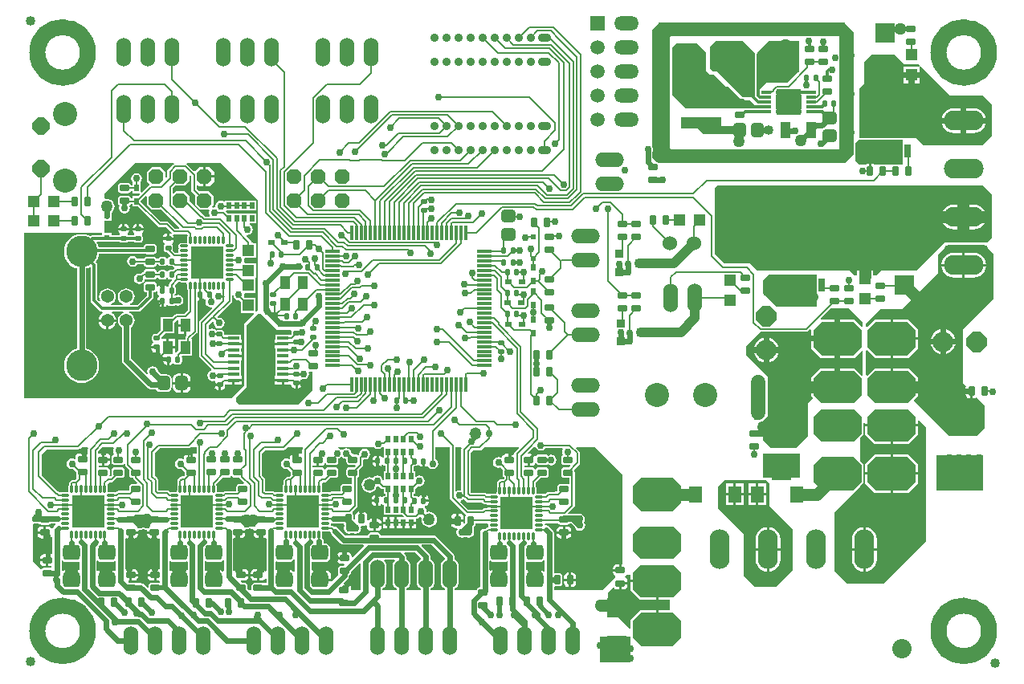
<source format=gtl>
%FSLAX24Y24*%
%MOIN*%
G70*
G01*
G75*
G04 Layer_Physical_Order=1*
G04 Layer_Color=255*
%ADD10C,0.0650*%
%ADD11R,0.0402X0.0118*%
G04:AMPARAMS|DCode=12|XSize=105mil|YSize=105mil|CornerRadius=26.3mil|HoleSize=0mil|Usage=FLASHONLY|Rotation=180.000|XOffset=0mil|YOffset=0mil|HoleType=Round|Shape=RoundedRectangle|*
%AMROUNDEDRECTD12*
21,1,0.1050,0.0525,0,0,180.0*
21,1,0.0525,0.1050,0,0,180.0*
1,1,0.0525,-0.0263,0.0263*
1,1,0.0525,0.0263,0.0263*
1,1,0.0525,0.0263,-0.0263*
1,1,0.0525,-0.0263,-0.0263*
%
%ADD12ROUNDEDRECTD12*%
%ADD13C,0.0600*%
G04:AMPARAMS|DCode=14|XSize=50mil|YSize=50mil|CornerRadius=25mil|HoleSize=0mil|Usage=FLASHONLY|Rotation=90.000|XOffset=0mil|YOffset=0mil|HoleType=Round|Shape=RoundedRectangle|*
%AMROUNDEDRECTD14*
21,1,0.0500,0.0000,0,0,90.0*
21,1,0.0000,0.0500,0,0,90.0*
1,1,0.0500,0.0000,0.0000*
1,1,0.0500,0.0000,0.0000*
1,1,0.0500,0.0000,0.0000*
1,1,0.0500,0.0000,0.0000*
%
%ADD14ROUNDEDRECTD14*%
G04:AMPARAMS|DCode=15|XSize=29.1mil|YSize=39.4mil|CornerRadius=5.8mil|HoleSize=0mil|Usage=FLASHONLY|Rotation=90.000|XOffset=0mil|YOffset=0mil|HoleType=Round|Shape=RoundedRectangle|*
%AMROUNDEDRECTD15*
21,1,0.0291,0.0277,0,0,90.0*
21,1,0.0175,0.0394,0,0,90.0*
1,1,0.0117,0.0139,0.0087*
1,1,0.0117,0.0139,-0.0087*
1,1,0.0117,-0.0139,-0.0087*
1,1,0.0117,-0.0139,0.0087*
%
%ADD15ROUNDEDRECTD15*%
G04:AMPARAMS|DCode=16|XSize=29.1mil|YSize=39.4mil|CornerRadius=5.8mil|HoleSize=0mil|Usage=FLASHONLY|Rotation=180.000|XOffset=0mil|YOffset=0mil|HoleType=Round|Shape=RoundedRectangle|*
%AMROUNDEDRECTD16*
21,1,0.0291,0.0277,0,0,180.0*
21,1,0.0175,0.0394,0,0,180.0*
1,1,0.0117,-0.0087,0.0139*
1,1,0.0117,0.0087,0.0139*
1,1,0.0117,0.0087,-0.0139*
1,1,0.0117,-0.0087,-0.0139*
%
%ADD16ROUNDEDRECTD16*%
%ADD17R,0.1673X0.0465*%
G04:AMPARAMS|DCode=18|XSize=22mil|YSize=24mil|CornerRadius=4.4mil|HoleSize=0mil|Usage=FLASHONLY|Rotation=180.000|XOffset=0mil|YOffset=0mil|HoleType=Round|Shape=RoundedRectangle|*
%AMROUNDEDRECTD18*
21,1,0.0220,0.0152,0,0,180.0*
21,1,0.0132,0.0240,0,0,180.0*
1,1,0.0088,-0.0066,0.0076*
1,1,0.0088,0.0066,0.0076*
1,1,0.0088,0.0066,-0.0076*
1,1,0.0088,-0.0066,-0.0076*
%
%ADD18ROUNDEDRECTD18*%
G04:AMPARAMS|DCode=19|XSize=22mil|YSize=24mil|CornerRadius=4.4mil|HoleSize=0mil|Usage=FLASHONLY|Rotation=90.000|XOffset=0mil|YOffset=0mil|HoleType=Round|Shape=RoundedRectangle|*
%AMROUNDEDRECTD19*
21,1,0.0220,0.0152,0,0,90.0*
21,1,0.0132,0.0240,0,0,90.0*
1,1,0.0088,0.0076,0.0066*
1,1,0.0088,0.0076,-0.0066*
1,1,0.0088,-0.0076,-0.0066*
1,1,0.0088,-0.0076,0.0066*
%
%ADD19ROUNDEDRECTD19*%
G04:AMPARAMS|DCode=20|XSize=52mil|YSize=60mil|CornerRadius=13mil|HoleSize=0mil|Usage=FLASHONLY|Rotation=0.000|XOffset=0mil|YOffset=0mil|HoleType=Round|Shape=RoundedRectangle|*
%AMROUNDEDRECTD20*
21,1,0.0520,0.0340,0,0,0.0*
21,1,0.0260,0.0600,0,0,0.0*
1,1,0.0260,0.0130,-0.0170*
1,1,0.0260,-0.0130,-0.0170*
1,1,0.0260,-0.0130,0.0170*
1,1,0.0260,0.0130,0.0170*
%
%ADD20ROUNDEDRECTD20*%
G04:AMPARAMS|DCode=21|XSize=52mil|YSize=60mil|CornerRadius=13mil|HoleSize=0mil|Usage=FLASHONLY|Rotation=270.000|XOffset=0mil|YOffset=0mil|HoleType=Round|Shape=RoundedRectangle|*
%AMROUNDEDRECTD21*
21,1,0.0520,0.0340,0,0,270.0*
21,1,0.0260,0.0600,0,0,270.0*
1,1,0.0260,-0.0170,-0.0130*
1,1,0.0260,-0.0170,0.0130*
1,1,0.0260,0.0170,0.0130*
1,1,0.0260,0.0170,-0.0130*
%
%ADD21ROUNDEDRECTD21*%
%ADD22R,0.0433X0.0669*%
%ADD23R,0.0200X0.0260*%
%ADD24R,0.0543X0.0709*%
G04:AMPARAMS|DCode=25|XSize=63mil|YSize=71mil|CornerRadius=15.8mil|HoleSize=0mil|Usage=FLASHONLY|Rotation=270.000|XOffset=0mil|YOffset=0mil|HoleType=Round|Shape=RoundedRectangle|*
%AMROUNDEDRECTD25*
21,1,0.0630,0.0395,0,0,270.0*
21,1,0.0315,0.0710,0,0,270.0*
1,1,0.0315,-0.0198,-0.0158*
1,1,0.0315,-0.0198,0.0158*
1,1,0.0315,0.0198,0.0158*
1,1,0.0315,0.0198,-0.0158*
%
%ADD25ROUNDEDRECTD25*%
%ADD26R,0.0500X0.0150*%
%ADD27R,0.0790X0.0790*%
%ADD28R,0.0790X0.0790*%
%ADD29R,0.0280X0.0200*%
%ADD30R,0.0200X0.0280*%
%ADD31R,0.0360X0.0320*%
%ADD32R,0.1260X0.0630*%
%ADD33R,0.0240X0.0240*%
%ADD34R,0.0354X0.1299*%
%ADD35R,0.0420X0.0520*%
%ADD36R,0.0480X0.0480*%
%ADD37R,0.0480X0.0480*%
G04:AMPARAMS|DCode=38|XSize=40mil|YSize=40mil|CornerRadius=20mil|HoleSize=0mil|Usage=FLASHONLY|Rotation=0.000|XOffset=0mil|YOffset=0mil|HoleType=Round|Shape=RoundedRectangle|*
%AMROUNDEDRECTD38*
21,1,0.0400,0.0000,0,0,0.0*
21,1,0.0000,0.0400,0,0,0.0*
1,1,0.0400,0.0000,0.0000*
1,1,0.0400,0.0000,0.0000*
1,1,0.0400,0.0000,0.0000*
1,1,0.0400,0.0000,0.0000*
%
%ADD38ROUNDEDRECTD38*%
%ADD39R,0.0236X0.1319*%
%ADD40R,0.1370X0.1370*%
G04:AMPARAMS|DCode=41|XSize=11mil|YSize=31.5mil|CornerRadius=4.4mil|HoleSize=0mil|Usage=FLASHONLY|Rotation=0.000|XOffset=0mil|YOffset=0mil|HoleType=Round|Shape=RoundedRectangle|*
%AMROUNDEDRECTD41*
21,1,0.0110,0.0227,0,0,0.0*
21,1,0.0022,0.0315,0,0,0.0*
1,1,0.0088,0.0011,-0.0113*
1,1,0.0088,-0.0011,-0.0113*
1,1,0.0088,-0.0011,0.0113*
1,1,0.0088,0.0011,0.0113*
%
%ADD41ROUNDEDRECTD41*%
G04:AMPARAMS|DCode=42|XSize=11mil|YSize=31.5mil|CornerRadius=4.4mil|HoleSize=0mil|Usage=FLASHONLY|Rotation=270.000|XOffset=0mil|YOffset=0mil|HoleType=Round|Shape=RoundedRectangle|*
%AMROUNDEDRECTD42*
21,1,0.0110,0.0227,0,0,270.0*
21,1,0.0022,0.0315,0,0,270.0*
1,1,0.0088,-0.0113,-0.0011*
1,1,0.0088,-0.0113,0.0011*
1,1,0.0088,0.0113,0.0011*
1,1,0.0088,0.0113,-0.0011*
%
%ADD42ROUNDEDRECTD42*%
%ADD43R,0.1370X0.1370*%
%ADD44R,0.0120X0.0600*%
%ADD45R,0.0600X0.0120*%
%ADD46R,0.1970X0.1700*%
%ADD47R,0.0280X0.0560*%
%ADD48C,0.0080*%
%ADD49C,0.0200*%
%ADD50C,0.0240*%
%ADD51C,0.0070*%
%ADD52C,0.0100*%
%ADD53C,0.0500*%
%ADD54C,0.0400*%
%ADD55C,0.0120*%
%ADD56C,0.0160*%
%ADD57C,0.0250*%
%ADD58C,0.0600*%
%ADD59C,0.0320*%
%ADD60R,0.0551X0.0472*%
%ADD61R,0.1929X0.1457*%
%ADD62R,0.1575X0.0984*%
%ADD63R,0.1299X0.1063*%
%ADD64C,0.0800*%
%ADD65P,0.0671X8X22.5*%
G04:AMPARAMS|DCode=66|XSize=140mil|YSize=200mil|CornerRadius=0mil|HoleSize=0mil|Usage=FLASHONLY|Rotation=90.000|XOffset=0mil|YOffset=0mil|HoleType=Round|Shape=Octagon|*
%AMOCTAGOND66*
4,1,8,-0.1000,-0.0350,-0.1000,0.0350,-0.0650,0.0700,0.0650,0.0700,0.1000,0.0350,0.1000,-0.0350,0.0650,-0.0700,-0.0650,-0.0700,-0.1000,-0.0350,0.0*
%
%ADD66OCTAGOND66*%

G04:AMPARAMS|DCode=67|XSize=133.9mil|YSize=200mil|CornerRadius=0mil|HoleSize=0mil|Usage=FLASHONLY|Rotation=90.000|XOffset=0mil|YOffset=0mil|HoleType=Round|Shape=Octagon|*
%AMOCTAGOND67*
4,1,8,-0.1000,-0.0335,-0.1000,0.0335,-0.0665,0.0669,0.0665,0.0669,0.1000,0.0335,0.1000,-0.0335,0.0665,-0.0669,-0.0665,-0.0669,-0.1000,-0.0335,0.0*
%
%ADD67OCTAGOND67*%

%ADD68C,0.0840*%
%ADD69P,0.0909X8X22.5*%
%ADD70P,0.0909X8X112.5*%
%ADD71O,0.0825X0.1650*%
%ADD72O,0.1650X0.0825*%
%ADD73O,0.0600X0.1200*%
%ADD74C,0.1000*%
%ADD75C,0.0540*%
%ADD76C,0.1305*%
%ADD77R,0.0591X0.0591*%
%ADD78O,0.1024X0.0591*%
%ADD79C,0.0591*%
%ADD80O,0.1200X0.0600*%
%ADD81P,0.0758X8X292.5*%
%ADD82C,0.0360*%
%ADD83O,0.0540X0.0360*%
%ADD84C,0.0300*%
%ADD85C,0.0500*%
%ADD86C,0.0320*%
%ADD87C,0.0400*%
G36*
X50433Y27480D02*
Y25591D01*
X49173Y24331D01*
Y22087D01*
X49297Y21963D01*
X49287Y21910D01*
Y21822D01*
X49535D01*
Y21772D01*
X49585D01*
Y21472D01*
X49623D01*
X49685Y21484D01*
X49737Y21519D01*
X49741Y21519D01*
X50079Y21181D01*
Y20236D01*
X49764Y19921D01*
X48583D01*
X47134Y21370D01*
X47320Y21557D01*
Y21892D01*
X46220D01*
Y21942D01*
X46170D01*
Y22711D01*
X45505D01*
X45204Y22410D01*
X45157Y22429D01*
Y23439D01*
X45204Y23459D01*
X45520Y23142D01*
X46170D01*
Y23942D01*
Y24742D01*
X45520D01*
X45204Y24425D01*
X45157Y24444D01*
Y24567D01*
X45748Y25157D01*
X46654D01*
X48150Y26654D01*
Y27441D01*
X48543Y27835D01*
X50079D01*
X50433Y27480D01*
D02*
G37*
G36*
X28819Y16390D02*
Y15906D01*
X28740Y15787D01*
X28425D01*
X28307Y15906D01*
Y15984D01*
X28714Y16391D01*
X28817D01*
X28819Y16390D01*
D02*
G37*
G36*
X22919Y15933D02*
X22931Y15871D01*
X22973Y15808D01*
X23335Y15446D01*
X23398Y15404D01*
X23472Y15390D01*
X24290D01*
X24309Y15343D01*
X23846Y14881D01*
X23800Y14900D01*
Y14925D01*
X23788Y14987D01*
X23753Y15039D01*
X23700Y15074D01*
X23639Y15086D01*
X23550D01*
Y14838D01*
X23500D01*
Y14788D01*
X23200D01*
Y14750D01*
X23212Y14689D01*
X23247Y14636D01*
X23300Y14601D01*
X23361Y14589D01*
X23489D01*
X23500Y14562D01*
X23472Y14520D01*
X23361D01*
X23311Y14511D01*
X23269Y14482D01*
X23241Y14440D01*
X23231Y14390D01*
Y14215D01*
X23241Y14165D01*
X23264Y14131D01*
X22994Y13861D01*
X22947Y13880D01*
Y13888D01*
X22490D01*
Y13938D01*
X22440D01*
Y14355D01*
X22293D01*
X22225Y14346D01*
X22180Y14328D01*
X22139Y14356D01*
Y14676D01*
X22183Y14700D01*
X22204Y14686D01*
X22293Y14668D01*
X22688D01*
X22776Y14686D01*
X22852Y14736D01*
X22902Y14812D01*
X22920Y14900D01*
Y15215D01*
X22902Y15304D01*
X22852Y15379D01*
X22776Y15430D01*
X22688Y15447D01*
X22652D01*
Y15529D01*
X22637Y15603D01*
X22595Y15666D01*
X22581Y15675D01*
X22586Y15697D01*
Y15923D01*
X22682Y15943D01*
X22828D01*
X22872Y15952D01*
X22873Y15952D01*
X22919Y15933D01*
D02*
G37*
G36*
X16600Y24694D02*
Y24544D01*
X16910D01*
Y24494D01*
X16960D01*
Y24114D01*
X16970Y24088D01*
X16938Y24056D01*
X16914Y24019D01*
X16906Y23977D01*
X16906Y23977D01*
Y23911D01*
X16630D01*
Y23460D01*
X16532Y23362D01*
X16489Y23380D01*
X16485Y23382D01*
Y23531D01*
X16175D01*
Y23581D01*
X16125D01*
Y23941D01*
X15911D01*
Y24000D01*
X16075Y24164D01*
X16455D01*
Y24615D01*
X16553Y24713D01*
X16600Y24694D01*
D02*
G37*
G36*
X47638Y20276D02*
Y15551D01*
X45866Y13780D01*
X44370D01*
X43858Y14291D01*
Y16732D01*
X44921Y17795D01*
Y17832D01*
X45046Y17957D01*
Y18727D01*
X44921Y18852D01*
Y19847D01*
X45046Y19972D01*
Y20435D01*
X45088Y20462D01*
X45120Y20449D01*
Y20392D01*
X47320D01*
Y20528D01*
X47367Y20547D01*
X47638Y20276D01*
D02*
G37*
G36*
X15229Y16013D02*
X15315Y15996D01*
X15323Y15954D01*
X15630D01*
Y15904D01*
X15680D01*
Y15655D01*
X15769D01*
X15821Y15665D01*
X15859Y15633D01*
Y14412D01*
X15821Y14380D01*
X15789Y14386D01*
X15700D01*
Y14138D01*
Y13889D01*
X15789D01*
X15821Y13895D01*
X15840Y13880D01*
Y13830D01*
X15821Y13814D01*
X15789Y13820D01*
X15511D01*
X15461Y13811D01*
X15419Y13782D01*
X15391Y13740D01*
X15381Y13690D01*
Y13624D01*
X15334Y13605D01*
X15200Y13739D01*
X15137Y13781D01*
X15063Y13796D01*
X14850D01*
X14829Y13811D01*
X14779Y13820D01*
X14560D01*
X14532Y13862D01*
X14543Y13889D01*
X14590D01*
Y14138D01*
Y14386D01*
X14501D01*
X14445Y14375D01*
X14406Y14407D01*
Y15633D01*
X14445Y15665D01*
X14497Y15655D01*
X14586D01*
Y15904D01*
X14636D01*
Y15954D01*
X14936D01*
Y15971D01*
X14974Y16003D01*
X15010Y15996D01*
X15096Y16013D01*
X15122Y16031D01*
X15203D01*
X15229Y16013D01*
D02*
G37*
G36*
X24094Y16142D02*
Y16024D01*
X24016Y15945D01*
X23622D01*
Y15984D01*
X23583Y16024D01*
Y16299D01*
X23740Y16457D01*
X23780D01*
X24094Y16142D01*
D02*
G37*
G36*
X35039Y18311D02*
Y14572D01*
X35011D01*
Y14323D01*
X34961D01*
Y14273D01*
X34661D01*
Y14235D01*
X34673Y14174D01*
X34708Y14121D01*
X34748Y14094D01*
X34753Y14045D01*
X34213Y13504D01*
X32202D01*
Y13630D01*
X32240Y13662D01*
X32245Y13661D01*
X32420D01*
X32470Y13671D01*
X32512Y13699D01*
X32541Y13741D01*
X32550Y13791D01*
Y14069D01*
X32541Y14119D01*
X32512Y14161D01*
X32470Y14189D01*
X32420Y14199D01*
X32245D01*
X32240Y14198D01*
X32202Y14230D01*
Y15866D01*
X32187Y15940D01*
X32145Y16003D01*
X32010Y16138D01*
X31947Y16180D01*
X31873Y16195D01*
X31841Y16189D01*
X31824Y16202D01*
X31817Y16240D01*
X31848Y16279D01*
X32374D01*
X32387Y16259D01*
X32429Y16231D01*
X32480Y16221D01*
X32757D01*
X32807Y16231D01*
X32847Y16258D01*
X32933D01*
X33067Y16124D01*
X33070Y16105D01*
X33119Y16032D01*
X33192Y15984D01*
X33278Y15967D01*
X33363Y15984D01*
X33436Y16032D01*
X33485Y16105D01*
X33502Y16191D01*
X33485Y16277D01*
X33457Y16318D01*
Y16344D01*
X33475Y16371D01*
X33492Y16457D01*
X33475Y16543D01*
X33426Y16615D01*
X33354Y16664D01*
X33268Y16681D01*
X33182Y16664D01*
X33169Y16656D01*
X32812D01*
X32793Y16702D01*
X33032Y16941D01*
X33032Y16941D01*
X33056Y16977D01*
X33065Y17020D01*
Y18386D01*
X33056Y18428D01*
X33045Y18446D01*
Y18473D01*
X33040Y18498D01*
X33255Y18714D01*
X33278Y18748D01*
X33287Y18789D01*
X33287Y18789D01*
Y19189D01*
X33278Y19230D01*
X33255Y19265D01*
X33255Y19265D01*
X33116Y19404D01*
X33135Y19450D01*
X33900D01*
X35039Y18311D01*
D02*
G37*
G36*
X31814Y14733D02*
Y14309D01*
X31769Y14286D01*
X31725Y14320D01*
X31662Y14346D01*
X31595Y14355D01*
X31448D01*
Y13938D01*
X31348D01*
Y14355D01*
X31200D01*
X31133Y14346D01*
X31088Y14328D01*
X31046Y14356D01*
Y14676D01*
X31090Y14700D01*
X31111Y14686D01*
X31200Y14668D01*
X31595D01*
X31684Y14686D01*
X31759Y14736D01*
X31766Y14747D01*
X31814Y14733D01*
D02*
G37*
G36*
X45030Y24630D02*
Y24454D01*
X44983Y24435D01*
X44676Y24742D01*
X44096D01*
Y23942D01*
Y23142D01*
X44676D01*
X44983Y23449D01*
X45030Y23430D01*
Y22439D01*
X44983Y22419D01*
X44692Y22711D01*
X44096D01*
Y21942D01*
X43976D01*
Y21822D01*
X42876D01*
Y21557D01*
X42960Y21474D01*
X42756Y21270D01*
Y19892D01*
X42268Y19404D01*
X41198D01*
X40883Y19719D01*
Y19872D01*
X40512D01*
Y20112D01*
X40883D01*
Y20534D01*
X41080Y20731D01*
Y22357D01*
X40171Y23266D01*
Y23635D01*
X40767Y24231D01*
X40768Y24231D01*
X40768Y24231D01*
X42682D01*
X42682Y24231D01*
X42725Y24240D01*
X42761Y24264D01*
X42830Y24333D01*
X42876Y24314D01*
Y24062D01*
X43856D01*
Y24742D01*
X43304D01*
X43285Y24788D01*
X43694Y25197D01*
X44462D01*
X45030Y24630D01*
D02*
G37*
G36*
X16357Y14686D02*
X16446Y14668D01*
X16841D01*
X16930Y14686D01*
X16957Y14704D01*
X17001Y14681D01*
Y14353D01*
X16960Y14325D01*
X16908Y14346D01*
X16841Y14355D01*
X16694D01*
Y13938D01*
X16594D01*
Y14355D01*
X16446D01*
X16379Y14346D01*
X16316Y14320D01*
X16292Y14302D01*
X16247Y14324D01*
Y14707D01*
X16291Y14730D01*
X16357Y14686D01*
D02*
G37*
G36*
X29635D02*
X29724Y14668D01*
X30119D01*
X30208Y14686D01*
X30248Y14713D01*
X30292Y14690D01*
Y14342D01*
X30249Y14320D01*
X30186Y14346D01*
X30119Y14355D01*
X29971D01*
Y13938D01*
X29871D01*
Y14355D01*
X29724D01*
X29657Y14346D01*
X29594Y14320D01*
X29569Y14302D01*
X29524Y14324D01*
Y14707D01*
X29569Y14730D01*
X29635Y14686D01*
D02*
G37*
G36*
X43110Y26511D02*
X43099D01*
Y25811D01*
X43110D01*
Y25276D01*
X41417D01*
X40866Y25827D01*
Y26378D01*
X41102Y26614D01*
X43110D01*
Y26511D01*
D02*
G37*
G36*
X18507Y14733D02*
Y14309D01*
X18462Y14286D01*
X18418Y14320D01*
X18355Y14346D01*
X18288Y14355D01*
X18141D01*
Y13938D01*
X18041D01*
Y14355D01*
X17893D01*
X17826Y14346D01*
X17763Y14320D01*
X17748Y14309D01*
X17704Y14331D01*
Y14700D01*
X17748Y14724D01*
X17804Y14686D01*
X17893Y14668D01*
X18288D01*
X18377Y14686D01*
X18452Y14736D01*
X18459Y14747D01*
X18507Y14733D01*
D02*
G37*
G36*
X21441Y14764D02*
Y14284D01*
X21394Y14267D01*
X21385Y14279D01*
X21331Y14320D01*
X21269Y14346D01*
X21201Y14355D01*
X21054D01*
Y13938D01*
X20954D01*
Y14355D01*
X20806D01*
X20739Y14346D01*
X20694Y14328D01*
X20653Y14356D01*
Y14676D01*
X20697Y14700D01*
X20718Y14686D01*
X20806Y14668D01*
X21201D01*
X21290Y14686D01*
X21365Y14736D01*
X21394Y14778D01*
X21441Y14764D01*
D02*
G37*
G36*
X11889Y14686D02*
X11978Y14668D01*
X12373D01*
X12461Y14686D01*
X12485Y14702D01*
X12529Y14678D01*
Y14355D01*
X12487Y14327D01*
X12440Y14346D01*
X12373Y14355D01*
X12225D01*
Y13938D01*
X12125D01*
Y14355D01*
X11978D01*
X11910Y14346D01*
X11848Y14320D01*
X11813Y14294D01*
X11769Y14316D01*
Y14723D01*
X11814Y14736D01*
X11889Y14686D01*
D02*
G37*
G36*
X20709Y24291D02*
X21283D01*
X21314Y24253D01*
X21314Y24249D01*
Y24149D01*
X21281Y24116D01*
X21271Y24120D01*
Y24120D01*
X21271Y24120D01*
X20631D01*
Y23900D01*
X20601D01*
Y23775D01*
X20951D01*
Y23675D01*
X20601D01*
Y23550D01*
X20631D01*
Y23330D01*
Y23080D01*
Y22825D01*
Y22575D01*
Y22395D01*
X20601D01*
Y22270D01*
X20951D01*
Y22220D01*
X21001D01*
Y22045D01*
X21293D01*
Y22030D01*
X21304Y21974D01*
X21336Y21927D01*
X21384Y21895D01*
X21440Y21884D01*
X21466D01*
Y22096D01*
X21516D01*
Y22146D01*
X21739D01*
Y22162D01*
X21727Y22219D01*
X21722Y22227D01*
X21750Y22268D01*
X21811Y22256D01*
X21897Y22273D01*
X21970Y22322D01*
X22018Y22394D01*
X22035Y22480D01*
X22021Y22552D01*
X22057Y22587D01*
X22066Y22585D01*
X22165D01*
Y21811D01*
X21575Y21220D01*
X19134D01*
X19016Y21339D01*
Y21496D01*
X19449Y21929D01*
Y24488D01*
X19921Y24961D01*
X20039D01*
X20709Y24291D01*
D02*
G37*
G36*
X33386Y16496D02*
Y16181D01*
X33307Y16102D01*
X33189D01*
X32913Y16378D01*
Y16575D01*
X33307D01*
X33386Y16496D01*
D02*
G37*
G36*
X28372Y19406D02*
X28364Y19393D01*
X28355Y19350D01*
X28355Y19350D01*
Y17679D01*
X28316Y17648D01*
X28278Y17655D01*
X28192Y17638D01*
X28156Y17615D01*
X28112Y17638D01*
Y19450D01*
X28349D01*
X28372Y19406D01*
D02*
G37*
G36*
X10630Y16267D02*
X10830D01*
X10841Y16250D01*
X10884Y16222D01*
X10934Y16212D01*
X11211D01*
X11261Y16222D01*
X11303Y16250D01*
X11314Y16266D01*
X11497D01*
X11511Y16219D01*
X11494Y16207D01*
X11438Y16151D01*
X11396Y16088D01*
X11394Y16077D01*
X11345Y16067D01*
X11325Y16096D01*
X11273Y16131D01*
X11211Y16144D01*
X11122D01*
Y15895D01*
Y15646D01*
X11211D01*
X11273Y15658D01*
X11325Y15693D01*
X11333Y15706D01*
X11381Y15691D01*
Y15023D01*
X11342Y14992D01*
X11319Y14996D01*
X11230D01*
Y14748D01*
Y14499D01*
X11319D01*
X11342Y14504D01*
X11359Y14490D01*
Y14440D01*
X11342Y14426D01*
X11319Y14430D01*
X11041D01*
X10991Y14421D01*
X10949Y14392D01*
X10912Y14388D01*
X10591Y14709D01*
Y16236D01*
X10629Y16267D01*
X10630Y16267D01*
D02*
G37*
G36*
X15572Y16497D02*
Y16360D01*
X15315Y16102D01*
X14961D01*
X14724Y16339D01*
Y16535D01*
X14843Y16654D01*
X15415D01*
X15572Y16497D01*
D02*
G37*
G36*
X10945Y16772D02*
Y16339D01*
X10630D01*
X10551Y16417D01*
Y16535D01*
X10827Y16811D01*
X10906D01*
X10945Y16772D01*
D02*
G37*
G36*
X28561Y17179D02*
X28561Y17179D01*
X28597Y17155D01*
X28640Y17146D01*
X28640Y17146D01*
X29219D01*
X29261Y17104D01*
X29261Y17104D01*
X29297Y17080D01*
X29340Y17071D01*
X29415D01*
X29443Y17036D01*
X29700D01*
Y16936D01*
X29443D01*
X29415Y16902D01*
X29337D01*
X29337Y16902D01*
X29294Y16893D01*
X29257Y16869D01*
X29257Y16869D01*
X29229Y16840D01*
X28659D01*
X28328Y17172D01*
X28342Y17220D01*
X28363Y17224D01*
X28436Y17272D01*
X28464Y17275D01*
X28561Y17179D01*
D02*
G37*
G36*
X18863Y18214D02*
X18906Y18185D01*
X18956Y18175D01*
X19148D01*
X19148Y18173D01*
X19173Y18137D01*
X19346Y17963D01*
X19327Y17917D01*
X19153D01*
X19103Y17907D01*
X19060Y17879D01*
X19032Y17836D01*
X19022Y17786D01*
Y17612D01*
X18563D01*
X18563Y17612D01*
X18520Y17604D01*
X18484Y17579D01*
X18474Y17570D01*
X18441Y17576D01*
X18215D01*
X18199Y17592D01*
Y17818D01*
X18191Y17863D01*
X18184Y17872D01*
Y17905D01*
X18455Y18176D01*
X18682D01*
X18732Y18185D01*
X18774Y18214D01*
X18794Y18243D01*
X18844D01*
X18863Y18214D01*
D02*
G37*
G36*
X19961Y16535D02*
Y16339D01*
X19764Y16142D01*
X19370D01*
X19173Y16339D01*
Y16535D01*
X19252Y16614D01*
X19882D01*
X19961Y16535D01*
D02*
G37*
G36*
X13946Y19406D02*
X13927Y19377D01*
X13910Y19291D01*
X13927Y19205D01*
X13949Y19171D01*
X13932Y19129D01*
X13890Y19101D01*
X13861Y19058D01*
X13851Y19008D01*
Y18834D01*
X13861Y18784D01*
X13890Y18741D01*
X13932Y18713D01*
X13982Y18703D01*
X14259D01*
X14309Y18713D01*
X14352Y18741D01*
X14366Y18762D01*
X14414Y18748D01*
Y18701D01*
X14414Y18701D01*
X14422Y18658D01*
X14446Y18621D01*
X14577Y18491D01*
X14573Y18471D01*
Y18296D01*
X14583Y18246D01*
X14611Y18204D01*
X14654Y18176D01*
X14704Y18166D01*
X14733D01*
X14739Y18134D01*
X14763Y18098D01*
X14898Y17963D01*
X14879Y17917D01*
X14704D01*
X14654Y17907D01*
X14611Y17879D01*
X14583Y17836D01*
X14573Y17786D01*
Y17625D01*
X14570Y17622D01*
X14124D01*
X14124Y17622D01*
X14081Y17613D01*
X14045Y17589D01*
X14045Y17589D01*
X14017Y17561D01*
X13986D01*
X13977Y17568D01*
X13932Y17576D01*
X13706D01*
X13690Y17592D01*
Y17818D01*
X13681Y17863D01*
X13675Y17872D01*
Y17916D01*
X13747Y17988D01*
X13835D01*
X13835Y17988D01*
X13878Y17997D01*
X13915Y18021D01*
X14061Y18167D01*
X14259D01*
X14309Y18177D01*
X14352Y18206D01*
X14380Y18248D01*
X14390Y18298D01*
Y18473D01*
X14380Y18523D01*
X14352Y18565D01*
X14309Y18594D01*
X14259Y18604D01*
X13982D01*
X13932Y18594D01*
X13890Y18565D01*
X13861Y18523D01*
X13851Y18473D01*
Y18298D01*
X13855Y18279D01*
X13814Y18237D01*
X13764Y18240D01*
X13754Y18251D01*
X13764Y18298D01*
Y18473D01*
X13754Y18523D01*
X13725Y18565D01*
X13683Y18594D01*
X13633Y18604D01*
X13356D01*
X13320Y18597D01*
X13300Y18613D01*
Y18663D01*
X13320Y18679D01*
X13356Y18672D01*
X13444D01*
Y18921D01*
Y19170D01*
X13356D01*
X13320Y19163D01*
X13281Y19194D01*
Y19261D01*
X13470Y19450D01*
X13922D01*
X13946Y19406D01*
D02*
G37*
G36*
X12877Y19406D02*
X12869Y19394D01*
X12860Y19351D01*
X12860Y19351D01*
Y19203D01*
X12822Y19171D01*
X12786Y19178D01*
X12698D01*
Y18929D01*
X12598D01*
Y19178D01*
X12509D01*
X12447Y19166D01*
X12395Y19131D01*
X12360Y19078D01*
X12348Y19017D01*
Y18969D01*
X12304Y18945D01*
X12286Y18957D01*
X12200Y18974D01*
X12114Y18957D01*
X12041Y18909D01*
X11993Y18836D01*
X11976Y18750D01*
X11993Y18664D01*
X12041Y18591D01*
X12114Y18543D01*
X12200Y18526D01*
X12255Y18537D01*
X12378Y18413D01*
Y18306D01*
X12388Y18258D01*
Y18146D01*
X12328Y18086D01*
X12224D01*
X12224Y18086D01*
X12181Y18078D01*
X12145Y18053D01*
X12145Y18053D01*
X12105Y18013D01*
X12080Y17977D01*
X12072Y17934D01*
X12072Y17934D01*
Y17872D01*
X12066Y17863D01*
X12057Y17818D01*
Y17673D01*
X12037Y17576D01*
X11811D01*
X11766Y17568D01*
X11757Y17561D01*
X11682D01*
X11669Y17575D01*
X11632Y17599D01*
X11601Y17605D01*
X10937Y18269D01*
Y19137D01*
X11148Y19348D01*
X12460D01*
X12460Y19348D01*
X12503Y19356D01*
X12539Y19381D01*
X12609Y19450D01*
X12853D01*
X12877Y19406D01*
D02*
G37*
G36*
X21788D02*
X21764Y19371D01*
X21756Y19328D01*
X21756Y19328D01*
Y19193D01*
X21717Y19161D01*
X21689Y19166D01*
X21600D01*
Y18918D01*
X21500D01*
Y19166D01*
X21411D01*
X21350Y19154D01*
X21297Y19119D01*
X21262Y19067D01*
X21250Y19005D01*
Y18967D01*
X21206Y18944D01*
X21186Y18957D01*
X21100Y18974D01*
X21014Y18957D01*
X20941Y18909D01*
X20893Y18836D01*
X20876Y18750D01*
X20893Y18664D01*
X20941Y18591D01*
X21014Y18543D01*
X21100Y18526D01*
X21163Y18538D01*
X21281Y18421D01*
Y18295D01*
X21285Y18275D01*
X21223Y18214D01*
X21152D01*
X21152Y18214D01*
X21109Y18205D01*
X21072Y18181D01*
X21072Y18181D01*
X21000Y18109D01*
X20976Y18072D01*
X20967Y18029D01*
X20967Y18029D01*
Y17872D01*
X20961Y17863D01*
X20952Y17818D01*
Y17673D01*
X20933Y17576D01*
X20706D01*
X20661Y17568D01*
X20652Y17561D01*
X20629D01*
X20614Y17576D01*
X20577Y17601D01*
X20534Y17609D01*
X20534Y17609D01*
X20246D01*
X20230Y17625D01*
Y18073D01*
X20230Y18073D01*
X20222Y18116D01*
X20198Y18152D01*
X20197Y18152D01*
X20081Y18269D01*
Y19188D01*
X20214Y19321D01*
X20983D01*
X20983Y19321D01*
X21026Y19330D01*
X21063Y19354D01*
X21159Y19450D01*
X21764D01*
X21788Y19406D01*
D02*
G37*
G36*
X19639Y16053D02*
X19724Y16036D01*
X19743Y16017D01*
X19739Y16001D01*
Y15963D01*
X20039D01*
Y15913D01*
X20089D01*
Y15665D01*
X20178D01*
X20227Y15674D01*
X20265Y15643D01*
Y14302D01*
X20217Y14287D01*
X20183Y14339D01*
X20130Y14374D01*
X20069Y14386D01*
X19980D01*
Y14138D01*
Y13889D01*
X20069D01*
X20130Y13901D01*
X20183Y13936D01*
X20217Y13988D01*
X20265Y13974D01*
Y13796D01*
X20140D01*
X20119Y13811D01*
X20069Y13820D01*
X19791D01*
X19741Y13811D01*
X19699Y13782D01*
X19671Y13740D01*
X19661Y13690D01*
Y13515D01*
X19652Y13504D01*
X19541D01*
X19489Y13555D01*
Y13690D01*
X19479Y13740D01*
X19451Y13782D01*
X19409Y13811D01*
X19359Y13820D01*
X19238D01*
X19210Y13862D01*
X19221Y13889D01*
X19359D01*
X19420Y13901D01*
X19473Y13936D01*
X19508Y13989D01*
X19520Y14050D01*
Y14088D01*
X19220D01*
Y14138D01*
X19170D01*
Y14386D01*
X19081D01*
X19020Y14374D01*
X18967Y14339D01*
X18942Y14302D01*
X18895Y14316D01*
Y15637D01*
X18933Y15669D01*
X18956Y15665D01*
X19044D01*
Y15913D01*
X19094D01*
Y15963D01*
X19394D01*
Y15995D01*
X19433Y16027D01*
X19439Y16026D01*
X19525Y16043D01*
X19566Y16070D01*
X19612D01*
X19639Y16053D01*
D02*
G37*
G36*
X17369Y19190D02*
X17331Y19158D01*
X17289Y19166D01*
X17200D01*
Y18918D01*
X17100D01*
Y19166D01*
X17011D01*
X16950Y19154D01*
X16897Y19119D01*
X16862Y19067D01*
X16850Y19005D01*
Y18967D01*
X16806Y18944D01*
X16786Y18957D01*
X16700Y18974D01*
X16614Y18957D01*
X16541Y18909D01*
X16493Y18836D01*
X16476Y18750D01*
X16493Y18664D01*
X16541Y18591D01*
X16614Y18543D01*
X16700Y18526D01*
X16755Y18537D01*
X16881Y18411D01*
Y18295D01*
X16885Y18275D01*
X16837Y18228D01*
X16765D01*
X16765Y18228D01*
X16722Y18219D01*
X16686Y18195D01*
X16686Y18195D01*
X16614Y18122D01*
X16589Y18086D01*
X16581Y18043D01*
X16581Y18043D01*
Y17872D01*
X16575Y17863D01*
X16566Y17818D01*
Y17673D01*
X16546Y17576D01*
X16320D01*
X16275Y17568D01*
X16275Y17567D01*
X16233Y17609D01*
X16197Y17633D01*
X16154Y17642D01*
X16154Y17642D01*
X15795D01*
X15782Y17655D01*
Y18072D01*
X15782Y18072D01*
X15773Y18115D01*
X15749Y18151D01*
X15639Y18261D01*
Y19205D01*
X15834Y19400D01*
X17034D01*
X17034Y19400D01*
X17077Y19409D01*
X17114Y19433D01*
X17131Y19450D01*
X17369D01*
Y19190D01*
D02*
G37*
G36*
X23424Y19015D02*
X23497Y18966D01*
X23583Y18949D01*
X23589Y18944D01*
Y18834D01*
X23599Y18784D01*
X23627Y18741D01*
X23670Y18713D01*
X23720Y18703D01*
X23952D01*
X23971Y18657D01*
X23918Y18604D01*
X23720D01*
X23670Y18594D01*
X23627Y18565D01*
X23599Y18523D01*
X23589Y18473D01*
Y18298D01*
X23599Y18248D01*
X23627Y18206D01*
X23670Y18177D01*
X23720Y18167D01*
X23827D01*
Y17943D01*
X23788Y17912D01*
X23761Y17917D01*
X23483D01*
X23433Y17907D01*
X23391Y17879D01*
X23363Y17836D01*
X23353Y17786D01*
Y17611D01*
X23337Y17592D01*
X22947D01*
X22947Y17592D01*
X22904Y17584D01*
X22876Y17565D01*
X22872Y17568D01*
X22828Y17576D01*
X22601D01*
X22586Y17592D01*
Y17818D01*
X22577Y17863D01*
X22570Y17872D01*
Y17943D01*
X22615Y17988D01*
X22699D01*
X22699Y17988D01*
X22742Y17997D01*
X22778Y18021D01*
X22923Y18166D01*
X23121D01*
X23171Y18176D01*
X23213Y18204D01*
X23242Y18246D01*
X23252Y18296D01*
Y18471D01*
X23242Y18521D01*
X23213Y18564D01*
X23171Y18592D01*
X23121Y18602D01*
X22844D01*
X22794Y18592D01*
X22751Y18564D01*
X22723Y18521D01*
X22722Y18516D01*
X22672D01*
X22671Y18521D01*
X22642Y18564D01*
X22600Y18592D01*
X22550Y18602D01*
X22273D01*
X22223Y18592D01*
X22221Y18591D01*
X22190Y18607D01*
X22185Y18657D01*
X22215Y18682D01*
X22273Y18671D01*
X22361D01*
Y18919D01*
X22461D01*
Y18671D01*
X22550D01*
X22612Y18683D01*
X22664Y18718D01*
X22690Y18756D01*
X22740D01*
X22751Y18739D01*
X22794Y18711D01*
X22844Y18701D01*
X23121D01*
X23171Y18711D01*
X23213Y18739D01*
X23242Y18782D01*
X23252Y18832D01*
Y18969D01*
X23285Y18976D01*
X23357Y19024D01*
X23362Y19032D01*
X23412D01*
X23424Y19015D01*
D02*
G37*
G36*
X31456Y19432D02*
X31505Y19359D01*
X31578Y19310D01*
X31663Y19293D01*
X31749Y19310D01*
X31822Y19359D01*
X31856Y19411D01*
X32561D01*
X32584Y19367D01*
X32559Y19328D01*
X32541Y19242D01*
X32559Y19156D01*
X32580Y19124D01*
X32545Y19101D01*
X32516Y19058D01*
X32506Y19008D01*
Y18834D01*
X32516Y18784D01*
X32545Y18741D01*
X32587Y18713D01*
X32637Y18703D01*
X32876D01*
X32895Y18657D01*
X32842Y18604D01*
X32637D01*
X32587Y18594D01*
X32545Y18565D01*
X32516Y18523D01*
X32506Y18473D01*
Y18298D01*
X32516Y18248D01*
X32545Y18206D01*
X32587Y18177D01*
X32637Y18167D01*
X32841D01*
Y17940D01*
X32802Y17908D01*
X32757Y17917D01*
X32480D01*
X32429Y17907D01*
X32387Y17879D01*
X32359Y17836D01*
X32349Y17786D01*
Y17611D01*
X32155Y17573D01*
X31969D01*
X31969Y17573D01*
X31926Y17564D01*
X31889Y17540D01*
X31842Y17492D01*
X31762D01*
X31752Y17499D01*
X31708Y17508D01*
X31481D01*
X31466Y17523D01*
Y17749D01*
X31457Y17794D01*
X31451Y17803D01*
Y17955D01*
X31663Y18167D01*
X31861D01*
X31911Y18177D01*
X31953Y18206D01*
X31982Y18248D01*
X31992Y18298D01*
Y18473D01*
X31982Y18523D01*
X31953Y18565D01*
X31911Y18594D01*
X31861Y18604D01*
X31584D01*
X31534Y18594D01*
X31491Y18565D01*
X31463Y18523D01*
X31462Y18518D01*
X31412D01*
X31411Y18523D01*
X31383Y18565D01*
X31340Y18594D01*
X31290Y18604D01*
X31013D01*
X30986Y18598D01*
X30968Y18613D01*
Y18663D01*
X30986Y18678D01*
X31013Y18672D01*
X31102D01*
Y18921D01*
X31202D01*
Y18672D01*
X31290D01*
X31352Y18684D01*
X31404Y18719D01*
X31430Y18758D01*
X31480D01*
X31491Y18741D01*
X31534Y18713D01*
X31584Y18703D01*
X31861D01*
X31911Y18713D01*
X31939Y18732D01*
X32001Y18690D01*
X32087Y18673D01*
X32172Y18690D01*
X32245Y18739D01*
X32294Y18812D01*
X32311Y18898D01*
X32294Y18983D01*
X32245Y19056D01*
X32172Y19105D01*
X32087Y19122D01*
X32001Y19105D01*
X31966Y19082D01*
X31953Y19101D01*
X31911Y19129D01*
X31861Y19139D01*
X31584D01*
X31534Y19129D01*
X31491Y19101D01*
X31480Y19084D01*
X31430D01*
X31404Y19122D01*
X31352Y19157D01*
X31290Y19170D01*
X31146D01*
X31127Y19216D01*
X31216Y19305D01*
X31231Y19327D01*
X31354Y19450D01*
X31453D01*
X31456Y19432D01*
D02*
G37*
G36*
X30754Y19404D02*
X30585Y19235D01*
X30561Y19199D01*
X30553Y19156D01*
Y19156D01*
Y19156D01*
Y19156D01*
X30552Y19155D01*
X30550Y19154D01*
X30489Y19166D01*
X30400D01*
Y18918D01*
X30300D01*
Y19166D01*
X30211D01*
X30150Y19154D01*
X30097Y19119D01*
X30062Y19067D01*
X30052Y19013D01*
X30005Y18994D01*
X29986Y19007D01*
X29900Y19024D01*
X29814Y19007D01*
X29741Y18959D01*
X29693Y18886D01*
X29676Y18800D01*
X29693Y18714D01*
X29741Y18641D01*
X29814Y18593D01*
X29900Y18576D01*
X29982Y18592D01*
X30085Y18489D01*
X30081Y18470D01*
Y18295D01*
X30091Y18245D01*
X30119Y18202D01*
X30131Y18194D01*
X30135Y18149D01*
X30102Y18112D01*
X30010D01*
X30010Y18112D01*
X29967Y18104D01*
X29930Y18079D01*
X29930Y18079D01*
X29880Y18029D01*
X29856Y17993D01*
X29847Y17950D01*
X29847Y17950D01*
Y17803D01*
X29841Y17794D01*
X29832Y17749D01*
Y17604D01*
X29813Y17508D01*
X29586D01*
X29542Y17499D01*
X29532Y17492D01*
X29430D01*
X29415Y17507D01*
X29379Y17532D01*
X29336Y17540D01*
X29336Y17540D01*
X28757D01*
X28749Y17548D01*
Y19221D01*
X28839Y19311D01*
X29123D01*
X29123Y19311D01*
X29166Y19319D01*
X29202Y19343D01*
X29309Y19450D01*
X30735D01*
X30754Y19404D01*
D02*
G37*
G36*
X27888Y17341D02*
X27888Y17341D01*
X27896Y17298D01*
X27921Y17262D01*
X28533Y16649D01*
X28533Y16649D01*
X28536Y16647D01*
X28545Y16598D01*
X28524Y16567D01*
X28514Y16517D01*
Y16306D01*
X28473Y16278D01*
X28446Y16289D01*
Y16328D01*
X27948D01*
Y16239D01*
X27960Y16178D01*
X27995Y16125D01*
X28048Y16090D01*
X28109Y16078D01*
X28183D01*
X28207Y16034D01*
X28179Y15991D01*
X28162Y15906D01*
X28179Y15820D01*
X28227Y15747D01*
X28300Y15698D01*
X28386Y15681D01*
X28472Y15698D01*
X28498Y15716D01*
X28549D01*
X28576Y15698D01*
X28661Y15681D01*
X28747Y15698D01*
X28820Y15747D01*
X28869Y15820D01*
X28878Y15865D01*
X28878Y15866D01*
X28881Y15872D01*
X28885Y15878D01*
X28886Y15885D01*
X28889Y15892D01*
X28889Y15899D01*
X28890Y15906D01*
Y16132D01*
X28912Y16147D01*
X28941Y16189D01*
X28950Y16239D01*
Y16279D01*
X29446D01*
X29477Y16240D01*
X29470Y16202D01*
Y16180D01*
X29476Y16151D01*
X29448Y16110D01*
X29423Y16105D01*
X29386Y16080D01*
X29386Y16080D01*
X29360Y16054D01*
X29331Y16060D01*
X29257Y16045D01*
X29194Y16003D01*
X29152Y15940D01*
X29137Y15866D01*
Y13626D01*
X29121D01*
X29071Y13616D01*
X29029Y13588D01*
X29001Y13545D01*
X28992Y13504D01*
X28072D01*
Y13556D01*
X28142Y13609D01*
X28201Y13687D01*
X28238Y13777D01*
X28251Y13873D01*
Y14473D01*
X28238Y14570D01*
X28201Y14660D01*
X28142Y14737D01*
X28072Y14791D01*
Y14907D01*
X28057Y14982D01*
X28015Y15044D01*
X27339Y15720D01*
X27276Y15762D01*
X27202Y15777D01*
X25016D01*
X25009Y15810D01*
X24981Y15852D01*
X24939Y15881D01*
X24889Y15890D01*
X24611D01*
X24561Y15881D01*
X24519Y15852D01*
X24491Y15810D01*
X24484Y15777D01*
X23552D01*
X23247Y16082D01*
X23184Y16124D01*
X23110Y16139D01*
X23081Y16133D01*
X23064Y16149D01*
X23028Y16174D01*
X22985Y16182D01*
X22985Y16182D01*
X22970D01*
X22938Y16221D01*
X22944Y16249D01*
X22961Y16278D01*
X22961Y16278D01*
X23035Y16263D01*
X23464D01*
X23489Y16226D01*
X23511Y16211D01*
Y16171D01*
X23503Y16159D01*
X23486Y16073D01*
X23503Y15987D01*
X23552Y15914D01*
X23563Y15907D01*
X23572Y15894D01*
X23595Y15879D01*
X23609Y15876D01*
X23625Y15866D01*
X23711Y15849D01*
X23796Y15866D01*
X23808Y15874D01*
X23864D01*
X23891Y15856D01*
X23976Y15839D01*
X24062Y15856D01*
X24135Y15904D01*
X24184Y15977D01*
X24201Y16063D01*
X24190Y16118D01*
X24221Y16157D01*
X24292D01*
X24354Y16169D01*
X24406Y16204D01*
X24409Y16202D01*
X24450Y16175D01*
Y16120D01*
X24462Y16059D01*
X24497Y16006D01*
X24550Y15971D01*
X24611Y15959D01*
X24700D01*
Y16208D01*
Y16456D01*
X24611D01*
X24550Y16444D01*
X24498Y16409D01*
X24495Y16411D01*
X24453Y16438D01*
Y16595D01*
X24441Y16657D01*
X24406Y16709D01*
X24354Y16744D01*
X24292Y16757D01*
X24255D01*
Y16457D01*
X24155D01*
Y16757D01*
X24117D01*
X24056Y16744D01*
X24003Y16709D01*
X23968Y16657D01*
X23956Y16595D01*
Y16447D01*
X23929Y16435D01*
X23887Y16463D01*
Y16595D01*
X23878Y16645D01*
X23849Y16688D01*
X23842Y16692D01*
X23837Y16742D01*
X24018Y16923D01*
X24018Y16923D01*
X24043Y16959D01*
X24051Y17002D01*
X24051Y17002D01*
Y18180D01*
X24089Y18206D01*
X24118Y18248D01*
X24128Y18298D01*
Y18473D01*
X24124Y18492D01*
X24254Y18623D01*
X24279Y18659D01*
X24287Y18702D01*
X24287Y18702D01*
Y18899D01*
X24326Y18930D01*
X24350Y18926D01*
X24436Y18943D01*
X24509Y18991D01*
X24557Y19064D01*
X24574Y19150D01*
X24557Y19236D01*
X24509Y19309D01*
X24436Y19357D01*
X24350Y19374D01*
X24264Y19357D01*
X24191Y19309D01*
X24143Y19236D01*
X24126Y19150D01*
X24130Y19129D01*
X24088Y19102D01*
X24047Y19129D01*
X23997Y19139D01*
X23978D01*
X23807Y19173D01*
X23790Y19259D01*
X23741Y19332D01*
X23669Y19380D01*
X23583Y19398D01*
X23497Y19380D01*
X23424Y19332D01*
X23419Y19324D01*
X23369D01*
X23357Y19342D01*
X23285Y19390D01*
X23235Y19400D01*
X23240Y19450D01*
X24730D01*
X24744Y19429D01*
X24817Y19380D01*
X24903Y19363D01*
X24989Y19380D01*
X25061Y19429D01*
X25075Y19450D01*
X25147D01*
Y19448D01*
X25147D01*
Y19048D01*
X25147D01*
X25147Y19036D01*
X25118Y19016D01*
D01*
X25118D01*
X25118Y19016D01*
Y19016D01*
X25069Y19022D01*
X25059Y19038D01*
X25011Y19070D01*
X24955Y19081D01*
X24939D01*
Y18858D01*
Y18635D01*
X24955D01*
X25011Y18647D01*
X25059Y18678D01*
X25090Y18726D01*
D01*
D01*
X25118Y18700D01*
X25118Y18700D01*
Y18700D01*
X25155Y18675D01*
X25200Y18666D01*
X25205D01*
Y18428D01*
X25147D01*
Y18080D01*
X25097Y18075D01*
X25089Y18117D01*
X25041Y18190D01*
X24968Y18239D01*
X24882Y18256D01*
X24796Y18239D01*
X24723Y18190D01*
X24701Y18157D01*
X24631Y18186D01*
X24547Y18197D01*
X24464Y18186D01*
X24386Y18154D01*
X24319Y18102D01*
X24268Y18035D01*
X24235Y17958D01*
X24224Y17874D01*
X24235Y17790D01*
X24268Y17713D01*
X24319Y17646D01*
X24386Y17594D01*
X24464Y17562D01*
X24547Y17551D01*
X24631Y17562D01*
X24709Y17594D01*
X24775Y17646D01*
X24827Y17713D01*
X24859Y17790D01*
X24859Y17791D01*
X24882Y17807D01*
X24937Y17818D01*
X25021Y17734D01*
X25021Y17734D01*
X25057Y17709D01*
X25100Y17701D01*
X25100Y17701D01*
X25147D01*
Y17493D01*
X25205D01*
Y17417D01*
X25170D01*
X25126Y17408D01*
X25088Y17383D01*
D01*
X25088D01*
X25088Y17383D01*
Y17383D01*
X25040Y17388D01*
X25029Y17404D01*
X24981Y17436D01*
X24925Y17447D01*
X24909D01*
Y17224D01*
Y17002D01*
X24925D01*
X24981Y17013D01*
X25029Y17045D01*
X25061Y17092D01*
D01*
D01*
X25088Y17066D01*
X25088Y17066D01*
Y17066D01*
X25126Y17041D01*
X25147Y17037D01*
Y17031D01*
X25147D01*
Y16631D01*
X25911D01*
X25971Y16571D01*
X25952Y16525D01*
X25687D01*
Y16295D01*
Y16065D01*
X25905D01*
Y16295D01*
X26005D01*
Y16065D01*
X26220D01*
Y16295D01*
X26270D01*
Y16345D01*
X26473D01*
X26496Y16463D01*
X26539Y16471D01*
X26575Y16495D01*
X26638Y16558D01*
X26693Y16547D01*
X26694Y16547D01*
X26716Y16521D01*
X26705Y16437D01*
X26716Y16353D01*
X26748Y16276D01*
X26799Y16209D01*
X26866Y16157D01*
X26944Y16125D01*
X27028Y16114D01*
X27111Y16125D01*
X27189Y16157D01*
X27256Y16209D01*
X27307Y16276D01*
X27339Y16353D01*
X27350Y16437D01*
X27339Y16521D01*
X27307Y16598D01*
X27256Y16665D01*
X27189Y16717D01*
X27111Y16749D01*
X27028Y16760D01*
X26944Y16749D01*
X26917Y16771D01*
X26917Y16772D01*
X26900Y16857D01*
X26852Y16930D01*
X26831Y16944D01*
X26846Y16992D01*
X26860D01*
X26917Y17003D01*
X26964Y17035D01*
X26996Y17082D01*
X27007Y17139D01*
Y17165D01*
X26794D01*
Y17215D01*
X26744D01*
Y17437D01*
X26728D01*
X26672Y17426D01*
X26625Y17394D01*
X26614Y17378D01*
X26566Y17373D01*
X26566Y17373D01*
Y17373D01*
X26566D01*
D01*
X26528Y17398D01*
X26483Y17407D01*
X26403D01*
X26382Y17428D01*
Y17493D01*
X26440D01*
Y17698D01*
X26559Y17818D01*
X26614Y17807D01*
X26700Y17824D01*
X26773Y17873D01*
X26821Y17946D01*
X26838Y18031D01*
X26821Y18117D01*
X26773Y18190D01*
X26700Y18239D01*
X26614Y18256D01*
X26528Y18239D01*
X26484Y18209D01*
X26440Y18233D01*
Y18428D01*
X26382D01*
Y18615D01*
X26423Y18656D01*
X26483D01*
X26528Y18665D01*
X26566Y18690D01*
X26566Y18690D01*
Y18690D01*
X26593Y18716D01*
D01*
D01*
X26625Y18669D01*
X26672Y18637D01*
X26728Y18626D01*
X26744D01*
Y18848D01*
X26844D01*
Y18626D01*
X26860D01*
X26917Y18637D01*
X26935Y18649D01*
X26984Y18640D01*
X27017Y18591D01*
X27089Y18543D01*
X27175Y18526D01*
X27261Y18543D01*
X27334Y18591D01*
X27382Y18664D01*
X27400Y18750D01*
X27382Y18836D01*
X27334Y18909D01*
X27287Y18940D01*
Y19450D01*
X27888D01*
Y17341D01*
D02*
G37*
G36*
X26673Y14830D02*
X26670Y14780D01*
X26614Y14737D01*
X26555Y14660D01*
X26517Y14570D01*
X26505Y14473D01*
Y13873D01*
X26517Y13777D01*
X26555Y13687D01*
X26614Y13609D01*
X26684Y13556D01*
Y13504D01*
X26072D01*
Y13556D01*
X26142Y13609D01*
X26201Y13687D01*
X26238Y13777D01*
X26251Y13873D01*
Y14473D01*
X26238Y14570D01*
X26201Y14660D01*
X26142Y14737D01*
X26072Y14791D01*
Y14870D01*
X26057Y14944D01*
X26015Y15007D01*
X25989Y15033D01*
X26008Y15080D01*
X26423D01*
X26673Y14830D01*
D02*
G37*
G36*
X27678Y14834D02*
X27675Y14784D01*
X27614Y14737D01*
X27555Y14660D01*
X27517Y14570D01*
X27505Y14473D01*
Y13873D01*
X27517Y13777D01*
X27555Y13687D01*
X27614Y13609D01*
X27684Y13556D01*
Y13504D01*
X27072D01*
Y13556D01*
X27142Y13609D01*
X27201Y13687D01*
X27238Y13777D01*
X27251Y13873D01*
Y14473D01*
X27238Y14570D01*
X27201Y14660D01*
X27142Y14737D01*
X27072Y14791D01*
Y14899D01*
X27057Y14973D01*
X27015Y15036D01*
X26707Y15343D01*
X26727Y15390D01*
X27122D01*
X27678Y14834D01*
D02*
G37*
G36*
X35396Y13935D02*
X36496D01*
Y13885D01*
X36546D01*
Y13116D01*
X37008D01*
Y12685D01*
X36546D01*
Y11885D01*
X36446D01*
Y12685D01*
X35796D01*
X35396Y12285D01*
Y11913D01*
X35350Y11894D01*
X34449Y12795D01*
Y13386D01*
X34656Y13593D01*
X34706Y13589D01*
X34708Y13586D01*
X34760Y13551D01*
X34822Y13539D01*
X34911D01*
Y13787D01*
X34961D01*
Y13837D01*
X35261D01*
Y13875D01*
X35248Y13937D01*
X35213Y13989D01*
X35161Y14024D01*
X35151Y14026D01*
X35137Y14074D01*
X35197Y14134D01*
X35396D01*
Y13935D01*
D02*
G37*
G36*
X15315Y29845D02*
Y29486D01*
X15505Y29296D01*
X15885D01*
X15901Y29311D01*
X16661Y28552D01*
X16642Y28505D01*
X16485D01*
X16220Y28770D01*
X16184Y28795D01*
X16141Y28803D01*
X16141Y28803D01*
X15893D01*
X15062Y29634D01*
Y29657D01*
X15269Y29864D01*
X15315Y29845D01*
D02*
G37*
G36*
X24194Y14616D02*
Y13510D01*
X24188Y13504D01*
X23790D01*
Y13585D01*
X23778Y13647D01*
X23743Y13699D01*
X23690Y13734D01*
X23629Y13746D01*
X23493D01*
X23474Y13793D01*
X23637Y13956D01*
X23679Y14019D01*
X23694Y14093D01*
Y14097D01*
X23731Y14122D01*
X23759Y14165D01*
X23769Y14215D01*
Y14256D01*
X24148Y14635D01*
X24194Y14616D01*
D02*
G37*
G36*
X25605Y14725D02*
X25555Y14660D01*
X25517Y14570D01*
X25505Y14473D01*
Y13873D01*
X25517Y13777D01*
X25555Y13687D01*
X25614Y13609D01*
X25684Y13556D01*
Y13504D01*
X25072D01*
Y13556D01*
X25142Y13609D01*
X25201Y13687D01*
X25238Y13777D01*
X25251Y13873D01*
Y14473D01*
X25238Y14570D01*
X25201Y14660D01*
X25151Y14725D01*
X25174Y14770D01*
X25582D01*
X25605Y14725D01*
D02*
G37*
G36*
X16437Y31202D02*
X16411Y31185D01*
X16411Y31185D01*
X16186Y30960D01*
X16162Y30923D01*
X16153Y30880D01*
X16153Y30880D01*
Y30658D01*
X16112Y30630D01*
X16075Y30645D01*
Y30866D01*
X15885Y31056D01*
X15505D01*
X15315Y30866D01*
Y30486D01*
X15423Y30378D01*
X15418Y30328D01*
X15412Y30325D01*
X15412Y30325D01*
X15108Y30020D01*
X15062Y30040D01*
Y30407D01*
X15062D01*
X15062Y30464D01*
X15089Y30505D01*
X15106Y30591D01*
X15089Y30676D01*
X15041Y30749D01*
X14968Y30798D01*
X14882Y30815D01*
X14796Y30798D01*
X14723Y30749D01*
X14675Y30676D01*
X14658Y30591D01*
X14675Y30505D01*
X14723Y30432D01*
X14728Y30429D01*
X14722Y30407D01*
X14722D01*
X14722Y30407D01*
Y30309D01*
X14655D01*
X14649Y30336D01*
X14621Y30379D01*
X14578Y30407D01*
X14528Y30417D01*
X14251D01*
X14201Y30407D01*
X14159Y30379D01*
X14130Y30336D01*
X14120Y30286D01*
Y30111D01*
X14130Y30061D01*
X14159Y30019D01*
X14201Y29991D01*
X14251Y29981D01*
X14528D01*
X14578Y29991D01*
X14621Y30019D01*
X14649Y30061D01*
X14654Y30085D01*
X14722D01*
Y29987D01*
X15009D01*
X15028Y29941D01*
X14943Y29856D01*
X14722D01*
Y29758D01*
X14658D01*
X14649Y29801D01*
X14621Y29843D01*
X14578Y29872D01*
X14528Y29882D01*
X14251D01*
X14201Y29872D01*
X14159Y29843D01*
X14130Y29801D01*
X14120Y29751D01*
Y29576D01*
X14130Y29526D01*
X14159Y29484D01*
X14181Y29468D01*
X14173Y29456D01*
X14156Y29370D01*
X14173Y29284D01*
X14221Y29211D01*
X14294Y29163D01*
X14380Y29146D01*
X14466Y29163D01*
X14539Y29211D01*
X14587Y29284D01*
X14604Y29370D01*
X14587Y29456D01*
X14585Y29459D01*
X14621Y29484D01*
X14649Y29526D01*
X14651Y29534D01*
X14722D01*
Y29436D01*
X14943D01*
X15767Y28612D01*
X15767Y28612D01*
X15804Y28587D01*
X15846Y28579D01*
X15846Y28579D01*
X16094D01*
X16333Y28340D01*
X16309Y28296D01*
X16276Y28303D01*
X16250D01*
Y28140D01*
X16423D01*
Y28156D01*
X16412Y28212D01*
X16391Y28243D01*
X16419Y28285D01*
X16438Y28281D01*
X16971D01*
X16998Y28254D01*
Y28217D01*
X16991Y28208D01*
X16983Y28163D01*
Y27937D01*
X16963Y27917D01*
X16737D01*
X16692Y27908D01*
X16654Y27883D01*
X16629Y27846D01*
X16620Y27801D01*
Y27779D01*
X16629Y27734D01*
X16654Y27697D01*
Y27693D01*
X16629Y27656D01*
X16620Y27611D01*
Y27589D01*
X16628Y27551D01*
X16596Y27512D01*
X16479D01*
X16384Y27607D01*
X16392Y27647D01*
Y27779D01*
X16383Y27823D01*
X16358Y27861D01*
X16358Y27861D01*
X16358D01*
X16332Y27888D01*
D01*
X16380Y27920D01*
X16412Y27968D01*
X16423Y28024D01*
Y28040D01*
X15977D01*
Y28024D01*
X15988Y27968D01*
X16020Y27920D01*
X16068Y27888D01*
D01*
X16042Y27861D01*
X16042Y27861D01*
X16042D01*
X16017Y27823D01*
X16008Y27779D01*
Y27647D01*
X16017Y27603D01*
X16042Y27565D01*
X16080Y27540D01*
X16124Y27531D01*
X16143D01*
X16284Y27389D01*
X16270Y27341D01*
X16230Y27333D01*
X16192Y27308D01*
X16176Y27284D01*
X16126D01*
X16109Y27308D01*
X16071Y27333D01*
X16027Y27342D01*
X15895D01*
X15851Y27333D01*
X15813Y27308D01*
X15788Y27270D01*
X15786Y27262D01*
X15711D01*
X15709Y27270D01*
X15681Y27312D01*
X15639Y27340D01*
X15589Y27350D01*
X15311D01*
X15261Y27340D01*
X15219Y27312D01*
X15191Y27270D01*
X15189Y27262D01*
X14910D01*
X14879Y27309D01*
X14806Y27357D01*
X14720Y27374D01*
X14634Y27357D01*
X14561Y27309D01*
X14513Y27236D01*
X14496Y27150D01*
X14513Y27064D01*
X14561Y26991D01*
X14634Y26943D01*
X14720Y26926D01*
X14806Y26943D01*
X14879Y26991D01*
X14910Y27038D01*
X15182D01*
X15191Y26995D01*
X15219Y26952D01*
X15261Y26924D01*
X15311Y26914D01*
X15589D01*
X15639Y26924D01*
X15681Y26952D01*
X15709Y26995D01*
X15718Y27038D01*
X15786D01*
X15788Y27030D01*
X15813Y26992D01*
X15851Y26967D01*
X15895Y26958D01*
X16027D01*
X16071Y26967D01*
X16109Y26992D01*
X16126Y27016D01*
X16176D01*
X16192Y26992D01*
X16230Y26967D01*
X16274Y26958D01*
X16374D01*
X16409Y26922D01*
X16409Y26922D01*
X16433Y26906D01*
X16438Y26859D01*
X16437Y26856D01*
X16374Y26792D01*
X16274D01*
X16230Y26783D01*
X16192Y26758D01*
X16176Y26734D01*
X16126D01*
X16109Y26758D01*
X16071Y26783D01*
X16027Y26792D01*
X15895D01*
X15851Y26783D01*
X15813Y26758D01*
X15788Y26720D01*
X15786Y26712D01*
X15718D01*
X15709Y26755D01*
X15681Y26798D01*
X15639Y26826D01*
X15589Y26836D01*
X15311D01*
X15261Y26826D01*
X15219Y26798D01*
X15191Y26755D01*
X15185Y26729D01*
X15145Y26721D01*
X15108Y26697D01*
X15108Y26697D01*
X15055Y26643D01*
X15000Y26654D01*
X14914Y26637D01*
X14841Y26589D01*
X14793Y26516D01*
X14776Y26430D01*
X14793Y26344D01*
X14841Y26271D01*
X14914Y26223D01*
X15000Y26206D01*
X15086Y26223D01*
X15159Y26271D01*
X15207Y26344D01*
X15224Y26430D01*
Y26430D01*
X15261Y26410D01*
D01*
X15261Y26410D01*
D01*
X15261D01*
X15261D01*
X15261Y26410D01*
X15311Y26400D01*
X15589D01*
X15639Y26410D01*
X15681Y26438D01*
X15709Y26480D01*
X15711Y26488D01*
X15786D01*
X15788Y26480D01*
X15813Y26442D01*
X15851Y26417D01*
X15895Y26408D01*
X16027D01*
X16071Y26417D01*
X16109Y26442D01*
X16126Y26466D01*
X16176D01*
X16192Y26442D01*
X16230Y26417D01*
X16274Y26408D01*
X16334D01*
X16353Y26362D01*
X16258Y26266D01*
X16233Y26230D01*
X16225Y26187D01*
X16225Y26187D01*
Y26132D01*
X16189Y26108D01*
D01*
X16189D01*
X16189Y26108D01*
Y26108D01*
X16141Y26113D01*
X16130Y26130D01*
X16082Y26162D01*
X16026Y26173D01*
X16010D01*
Y25950D01*
X15910D01*
Y26173D01*
X15894D01*
X15838Y26162D01*
X15790Y26130D01*
X15767Y26095D01*
X15719Y26110D01*
Y26170D01*
X15709Y26220D01*
X15681Y26262D01*
X15639Y26291D01*
X15589Y26300D01*
X15311D01*
X15261Y26291D01*
X15219Y26262D01*
X15191Y26220D01*
X15181Y26170D01*
Y25995D01*
X15191Y25945D01*
X15219Y25902D01*
X15261Y25874D01*
X15311Y25864D01*
X15317D01*
Y25741D01*
X14906Y25329D01*
X14607D01*
X14597Y25378D01*
X14630Y25392D01*
X14701Y25446D01*
X14755Y25517D01*
X14790Y25600D01*
X14801Y25689D01*
X14790Y25778D01*
X14755Y25860D01*
X14701Y25931D01*
X14630Y25986D01*
X14547Y26020D01*
X14458Y26032D01*
X14370Y26020D01*
X14287Y25986D01*
X14216Y25931D01*
X14161Y25860D01*
X14127Y25778D01*
X14115Y25689D01*
X14127Y25600D01*
X14161Y25517D01*
X14216Y25446D01*
X14287Y25392D01*
X14320Y25378D01*
X14310Y25329D01*
X13817D01*
X13807Y25378D01*
X13840Y25392D01*
X13911Y25446D01*
X13965Y25517D01*
X14000Y25600D01*
X14011Y25689D01*
X14000Y25778D01*
X13965Y25860D01*
X13911Y25931D01*
X13840Y25986D01*
X13757Y26020D01*
X13668Y26032D01*
X13580Y26020D01*
X13497Y25986D01*
X13426Y25931D01*
X13371Y25860D01*
X13337Y25778D01*
X13325Y25689D01*
X13337Y25600D01*
X13371Y25519D01*
X13329Y25492D01*
X13243Y25578D01*
Y27002D01*
X13232Y27053D01*
X13204Y27096D01*
X13176Y27124D01*
X13202Y27156D01*
X13269Y27281D01*
X13310Y27417D01*
X13317Y27480D01*
X15231D01*
X15261Y27459D01*
X15311Y27450D01*
X15589D01*
X15639Y27459D01*
X15681Y27488D01*
X15709Y27530D01*
X15719Y27580D01*
Y27755D01*
X15709Y27805D01*
X15681Y27848D01*
X15639Y27876D01*
X15589Y27886D01*
X15311D01*
X15261Y27876D01*
X15219Y27848D01*
X15191Y27805D01*
X15181Y27755D01*
Y27745D01*
X13297D01*
X13269Y27837D01*
X13217Y27935D01*
X13243Y27978D01*
X13452D01*
Y27963D01*
X13832D01*
Y27978D01*
X14179D01*
X14187Y27965D01*
X14225Y27940D01*
X14269Y27931D01*
X14421D01*
X14466Y27940D01*
X14503Y27965D01*
X14512Y27978D01*
X14777D01*
X14787Y27962D01*
X14825Y27937D01*
X14869Y27928D01*
X15021D01*
X15066Y27937D01*
X15103Y27962D01*
X15129Y28000D01*
X15138Y28044D01*
Y28176D01*
X15129Y28221D01*
X15103Y28258D01*
X15103Y28258D01*
X15103D01*
X15077Y28287D01*
D01*
X15125Y28319D01*
X15157Y28367D01*
X15168Y28423D01*
Y28439D01*
X14722D01*
Y28423D01*
X14734Y28367D01*
X14765Y28319D01*
X14813Y28287D01*
D01*
X14787Y28258D01*
X14787Y28258D01*
X14787D01*
X14777Y28243D01*
X14516D01*
X14503Y28261D01*
X14503Y28261D01*
X14503D01*
X14477Y28288D01*
D01*
X14525Y28320D01*
X14557Y28368D01*
X14568Y28424D01*
Y28440D01*
X14122D01*
Y28424D01*
X14134Y28368D01*
X14165Y28320D01*
X14213Y28288D01*
D01*
X14187Y28261D01*
X14187Y28261D01*
X14187D01*
X14175Y28243D01*
X13832D01*
Y28343D01*
X13563D01*
Y28343D01*
Y28346D01*
X13563Y28378D01*
X13563Y28378D01*
X13563D01*
Y28836D01*
X13623D01*
X13642Y28832D01*
X13660Y28836D01*
X13832D01*
Y29007D01*
X13835Y29026D01*
Y29174D01*
X13870Y29201D01*
X13921Y29268D01*
X13953Y29346D01*
X13964Y29429D01*
X13953Y29513D01*
X13921Y29591D01*
X13870Y29657D01*
X13803Y29709D01*
X13725Y29741D01*
X13642Y29752D01*
X13601Y29746D01*
X13563Y29779D01*
Y29970D01*
X13553Y29980D01*
X14823Y31250D01*
X16423D01*
X16437Y31202D01*
D02*
G37*
G36*
X17153Y30694D02*
Y30106D01*
X17153Y30106D01*
X17162Y30063D01*
X17186Y30026D01*
X17315Y29897D01*
Y29866D01*
X17315Y29866D01*
X17315Y29866D01*
Y29486D01*
X17505Y29296D01*
X17848D01*
X17898Y29262D01*
X17903Y29257D01*
X17886Y29173D01*
X17903Y29087D01*
X17922Y29059D01*
X17898Y29015D01*
X17741D01*
X17657Y29099D01*
X17621Y29124D01*
X17601Y29128D01*
X17075Y29653D01*
Y29866D01*
X16885Y30056D01*
X16505D01*
X16424Y29974D01*
X16377Y29993D01*
Y30199D01*
X16474Y30296D01*
X16505D01*
X16505Y30296D01*
X16505Y30296D01*
X16885D01*
X17075Y30486D01*
Y30706D01*
X17112Y30721D01*
X17153Y30694D01*
D02*
G37*
G36*
X19902Y29705D02*
Y25114D01*
X19860Y25086D01*
X19828Y25100D01*
Y25635D01*
X19366D01*
X19330Y25671D01*
X19332Y25673D01*
X19349Y25759D01*
X19339Y25810D01*
X19371Y25848D01*
X19828D01*
Y26465D01*
X19838D01*
Y27085D01*
X19364D01*
X19332Y27124D01*
X19348Y27205D01*
X19337Y27260D01*
X19369Y27298D01*
X19838D01*
Y27918D01*
X19813D01*
X19640Y27953D01*
X19631Y27996D01*
X19607Y28032D01*
X19431Y28208D01*
X19455Y28252D01*
X19477Y28247D01*
X19563Y28264D01*
X19636Y28313D01*
X19684Y28386D01*
X19701Y28472D01*
X19684Y28557D01*
X19636Y28630D01*
X19568Y28675D01*
X19583Y28723D01*
X19845D01*
Y29123D01*
X18681D01*
X18592Y29212D01*
X18611Y29259D01*
X19845D01*
Y29659D01*
X18553D01*
Y29648D01*
X18509Y29625D01*
X18462Y29656D01*
X18376Y29673D01*
X18290Y29656D01*
X18217Y29607D01*
X18169Y29535D01*
X18152Y29449D01*
X18155Y29431D01*
X18120Y29396D01*
X18110Y29398D01*
X18041Y29384D01*
X18018Y29428D01*
X18075Y29486D01*
Y29866D01*
X17885Y30056D01*
X17505D01*
X17505Y30056D01*
X17505Y30056D01*
X17474D01*
X17377Y30152D01*
Y30313D01*
X17424Y30332D01*
X17490Y30266D01*
X17645D01*
Y30676D01*
Y31086D01*
X17490D01*
X17309Y30905D01*
X17259Y30905D01*
X16979Y31185D01*
X16953Y31202D01*
X16968Y31250D01*
X18356D01*
X19902Y29705D01*
D02*
G37*
G36*
X41142Y17953D02*
Y17008D01*
X42126Y16024D01*
Y14331D01*
X41417Y13622D01*
X40551D01*
X40079Y14094D01*
Y15827D01*
X39016Y16890D01*
Y17795D01*
X39291Y18071D01*
X41024D01*
X41142Y17953D01*
D02*
G37*
G36*
X44650Y36670D02*
Y36492D01*
Y31610D01*
X44280Y31240D01*
X36536D01*
X36531Y31248D01*
X36489Y31276D01*
X36483Y31277D01*
X36294Y31466D01*
Y31694D01*
X36307Y31714D01*
X36324Y31800D01*
X36307Y31886D01*
X36290Y31912D01*
Y36760D01*
X36590Y37060D01*
X44260D01*
X44650Y36670D01*
D02*
G37*
G36*
X46693Y32102D02*
X46682D01*
Y31402D01*
X46693D01*
Y31220D01*
X46654Y31181D01*
X45490D01*
X45472Y31193D01*
X45410Y31205D01*
X45373D01*
Y30905D01*
X45273D01*
Y31205D01*
X45235D01*
X45174Y31193D01*
X45156Y31181D01*
X44882D01*
X44724Y31339D01*
Y32087D01*
X44843Y32205D01*
X46693D01*
Y32102D01*
D02*
G37*
G36*
X13452Y28343D02*
X13452Y28311D01*
X13452Y28311D01*
X13452D01*
Y28243D01*
X13060D01*
X13009Y28233D01*
X12966Y28204D01*
X12952Y28189D01*
X12876Y28230D01*
X12740Y28271D01*
X12598Y28285D01*
X12457Y28271D01*
X12321Y28230D01*
X12195Y28163D01*
X12085Y28072D01*
X11995Y27962D01*
X11928Y27837D01*
X11886Y27701D01*
X11872Y27559D01*
X11886Y27417D01*
X11928Y27281D01*
X11995Y27156D01*
X12085Y27046D01*
X12195Y26955D01*
X12321Y26888D01*
X12405Y26863D01*
Y23523D01*
X12321Y23498D01*
X12195Y23430D01*
X12085Y23340D01*
X11995Y23230D01*
X11928Y23105D01*
X11886Y22968D01*
X11872Y22827D01*
X11886Y22685D01*
X11928Y22549D01*
X11995Y22424D01*
X12085Y22313D01*
X12195Y22223D01*
X12321Y22156D01*
X12457Y22115D01*
X12598Y22101D01*
X12740Y22115D01*
X12876Y22156D01*
X13002Y22223D01*
X13112Y22313D01*
X13202Y22424D01*
X13269Y22549D01*
X13310Y22685D01*
X13324Y22827D01*
X13310Y22968D01*
X13269Y23105D01*
X13202Y23230D01*
X13112Y23340D01*
X13002Y23430D01*
X12876Y23498D01*
X12792Y23523D01*
Y26863D01*
X12876Y26888D01*
X12935Y26919D01*
X12977Y26894D01*
Y25523D01*
X12988Y25473D01*
X13016Y25430D01*
X13343Y25103D01*
X13386Y25074D01*
X13436Y25064D01*
X13462D01*
X13478Y25017D01*
X13405Y24961D01*
X13345Y24883D01*
X13308Y24793D01*
X13302Y24747D01*
X14035D01*
X14029Y24793D01*
X13992Y24883D01*
X13932Y24961D01*
X13859Y25017D01*
X13875Y25064D01*
X14329D01*
X14339Y25015D01*
X14287Y24994D01*
X14216Y24939D01*
X14161Y24868D01*
X14127Y24786D01*
X14115Y24697D01*
X14127Y24608D01*
X14161Y24525D01*
X14216Y24454D01*
X14265Y24417D01*
Y23049D01*
X14279Y22975D01*
X14321Y22912D01*
X15333Y21900D01*
X15396Y21858D01*
X15470Y21844D01*
X15683D01*
X15724Y21782D01*
X15790Y21738D01*
X15868Y21723D01*
X16128D01*
X16206Y21738D01*
X16272Y21782D01*
X16316Y21848D01*
X16332Y21926D01*
Y22266D01*
X16316Y22344D01*
X16272Y22411D01*
X16206Y22455D01*
X16128Y22470D01*
X15898D01*
X15772Y22596D01*
X15758Y22665D01*
X15710Y22737D01*
X15637Y22786D01*
X15551Y22803D01*
X15465Y22786D01*
X15393Y22737D01*
X15344Y22665D01*
X15327Y22579D01*
X15341Y22508D01*
X15297Y22485D01*
X14652Y23129D01*
Y24417D01*
X14701Y24454D01*
X14755Y24525D01*
X14790Y24608D01*
X14801Y24697D01*
X14790Y24786D01*
X14755Y24868D01*
X14701Y24939D01*
X14630Y24994D01*
X14578Y25015D01*
X14588Y25064D01*
X14961D01*
X15011Y25074D01*
X15054Y25103D01*
X15544Y25592D01*
X15572Y25635D01*
X15583Y25686D01*
Y25864D01*
X15589D01*
X15639Y25874D01*
X15681Y25902D01*
X15699Y25930D01*
X15747Y25915D01*
Y25874D01*
X15758Y25818D01*
X15790Y25770D01*
X15820Y25750D01*
Y25700D01*
X15790Y25680D01*
X15758Y25632D01*
X15747Y25576D01*
Y25550D01*
X15960D01*
Y25500D01*
X16010D01*
Y25277D01*
X16026D01*
X16082Y25288D01*
X16130Y25320D01*
X16162Y25368D01*
D01*
D01*
X16189Y25342D01*
X16189Y25342D01*
Y25342D01*
X16227Y25317D01*
X16271Y25308D01*
X16330D01*
X16337Y25306D01*
X16344Y25308D01*
X16403D01*
X16447Y25317D01*
X16479Y25338D01*
X16498D01*
X16518Y25324D01*
X16604Y25307D01*
X16690Y25324D01*
X16763Y25373D01*
X16812Y25446D01*
X16829Y25531D01*
X16812Y25617D01*
X16763Y25690D01*
X16690Y25739D01*
X16604Y25756D01*
X16518Y25739D01*
X16511Y25734D01*
X16464Y25751D01*
X16457Y25773D01*
X16485Y25792D01*
X16510Y25830D01*
X16519Y25874D01*
Y26026D01*
X16510Y26070D01*
X16485Y26108D01*
X16477Y26114D01*
X16472Y26163D01*
X16607Y26299D01*
X16683D01*
X16692Y26293D01*
X16737Y26284D01*
X16963D01*
X16983Y26187D01*
Y26042D01*
X16991Y25997D01*
X16998Y25988D01*
Y25121D01*
X16863Y24986D01*
X16555D01*
X16555Y24986D01*
X16512Y24978D01*
X16476Y24953D01*
X16476Y24953D01*
X16347Y24824D01*
X15895D01*
Y24302D01*
X15742Y24149D01*
X15642D01*
X15598Y24140D01*
X15560Y24115D01*
X15535Y24077D01*
X15526Y24033D01*
Y23901D01*
X15535Y23856D01*
X15560Y23818D01*
X15560Y23818D01*
X15560D01*
X15586Y23791D01*
X15586D01*
X15586Y23791D01*
X15539Y23759D01*
X15507Y23712D01*
X15496Y23656D01*
Y23640D01*
X15718D01*
Y23590D01*
X15769D01*
Y23377D01*
X15795D01*
X15827Y23383D01*
X15865Y23351D01*
Y23221D01*
X15970D01*
X16002Y23183D01*
X15995Y23147D01*
Y23121D01*
X16208D01*
Y23071D01*
X16258D01*
Y22848D01*
X16274D01*
X16330Y22859D01*
X16377Y22891D01*
X16409Y22939D01*
D01*
D01*
X16436Y22913D01*
X16436Y22913D01*
Y22913D01*
X16474Y22887D01*
X16519Y22879D01*
X16651D01*
X16695Y22887D01*
X16733Y22913D01*
X16758Y22950D01*
X16767Y22995D01*
Y23147D01*
X16758Y23191D01*
X16747Y23207D01*
X16771Y23251D01*
X17190D01*
Y23911D01*
X17176D01*
X17157Y23957D01*
X17376Y24176D01*
X17376Y24176D01*
X17400Y24212D01*
X17409Y24255D01*
Y25506D01*
X17447Y25538D01*
X17461Y25535D01*
X17477D01*
Y25758D01*
X17577D01*
Y25535D01*
X17593D01*
X17649Y25546D01*
X17696Y25578D01*
X17709Y25597D01*
X17758Y25587D01*
X17764Y25557D01*
X17763Y25556D01*
X17746Y25470D01*
X17763Y25384D01*
X17811Y25311D01*
X17884Y25263D01*
X17970Y25246D01*
X17997Y25251D01*
X18021Y25207D01*
X17502Y24689D01*
X17478Y24652D01*
X17470Y24609D01*
X17470Y24609D01*
Y23239D01*
X17470Y23239D01*
X17478Y23196D01*
X17502Y23160D01*
X17991Y22671D01*
X17977Y22623D01*
X17955Y22619D01*
X17883Y22570D01*
X17834Y22497D01*
X17817Y22411D01*
X17834Y22326D01*
X17883Y22253D01*
X17955Y22204D01*
X18041Y22187D01*
X18103Y22199D01*
X18130Y22158D01*
X18125Y22150D01*
X18114Y22094D01*
Y22078D01*
X18337D01*
Y22028D01*
X18387D01*
Y21815D01*
X18413D01*
X18469Y21826D01*
X18516Y21858D01*
X18548Y21905D01*
X18559Y21962D01*
Y22045D01*
X18848D01*
Y22220D01*
X18898D01*
Y22270D01*
X19248D01*
Y22395D01*
X19218D01*
Y22575D01*
Y22825D01*
Y23050D01*
X19248D01*
Y23175D01*
X18898D01*
Y23275D01*
X19248D01*
Y23400D01*
X19218D01*
Y23550D01*
X19248D01*
Y23675D01*
X18898D01*
Y23775D01*
X19248D01*
Y23900D01*
X19218D01*
Y24120D01*
X18578D01*
Y24117D01*
X18561Y24110D01*
X18519Y24137D01*
Y24190D01*
X18510Y24234D01*
X18485Y24272D01*
X18447Y24297D01*
X18403Y24306D01*
X18251D01*
X18206Y24297D01*
X18186Y24284D01*
X18180Y24292D01*
X18107Y24341D01*
X18022Y24358D01*
X17936Y24341D01*
X17908Y24322D01*
X17864Y24346D01*
Y24477D01*
X18043Y24656D01*
X18059D01*
X18091Y24617D01*
X18086Y24590D01*
X18103Y24504D01*
X18151Y24431D01*
X18224Y24383D01*
X18310Y24366D01*
X18396Y24383D01*
X18469Y24431D01*
X18517Y24504D01*
X18534Y24590D01*
X18517Y24676D01*
X18469Y24749D01*
X18396Y24797D01*
X18310Y24814D01*
X18259Y24804D01*
X18235Y24848D01*
X18824Y25437D01*
X18824Y25437D01*
X18849Y25474D01*
X18857Y25517D01*
X18857Y25517D01*
Y25723D01*
X18907Y25728D01*
X18918Y25673D01*
X18966Y25601D01*
X19039Y25552D01*
X19125Y25535D01*
X19145Y25539D01*
X19208Y25476D01*
Y25015D01*
X19743D01*
X19762Y24969D01*
X19331Y24537D01*
Y21998D01*
X18799Y21467D01*
X10226D01*
Y28346D01*
X13448D01*
X13452Y28343D01*
D02*
G37*
G36*
X50394Y29921D02*
Y28150D01*
X50197Y27953D01*
X48425D01*
X47244Y26772D01*
X45768D01*
X45571Y26575D01*
X45458D01*
Y26784D01*
X45368D01*
Y26444D01*
X44868D01*
Y26784D01*
X44778D01*
Y26575D01*
X44685D01*
X44488Y26772D01*
X40650D01*
X40354Y27067D01*
X39272D01*
X38878Y27461D01*
Y29134D01*
Y30217D01*
X38976Y30315D01*
X50000D01*
X50394Y29921D01*
D02*
G37*
G36*
X46752Y35335D02*
X47343D01*
X47396Y35281D01*
X47395Y35278D01*
D01*
X47377Y35235D01*
X46707D01*
Y35015D01*
X47387D01*
Y35225D01*
X47430Y35242D01*
D01*
X47433Y35244D01*
X48622Y34055D01*
X50000D01*
X50394Y33661D01*
Y32382D01*
X50000Y31988D01*
X47539D01*
X47244Y32283D01*
X44882D01*
Y34350D01*
X45079Y34547D01*
Y35433D01*
X45374Y35728D01*
X46358D01*
X46752Y35335D01*
D02*
G37*
G36*
X13346Y14686D02*
X13434Y14668D01*
X13829D01*
X13918Y14686D01*
X13975Y14724D01*
X14019Y14700D01*
Y14331D01*
X13974Y14309D01*
X13959Y14320D01*
X13897Y14346D01*
X13829Y14355D01*
X13682D01*
Y13938D01*
X13582D01*
Y14355D01*
X13434D01*
X13367Y14346D01*
X13305Y14320D01*
X13271Y14295D01*
X13226Y14317D01*
Y14713D01*
X13270Y14736D01*
Y14736D01*
D01*
X13346Y14686D01*
D02*
G37*
%LPC*%
G36*
X39659Y17430D02*
X39337D01*
Y17026D01*
X39659D01*
Y17430D01*
D02*
G37*
G36*
X25267Y16245D02*
X25117D01*
Y16065D01*
X25267D01*
Y16245D01*
D02*
G37*
G36*
X24809Y17174D02*
X24646D01*
Y17148D01*
X24658Y17092D01*
X24689Y17045D01*
X24737Y17013D01*
X24793Y17002D01*
X24809D01*
Y17174D01*
D02*
G37*
G36*
X19880Y14088D02*
X19630D01*
Y14050D01*
X19642Y13989D01*
X19677Y13936D01*
X19730Y13901D01*
X19791Y13889D01*
X19880D01*
Y14088D01*
D02*
G37*
G36*
X15600D02*
X15350D01*
Y14050D01*
X15362Y13989D01*
X15397Y13936D01*
X15450Y13901D01*
X15511Y13889D01*
X15600D01*
Y14088D01*
D02*
G37*
G36*
X40080Y17430D02*
X39759D01*
Y17026D01*
X40080D01*
Y17430D01*
D02*
G37*
G36*
X14940Y14088D02*
X14690D01*
Y13889D01*
X14779D01*
X14840Y13901D01*
X14893Y13936D01*
X14928Y13989D01*
X14940Y14050D01*
Y14088D01*
D02*
G37*
G36*
X25587Y16525D02*
X25367D01*
Y16295D01*
Y16065D01*
X25587D01*
Y16295D01*
Y16525D01*
D02*
G37*
G36*
X25267D02*
X25117D01*
Y16345D01*
X25267D01*
Y16525D01*
D02*
G37*
G36*
X28147Y16678D02*
X28109D01*
X28048Y16666D01*
X27995Y16631D01*
X27960Y16578D01*
X27948Y16517D01*
Y16428D01*
X28147D01*
Y16678D01*
D02*
G37*
G36*
X24889Y16456D02*
X24800D01*
Y16258D01*
X25050D01*
Y16295D01*
X25038Y16357D01*
X25003Y16409D01*
X24950Y16444D01*
X24889Y16456D01*
D02*
G37*
G36*
X36446Y13835D02*
X35396D01*
Y13500D01*
X35781Y13116D01*
X36446D01*
Y13835D01*
D02*
G37*
G36*
X28284Y16678D02*
X28247D01*
Y16428D01*
X28446D01*
Y16517D01*
X28433Y16578D01*
X28398Y16631D01*
X28346Y16666D01*
X28284Y16678D01*
D02*
G37*
G36*
X32818Y13880D02*
X32619D01*
Y13791D01*
X32631Y13730D01*
X32666Y13677D01*
X32719Y13642D01*
X32780Y13630D01*
X32818D01*
Y13880D01*
D02*
G37*
G36*
X33116D02*
X32918D01*
Y13630D01*
X32955D01*
X33017Y13642D01*
X33069Y13677D01*
X33104Y13730D01*
X33116Y13791D01*
Y13880D01*
D02*
G37*
G36*
X35261Y13737D02*
X35011D01*
Y13539D01*
X35099D01*
X35161Y13551D01*
X35213Y13586D01*
X35248Y13638D01*
X35261Y13700D01*
Y13737D01*
D02*
G37*
G36*
X26470Y16245D02*
X26320D01*
Y16065D01*
X26470D01*
Y16245D01*
D02*
G37*
G36*
X32818Y14230D02*
X32780D01*
X32719Y14218D01*
X32666Y14183D01*
X32631Y14130D01*
X32619Y14069D01*
Y13980D01*
X32818D01*
Y14230D01*
D02*
G37*
G36*
X23450Y15086D02*
X23361D01*
X23300Y15074D01*
X23247Y15039D01*
X23212Y14987D01*
X23200Y14925D01*
Y14888D01*
X23450D01*
Y15086D01*
D02*
G37*
G36*
X11130Y14996D02*
X11041D01*
X10980Y14984D01*
X10927Y14949D01*
X10892Y14897D01*
X10880Y14835D01*
Y14798D01*
X11130D01*
Y14996D01*
D02*
G37*
G36*
X19359Y14386D02*
X19270D01*
Y14188D01*
X19520D01*
Y14225D01*
X19508Y14287D01*
X19473Y14339D01*
X19420Y14374D01*
X19359Y14386D01*
D02*
G37*
G36*
X15600D02*
X15511D01*
X15450Y14374D01*
X15397Y14339D01*
X15362Y14287D01*
X15350Y14225D01*
Y14188D01*
X15600D01*
Y14386D01*
D02*
G37*
G36*
X45037Y16120D02*
X44953Y16109D01*
X44828Y16057D01*
X44721Y15975D01*
X44639Y15868D01*
X44587Y15743D01*
X44570Y15609D01*
Y15247D01*
X45037D01*
Y16120D01*
D02*
G37*
G36*
X41137D02*
Y15247D01*
X41604D01*
Y15609D01*
X41586Y15743D01*
X41534Y15868D01*
X41452Y15975D01*
X41345Y16057D01*
X41220Y16109D01*
X41137Y16120D01*
D02*
G37*
G36*
X41037D02*
X40953Y16109D01*
X40828Y16057D01*
X40721Y15975D01*
X40639Y15868D01*
X40587Y15743D01*
X40570Y15609D01*
Y15247D01*
X41037D01*
Y16120D01*
D02*
G37*
G36*
X41604Y15147D02*
X41137D01*
Y14274D01*
X41220Y14285D01*
X41345Y14337D01*
X41452Y14419D01*
X41534Y14526D01*
X41586Y14651D01*
X41604Y14784D01*
Y15147D01*
D02*
G37*
G36*
X45037D02*
X44570D01*
Y14784D01*
X44587Y14651D01*
X44639Y14526D01*
X44721Y14419D01*
X44828Y14337D01*
X44953Y14285D01*
X45037Y14274D01*
Y15147D01*
D02*
G37*
G36*
X45604D02*
X45137D01*
Y14274D01*
X45220Y14285D01*
X45345Y14337D01*
X45452Y14419D01*
X45534Y14526D01*
X45586Y14651D01*
X45604Y14784D01*
Y15147D01*
D02*
G37*
G36*
X34911Y14572D02*
X34822D01*
X34760Y14559D01*
X34708Y14524D01*
X34673Y14472D01*
X34661Y14410D01*
Y14373D01*
X34911D01*
Y14572D01*
D02*
G37*
G36*
X19880Y14386D02*
X19791D01*
X19730Y14374D01*
X19677Y14339D01*
X19642Y14287D01*
X19630Y14225D01*
Y14188D01*
X19880D01*
Y14386D01*
D02*
G37*
G36*
X11130Y14698D02*
X10880D01*
Y14660D01*
X10892Y14599D01*
X10927Y14546D01*
X10980Y14511D01*
X11041Y14499D01*
X11130D01*
Y14698D01*
D02*
G37*
G36*
X41037Y15147D02*
X40570D01*
Y14784D01*
X40587Y14651D01*
X40639Y14526D01*
X40721Y14419D01*
X40828Y14337D01*
X40953Y14285D01*
X41037Y14274D01*
Y15147D01*
D02*
G37*
G36*
X14779Y14386D02*
X14690D01*
Y14188D01*
X14940D01*
Y14225D01*
X14928Y14287D01*
X14893Y14339D01*
X14840Y14374D01*
X14779Y14386D01*
D02*
G37*
G36*
X11022Y16144D02*
X10934D01*
X10872Y16131D01*
X10820Y16096D01*
X10785Y16044D01*
X10772Y15982D01*
Y15945D01*
X11022D01*
Y16144D01*
D02*
G37*
G36*
X22688Y14355D02*
X22540D01*
Y13988D01*
X22947D01*
Y14096D01*
X22939Y14163D01*
X22913Y14225D01*
X22871Y14279D01*
X22818Y14320D01*
X22755Y14346D01*
X22688Y14355D01*
D02*
G37*
G36*
X19989Y15863D02*
X19739D01*
Y15826D01*
X19752Y15764D01*
X19787Y15712D01*
X19839Y15677D01*
X19901Y15665D01*
X19989D01*
Y15863D01*
D02*
G37*
G36*
X32955Y14230D02*
X32918D01*
Y13980D01*
X33116D01*
Y14069D01*
X33104Y14130D01*
X33069Y14183D01*
X33017Y14218D01*
X32955Y14230D01*
D02*
G37*
G36*
X25050Y16158D02*
X24800D01*
Y15959D01*
X24889D01*
X24950Y15971D01*
X25003Y16006D01*
X25038Y16059D01*
X25050Y16120D01*
Y16158D01*
D02*
G37*
G36*
X32757Y16152D02*
X32668D01*
Y15954D01*
X32918D01*
Y15991D01*
X32906Y16053D01*
X32871Y16105D01*
X32818Y16140D01*
X32757Y16152D01*
D02*
G37*
G36*
X32568D02*
X32480D01*
X32418Y16140D01*
X32365Y16105D01*
X32330Y16053D01*
X32318Y15991D01*
Y15954D01*
X32568D01*
Y16152D01*
D02*
G37*
G36*
X14936Y15854D02*
X14686D01*
Y15655D01*
X14774D01*
X14836Y15667D01*
X14889Y15702D01*
X14923Y15754D01*
X14936Y15816D01*
Y15854D01*
D02*
G37*
G36*
X11022Y15845D02*
X10772D01*
Y15807D01*
X10785Y15746D01*
X10820Y15693D01*
X10872Y15658D01*
X10934Y15646D01*
X11022D01*
Y15845D01*
D02*
G37*
G36*
X45137Y16120D02*
Y15247D01*
X45604D01*
Y15609D01*
X45586Y15743D01*
X45534Y15868D01*
X45452Y15975D01*
X45345Y16057D01*
X45220Y16109D01*
X45137Y16120D01*
D02*
G37*
G36*
X15580Y15854D02*
X15330D01*
Y15816D01*
X15342Y15754D01*
X15377Y15702D01*
X15430Y15667D01*
X15491Y15655D01*
X15580D01*
Y15854D01*
D02*
G37*
G36*
X19394Y15863D02*
X19144D01*
Y15665D01*
X19233D01*
X19295Y15677D01*
X19347Y15712D01*
X19382Y15764D01*
X19394Y15826D01*
Y15863D01*
D02*
G37*
G36*
X32918Y15854D02*
X32668D01*
Y15655D01*
X32757D01*
X32818Y15667D01*
X32871Y15702D01*
X32906Y15754D01*
X32918Y15816D01*
Y15854D01*
D02*
G37*
G36*
X32568D02*
X32318D01*
Y15816D01*
X32330Y15754D01*
X32365Y15702D01*
X32418Y15667D01*
X32480Y15655D01*
X32568D01*
Y15854D01*
D02*
G37*
G36*
X15910Y25450D02*
X15747D01*
Y25424D01*
X15758Y25368D01*
X15790Y25320D01*
X15838Y25288D01*
X15894Y25277D01*
X15910D01*
Y25450D01*
D02*
G37*
G36*
X49160Y26950D02*
X48287D01*
X48298Y26866D01*
X48350Y26742D01*
X48432Y26634D01*
X48539Y26552D01*
X48664Y26501D01*
X48797Y26483D01*
X49160D01*
Y26950D01*
D02*
G37*
G36*
X13618Y24647D02*
X13302D01*
X13308Y24600D01*
X13345Y24510D01*
X13405Y24433D01*
X13482Y24374D01*
X13572Y24336D01*
X13618Y24330D01*
Y24647D01*
D02*
G37*
G36*
X14035D02*
X13718D01*
Y24330D01*
X13765Y24336D01*
X13855Y24374D01*
X13932Y24433D01*
X13992Y24510D01*
X14029Y24600D01*
X14035Y24647D01*
D02*
G37*
G36*
X49623Y27517D02*
X49260D01*
Y27050D01*
X50133D01*
X50122Y27134D01*
X50070Y27258D01*
X49988Y27366D01*
X49881Y27448D01*
X49756Y27499D01*
X49623Y27517D01*
D02*
G37*
G36*
X16150Y28303D02*
X16124D01*
X16068Y28292D01*
X16020Y28260D01*
X15988Y28212D01*
X15977Y28156D01*
Y28140D01*
X16150D01*
Y28303D01*
D02*
G37*
G36*
X50133Y26950D02*
X49260D01*
Y26483D01*
X49623D01*
X49756Y26501D01*
X49881Y26552D01*
X49988Y26634D01*
X50070Y26742D01*
X50122Y26866D01*
X50133Y26950D01*
D02*
G37*
G36*
X49160Y27517D02*
X48797D01*
X48664Y27499D01*
X48539Y27448D01*
X48432Y27366D01*
X48350Y27258D01*
X48298Y27134D01*
X48287Y27050D01*
X49160D01*
Y27517D01*
D02*
G37*
G36*
X16860Y24444D02*
X16600D01*
Y24134D01*
X16860D01*
Y24444D01*
D02*
G37*
G36*
X40904Y23982D02*
X40888Y23980D01*
X40761Y23927D01*
X40653Y23844D01*
X40569Y23735D01*
X40517Y23609D01*
X40515Y23593D01*
X40904D01*
Y23982D01*
D02*
G37*
G36*
X41144D02*
Y23593D01*
X41532D01*
X41530Y23609D01*
X41478Y23735D01*
X41394Y23844D01*
X41286Y23927D01*
X41159Y23980D01*
X41144Y23982D01*
D02*
G37*
G36*
X48864Y23699D02*
X48475D01*
Y23310D01*
X48491Y23312D01*
X48617Y23365D01*
X48726Y23448D01*
X48809Y23557D01*
X48862Y23683D01*
X48864Y23699D01*
D02*
G37*
G36*
X15668Y23540D02*
X15496D01*
Y23524D01*
X15507Y23467D01*
X15539Y23420D01*
X15586Y23388D01*
X15642Y23377D01*
X15668D01*
Y23540D01*
D02*
G37*
G36*
X48475Y24328D02*
Y23939D01*
X48864D01*
X48862Y23955D01*
X48809Y24081D01*
X48726Y24190D01*
X48617Y24273D01*
X48491Y24326D01*
X48475Y24328D01*
D02*
G37*
G36*
X46920Y24742D02*
X46270D01*
Y23992D01*
X47320D01*
Y24342D01*
X46920Y24742D01*
D02*
G37*
G36*
X16485Y23941D02*
X16225D01*
Y23631D01*
X16485D01*
Y23941D01*
D02*
G37*
G36*
X48235Y24328D02*
X48219Y24326D01*
X48093Y24273D01*
X47984Y24190D01*
X47901Y24081D01*
X47849Y23955D01*
X47846Y23939D01*
X48235D01*
Y24328D01*
D02*
G37*
G36*
X49090Y32880D02*
X48296D01*
X48298Y32866D01*
X48350Y32742D01*
X48432Y32634D01*
X48539Y32552D01*
X48664Y32501D01*
X48797Y32483D01*
X49090D01*
Y32880D01*
D02*
G37*
G36*
X50124D02*
X49330D01*
Y32483D01*
X49623D01*
X49756Y32501D01*
X49881Y32552D01*
X49988Y32634D01*
X50070Y32742D01*
X50122Y32866D01*
X50124Y32880D01*
D02*
G37*
G36*
X17900Y31086D02*
X17745D01*
Y30726D01*
X18105D01*
Y30881D01*
X17900Y31086D01*
D02*
G37*
G36*
X42796Y36517D02*
X42710Y36500D01*
X42698Y36492D01*
X37048D01*
X37006Y36450D01*
Y31862D01*
X37048Y31820D01*
X39787D01*
X39807Y31812D01*
X39890Y31801D01*
X39974Y31812D01*
X39994Y31820D01*
X44050D01*
Y36492D01*
X42893D01*
X42881Y36500D01*
X42796Y36517D01*
D02*
G37*
G36*
X46927Y34775D02*
X46707D01*
Y34555D01*
X46927D01*
Y34775D01*
D02*
G37*
G36*
X47387D02*
X47167D01*
Y34555D01*
X47387D01*
Y34775D01*
D02*
G37*
G36*
X49090Y33517D02*
X48797D01*
X48664Y33499D01*
X48539Y33448D01*
X48432Y33366D01*
X48350Y33258D01*
X48298Y33134D01*
X48296Y33120D01*
X49090D01*
Y33517D01*
D02*
G37*
G36*
X49623D02*
X49330D01*
Y33120D01*
X50124D01*
X50122Y33134D01*
X50070Y33258D01*
X49988Y33366D01*
X49881Y33448D01*
X49756Y33499D01*
X49623Y33517D01*
D02*
G37*
G36*
X18105Y30626D02*
X17745D01*
Y30266D01*
X17900D01*
X18105Y30471D01*
Y30626D01*
D02*
G37*
G36*
X14895Y28702D02*
X14869D01*
X14813Y28691D01*
X14765Y28659D01*
X14734Y28611D01*
X14722Y28555D01*
Y28539D01*
X14895D01*
Y28702D01*
D02*
G37*
G36*
X15021D02*
X14995D01*
Y28539D01*
X15168D01*
Y28555D01*
X15157Y28611D01*
X15125Y28659D01*
X15077Y28691D01*
X15021Y28702D01*
D02*
G37*
G36*
X48960Y28750D02*
X48346D01*
X48350Y28742D01*
X48432Y28634D01*
X48539Y28552D01*
X48664Y28501D01*
X48797Y28483D01*
X48960D01*
Y28750D01*
D02*
G37*
G36*
X50074D02*
X49460D01*
Y28483D01*
X49623D01*
X49756Y28501D01*
X49881Y28552D01*
X49988Y28634D01*
X50070Y28742D01*
X50074Y28750D01*
D02*
G37*
G36*
X48960Y29517D02*
X48797D01*
X48664Y29499D01*
X48539Y29448D01*
X48432Y29366D01*
X48350Y29258D01*
X48346Y29250D01*
X48960D01*
Y29517D01*
D02*
G37*
G36*
X49623D02*
X49460D01*
Y29250D01*
X50074D01*
X50070Y29258D01*
X49988Y29366D01*
X49881Y29448D01*
X49756Y29499D01*
X49623Y29517D01*
D02*
G37*
G36*
X14295Y28703D02*
X14269D01*
X14213Y28692D01*
X14165Y28660D01*
X14134Y28612D01*
X14122Y28556D01*
Y28540D01*
X14295D01*
Y28703D01*
D02*
G37*
G36*
X14421D02*
X14395D01*
Y28540D01*
X14568D01*
Y28556D01*
X14557Y28612D01*
X14525Y28660D01*
X14477Y28692D01*
X14421Y28703D01*
D02*
G37*
G36*
X48235Y23699D02*
X47846D01*
X47849Y23683D01*
X47901Y23557D01*
X47984Y23448D01*
X48093Y23365D01*
X48219Y23312D01*
X48235Y23310D01*
Y23699D01*
D02*
G37*
G36*
X46920Y19142D02*
X46270D01*
Y18392D01*
X47320D01*
Y18742D01*
X46920Y19142D01*
D02*
G37*
G36*
X24839Y18808D02*
X24676D01*
Y18782D01*
X24687Y18726D01*
X24719Y18678D01*
X24767Y18647D01*
X24823Y18635D01*
X24839D01*
Y18808D01*
D02*
G37*
G36*
X47320Y18292D02*
X46270D01*
Y17542D01*
X46920D01*
X47320Y17942D01*
Y18292D01*
D02*
G37*
G36*
X46170Y19142D02*
X45520D01*
X45120Y18742D01*
Y18392D01*
X46170D01*
Y19142D01*
D02*
G37*
G36*
X13633Y19170D02*
X13544D01*
Y18971D01*
X13794D01*
Y19008D01*
X13782Y19070D01*
X13747Y19122D01*
X13694Y19157D01*
X13633Y19170D01*
D02*
G37*
G36*
X46170Y20292D02*
X45120D01*
Y19957D01*
X45505Y19572D01*
X46170D01*
Y20292D01*
D02*
G37*
G36*
X13794Y18871D02*
X13544D01*
Y18672D01*
X13633D01*
X13694Y18684D01*
X13747Y18719D01*
X13782Y18772D01*
X13794Y18834D01*
Y18871D01*
D02*
G37*
G36*
X24839Y19081D02*
X24823D01*
X24767Y19070D01*
X24719Y19038D01*
X24687Y18990D01*
X24676Y18934D01*
Y18908D01*
X24839D01*
Y19081D01*
D02*
G37*
G36*
X46170Y18292D02*
X45120D01*
Y17942D01*
X45520Y17542D01*
X46170D01*
Y18292D01*
D02*
G37*
G36*
X26860Y17437D02*
X26844D01*
Y17265D01*
X27007D01*
Y17291D01*
X26996Y17347D01*
X26964Y17394D01*
X26917Y17426D01*
X26860Y17437D01*
D02*
G37*
G36*
X24809Y17447D02*
X24793D01*
X24737Y17436D01*
X24689Y17404D01*
X24658Y17357D01*
X24646Y17300D01*
Y17274D01*
X24809D01*
Y17447D01*
D02*
G37*
G36*
X40596Y17430D02*
X40274D01*
Y17026D01*
X40596D01*
Y17430D01*
D02*
G37*
G36*
X41017D02*
X40696D01*
Y17026D01*
X41017D01*
Y17430D01*
D02*
G37*
G36*
X40596Y17935D02*
X40274D01*
Y17530D01*
X40596D01*
Y17935D01*
D02*
G37*
G36*
X41017D02*
X40696D01*
Y17530D01*
X41017D01*
Y17935D01*
D02*
G37*
G36*
X39659D02*
X39337D01*
Y17530D01*
X39659D01*
Y17935D01*
D02*
G37*
G36*
X40080D02*
X39759D01*
Y17530D01*
X40080D01*
Y17935D01*
D02*
G37*
G36*
X16882Y22501D02*
X16802D01*
Y22146D01*
X17116D01*
Y22266D01*
X17099Y22356D01*
X17048Y22432D01*
X16972Y22483D01*
X16882Y22501D01*
D02*
G37*
G36*
X16158Y23021D02*
X15995D01*
Y22995D01*
X16006Y22939D01*
X16038Y22891D01*
X16085Y22859D01*
X16142Y22848D01*
X16158D01*
Y23021D01*
D02*
G37*
G36*
X43856Y22711D02*
X43261D01*
X42876Y22326D01*
Y22062D01*
X43856D01*
Y22711D01*
D02*
G37*
G36*
X16702Y22501D02*
X16622D01*
X16532Y22483D01*
X16456Y22432D01*
X16405Y22356D01*
X16387Y22266D01*
Y22146D01*
X16702D01*
Y22501D01*
D02*
G37*
G36*
X43856Y23822D02*
X42876D01*
Y23542D01*
X43276Y23142D01*
X43856D01*
Y23822D01*
D02*
G37*
G36*
X47320Y23892D02*
X46270D01*
Y23142D01*
X46920D01*
X47320Y23542D01*
Y23892D01*
D02*
G37*
G36*
X40904Y23353D02*
X40515D01*
X40517Y23337D01*
X40569Y23211D01*
X40653Y23102D01*
X40761Y23019D01*
X40888Y22967D01*
X40904Y22965D01*
Y23353D01*
D02*
G37*
G36*
X41532D02*
X41144D01*
Y22965D01*
X41159Y22967D01*
X41286Y23019D01*
X41394Y23102D01*
X41478Y23211D01*
X41530Y23337D01*
X41532Y23353D01*
D02*
G37*
G36*
X20901Y22170D02*
X20601D01*
Y22045D01*
X20901D01*
Y22170D01*
D02*
G37*
G36*
X16702Y22046D02*
X16387D01*
Y21926D01*
X16405Y21837D01*
X16456Y21761D01*
X16532Y21710D01*
X16622Y21692D01*
X16702D01*
Y22046D01*
D02*
G37*
G36*
X17116D02*
X16802D01*
Y21692D01*
X16882D01*
X16972Y21710D01*
X17048Y21761D01*
X17099Y21837D01*
X17116Y21926D01*
Y22046D01*
D02*
G37*
G36*
X47320Y20292D02*
X46270D01*
Y19572D01*
X46936D01*
X47320Y19957D01*
Y20292D01*
D02*
G37*
G36*
X49485Y21722D02*
X49287D01*
Y21633D01*
X49299Y21571D01*
X49334Y21519D01*
X49386Y21484D01*
X49448Y21472D01*
X49485D01*
Y21722D01*
D02*
G37*
G36*
X19248Y22170D02*
X18948D01*
Y22045D01*
X19248D01*
Y22170D01*
D02*
G37*
G36*
X46936Y22711D02*
X46270D01*
Y21992D01*
X47320D01*
Y22326D01*
X46936Y22711D01*
D02*
G37*
G36*
X18287Y21978D02*
X18114D01*
Y21962D01*
X18125Y21905D01*
X18157Y21858D01*
X18204Y21826D01*
X18261Y21815D01*
X18287D01*
Y21978D01*
D02*
G37*
G36*
X21739Y22046D02*
X21566D01*
Y21884D01*
X21592D01*
X21648Y21895D01*
X21696Y21927D01*
X21727Y21974D01*
X21739Y22030D01*
Y22046D01*
D02*
G37*
%LPD*%
G36*
X42380Y35060D02*
X41880Y34560D01*
X41000D01*
X40720Y34280D01*
X40620D01*
Y34397D01*
X40621Y34404D01*
Y35310D01*
Y35781D01*
X40640Y35800D01*
X41130Y36290D01*
X42380D01*
Y35060D01*
D02*
G37*
G36*
X38530Y35830D02*
Y35070D01*
X38690Y34910D01*
X38848D01*
X39910Y33848D01*
X40352D01*
X40580Y33620D01*
Y33540D01*
X40550Y33510D01*
X37680D01*
X37570Y33620D01*
X37110Y34080D01*
Y35210D01*
Y36030D01*
X37290Y36210D01*
X38150D01*
X38530Y35830D01*
D02*
G37*
G36*
X40550Y35800D02*
Y35310D01*
Y34404D01*
X40549Y34402D01*
X40539Y34351D01*
Y34047D01*
X40548Y33999D01*
X40516Y33960D01*
X40128D01*
X40119Y33966D01*
X40069Y33976D01*
X40044D01*
X39790Y34230D01*
X38980Y35040D01*
X38810D01*
X38690Y35160D01*
Y36050D01*
X38930Y36290D01*
X40060D01*
X40550Y35800D01*
D02*
G37*
D10*
X50263Y35827D02*
G03*
X50263Y35827I-1050J0D01*
G01*
X12861D02*
G03*
X12861Y35827I-1050J0D01*
G01*
Y11811D02*
G03*
X12861Y11811I-1050J0D01*
G01*
X50263D02*
G03*
X50263Y11811I-1050J0D01*
G01*
D11*
X42892Y33372D02*
D03*
Y33569D02*
D03*
Y33766D02*
D03*
Y33963D02*
D03*
Y34159D02*
D03*
X41002Y33372D02*
D03*
Y33569D02*
D03*
Y33766D02*
D03*
Y33963D02*
D03*
Y34159D02*
D03*
D12*
X41947Y33766D02*
D03*
D13*
X50157Y35433D02*
D03*
Y36220D02*
D03*
X49606Y36772D02*
D03*
X48819D02*
D03*
X48268Y36220D02*
D03*
Y35433D02*
D03*
X48819Y34882D02*
D03*
X49606D02*
D03*
X12756Y35433D02*
D03*
Y36220D02*
D03*
X12205Y36772D02*
D03*
X11417D02*
D03*
X10866Y36220D02*
D03*
Y35433D02*
D03*
X11417Y34882D02*
D03*
X12205D02*
D03*
X12756Y11417D02*
D03*
Y12205D02*
D03*
X12205Y12756D02*
D03*
X11417D02*
D03*
X10866Y12205D02*
D03*
Y11417D02*
D03*
X11417Y10866D02*
D03*
X12205D02*
D03*
X50157Y11417D02*
D03*
Y12205D02*
D03*
X49606Y12756D02*
D03*
X48819D02*
D03*
X48268Y12205D02*
D03*
Y11417D02*
D03*
X48819Y10866D02*
D03*
X49606D02*
D03*
X38008Y27913D02*
D03*
X37008D02*
D03*
D14*
X24547Y17874D02*
D03*
X27028Y16437D02*
D03*
X28957Y19990D02*
D03*
D15*
X19220Y13602D02*
D03*
Y14138D02*
D03*
X14640Y13602D02*
D03*
Y14138D02*
D03*
X15650Y13602D02*
D03*
Y14138D02*
D03*
X11180Y14212D02*
D03*
Y14748D02*
D03*
X24750Y15672D02*
D03*
Y16208D02*
D03*
X23500Y14302D02*
D03*
Y14838D02*
D03*
X23490Y12962D02*
D03*
Y13498D02*
D03*
X19930Y13602D02*
D03*
Y14138D02*
D03*
X29260Y13408D02*
D03*
Y12872D02*
D03*
X39930Y33758D02*
D03*
Y33222D02*
D03*
X36300Y30532D02*
D03*
Y31068D02*
D03*
X34961Y14323D02*
D03*
Y13787D02*
D03*
X20039Y15913D02*
D03*
Y16449D02*
D03*
X15630Y15904D02*
D03*
Y16439D02*
D03*
X11072Y15895D02*
D03*
Y16430D02*
D03*
X40512Y19457D02*
D03*
Y19992D02*
D03*
X12648Y18929D02*
D03*
Y18394D02*
D03*
X17150Y18918D02*
D03*
Y18382D02*
D03*
X21550Y18918D02*
D03*
Y18382D02*
D03*
X30350Y18918D02*
D03*
Y18382D02*
D03*
X31152Y18386D02*
D03*
Y18921D02*
D03*
X32618Y15904D02*
D03*
Y16439D02*
D03*
Y17699D02*
D03*
Y17163D02*
D03*
X31722Y18386D02*
D03*
Y18921D02*
D03*
X22411Y18384D02*
D03*
Y18919D02*
D03*
X23622Y17699D02*
D03*
Y17163D02*
D03*
X22982Y18384D02*
D03*
Y18919D02*
D03*
X17992Y18394D02*
D03*
Y18929D02*
D03*
X19094Y15913D02*
D03*
Y16449D02*
D03*
X19291Y17699D02*
D03*
Y17163D02*
D03*
X18543Y18394D02*
D03*
Y18929D02*
D03*
X13494Y18386D02*
D03*
Y18921D02*
D03*
X14636Y15904D02*
D03*
Y16439D02*
D03*
X14843Y17699D02*
D03*
Y17163D02*
D03*
X14121Y18386D02*
D03*
Y18921D02*
D03*
X43376Y35434D02*
D03*
Y35969D02*
D03*
X42805D02*
D03*
Y35434D02*
D03*
X43540Y34192D02*
D03*
Y34728D02*
D03*
X35630Y25740D02*
D03*
Y25205D02*
D03*
X35039Y25740D02*
D03*
Y25205D02*
D03*
X40157Y25953D02*
D03*
Y26488D02*
D03*
X32008Y24693D02*
D03*
Y25228D02*
D03*
Y25874D02*
D03*
Y26409D02*
D03*
X22205Y22803D02*
D03*
Y23339D02*
D03*
X35630Y28693D02*
D03*
Y28157D02*
D03*
X35039Y28693D02*
D03*
Y28157D02*
D03*
X32776Y18921D02*
D03*
Y18386D02*
D03*
X23858Y18921D02*
D03*
Y18386D02*
D03*
X14843Y18919D02*
D03*
Y18384D02*
D03*
X19095Y18929D02*
D03*
Y18394D02*
D03*
X45748Y25598D02*
D03*
Y26134D02*
D03*
X44449Y25520D02*
D03*
Y26055D02*
D03*
X43858Y25520D02*
D03*
Y26055D02*
D03*
X14390Y29663D02*
D03*
Y30199D02*
D03*
X47008Y36268D02*
D03*
Y36803D02*
D03*
X32008Y27646D02*
D03*
Y28181D02*
D03*
X15450Y27668D02*
D03*
Y27132D02*
D03*
X15450Y26082D02*
D03*
Y26618D02*
D03*
D16*
X19215Y12960D02*
D03*
X18680D02*
D03*
X14550Y13000D02*
D03*
X15085D02*
D03*
X17342Y12960D02*
D03*
X17878D02*
D03*
X32332Y13930D02*
D03*
X32868D02*
D03*
X31072Y13040D02*
D03*
X31608D02*
D03*
X30478Y13030D02*
D03*
X29942D02*
D03*
X13422Y13000D02*
D03*
X13958D02*
D03*
X28197Y16378D02*
D03*
X28732D02*
D03*
X50071Y21772D02*
D03*
X49535D02*
D03*
X24205Y16457D02*
D03*
X23669D02*
D03*
X31494Y21378D02*
D03*
X32030D02*
D03*
Y22559D02*
D03*
X31494D02*
D03*
X31386Y28780D02*
D03*
X31921D02*
D03*
X36842Y28858D02*
D03*
X36307D02*
D03*
X22039Y27835D02*
D03*
X21504D02*
D03*
X45858Y30905D02*
D03*
X45323D02*
D03*
X46386Y30906D02*
D03*
X46921D02*
D03*
X32030Y23258D02*
D03*
X31494D02*
D03*
X12848Y28850D02*
D03*
X12312D02*
D03*
X12848Y29650D02*
D03*
X12312D02*
D03*
D17*
X38300Y32898D02*
D03*
Y34202D02*
D03*
D18*
X42690Y34760D02*
D03*
X43067D02*
D03*
X30662Y24961D02*
D03*
X30285D02*
D03*
X24859Y17224D02*
D03*
X25236D02*
D03*
X24889Y18858D02*
D03*
X25266D02*
D03*
X25637Y17224D02*
D03*
X26014D02*
D03*
X25637Y18858D02*
D03*
X26014D02*
D03*
X26794Y17215D02*
D03*
X26417D02*
D03*
X26794Y18848D02*
D03*
X26417D02*
D03*
X30505Y27598D02*
D03*
X30128D02*
D03*
X30662Y25827D02*
D03*
X30285D02*
D03*
X30662Y26693D02*
D03*
X30285D02*
D03*
X21109Y24872D02*
D03*
X21486D02*
D03*
X17527Y25758D02*
D03*
X17904D02*
D03*
X16208Y23071D02*
D03*
X16585D02*
D03*
X15960Y25950D02*
D03*
X16337D02*
D03*
X15960Y25500D02*
D03*
X16337D02*
D03*
X20519Y27441D02*
D03*
X20896D02*
D03*
X26056Y21378D02*
D03*
X25679D02*
D03*
X21995Y26909D02*
D03*
X22372D02*
D03*
X30505Y27106D02*
D03*
X30128D02*
D03*
X43830Y33710D02*
D03*
X43451D02*
D03*
X16340Y27150D02*
D03*
X15961D02*
D03*
X16340Y26600D02*
D03*
X15961D02*
D03*
D19*
X14345Y28490D02*
D03*
Y28113D02*
D03*
X18327Y23747D02*
D03*
Y24124D02*
D03*
X21506Y23806D02*
D03*
Y24183D02*
D03*
X21516Y22473D02*
D03*
Y22096D02*
D03*
X18337Y22405D02*
D03*
Y22028D02*
D03*
X26811Y29639D02*
D03*
Y29262D02*
D03*
X20561Y25391D02*
D03*
Y25768D02*
D03*
X15718Y23590D02*
D03*
Y23967D02*
D03*
X16200Y28090D02*
D03*
Y27713D02*
D03*
X22215Y24383D02*
D03*
Y24006D02*
D03*
X30000Y23773D02*
D03*
Y23396D02*
D03*
X14945Y28110D02*
D03*
Y28489D02*
D03*
D20*
X39906Y32600D02*
D03*
X40660D02*
D03*
X16752Y22096D02*
D03*
X15998D02*
D03*
D21*
X43650Y33114D02*
D03*
Y32360D02*
D03*
X30315Y29035D02*
D03*
Y28281D02*
D03*
D22*
X42872Y32590D02*
D03*
X41828D02*
D03*
D23*
X26270Y16295D02*
D03*
X25955D02*
D03*
X25637D02*
D03*
X25317D02*
D03*
Y16831D02*
D03*
X25637D02*
D03*
X25955D02*
D03*
X26270D02*
D03*
Y17693D02*
D03*
X25955D02*
D03*
X25637D02*
D03*
X25317D02*
D03*
Y18228D02*
D03*
X25637D02*
D03*
X25955D02*
D03*
X26270D02*
D03*
Y19248D02*
D03*
X25955D02*
D03*
X25637D02*
D03*
X25317D02*
D03*
Y19783D02*
D03*
X25637D02*
D03*
X25955D02*
D03*
X26270D02*
D03*
X19675Y28923D02*
D03*
X19360D02*
D03*
X19043D02*
D03*
X18723D02*
D03*
Y29459D02*
D03*
X19043D02*
D03*
X19360D02*
D03*
X19675D02*
D03*
D24*
X39709Y17480D02*
D03*
X38087D02*
D03*
X40646D02*
D03*
X42268D02*
D03*
D25*
X29921Y15058D02*
D03*
Y13938D02*
D03*
X31398Y15058D02*
D03*
Y13938D02*
D03*
X21004Y15058D02*
D03*
Y13938D02*
D03*
X22490Y15058D02*
D03*
Y13938D02*
D03*
X16644Y15058D02*
D03*
Y13938D02*
D03*
X18091Y15058D02*
D03*
Y13938D02*
D03*
X12175Y15058D02*
D03*
Y13938D02*
D03*
X13632Y15058D02*
D03*
Y13938D02*
D03*
D26*
X18898Y23725D02*
D03*
X20951Y23225D02*
D03*
X18898Y23975D02*
D03*
Y23475D02*
D03*
Y23225D02*
D03*
X20951Y23475D02*
D03*
Y22970D02*
D03*
Y22720D02*
D03*
X18898D02*
D03*
X20951Y22220D02*
D03*
X18898Y22970D02*
D03*
Y22470D02*
D03*
X20951D02*
D03*
X18898Y22220D02*
D03*
X20951Y23725D02*
D03*
Y23975D02*
D03*
D27*
X39090Y35650D02*
D03*
X37513D02*
D03*
D28*
X41654Y18462D02*
D03*
Y20039D02*
D03*
X34800Y11210D02*
D03*
Y12787D02*
D03*
X46732Y27759D02*
D03*
Y26181D02*
D03*
X45945Y35076D02*
D03*
Y36654D02*
D03*
D29*
X30866Y24528D02*
D03*
X30315D02*
D03*
X20472Y27953D02*
D03*
X21024D02*
D03*
X30837Y25433D02*
D03*
X30285D02*
D03*
X30866Y26299D02*
D03*
X30315D02*
D03*
D30*
X31339Y24173D02*
D03*
Y24724D02*
D03*
X14892Y29646D02*
D03*
Y30197D02*
D03*
X31339Y25906D02*
D03*
Y25354D02*
D03*
Y26339D02*
D03*
Y26890D02*
D03*
D31*
X35804Y24213D02*
D03*
X34970Y23833D02*
D03*
Y24587D02*
D03*
X35755Y27087D02*
D03*
X34921Y26707D02*
D03*
Y27461D02*
D03*
D32*
X49016Y18416D02*
D03*
Y20787D02*
D03*
D33*
X31339Y28157D02*
D03*
Y27283D02*
D03*
X13642Y28153D02*
D03*
Y29026D02*
D03*
D34*
X39889Y35650D02*
D03*
X42211D02*
D03*
D35*
X21031Y25367D02*
D03*
Y26280D02*
D03*
X21766D02*
D03*
Y25367D02*
D03*
X16910Y24494D02*
D03*
Y23581D02*
D03*
X16175D02*
D03*
Y24494D02*
D03*
D36*
X39528Y26358D02*
D03*
Y25525D02*
D03*
X45118Y25610D02*
D03*
Y26444D02*
D03*
X47047Y35728D02*
D03*
Y34895D02*
D03*
X19528Y27608D02*
D03*
Y26775D02*
D03*
X19518Y25325D02*
D03*
Y26158D02*
D03*
D37*
X37421Y28858D02*
D03*
X38255D02*
D03*
X11463Y29650D02*
D03*
X10630D02*
D03*
X11463Y28850D02*
D03*
X10630D02*
D03*
D38*
X50512Y10482D02*
D03*
X10482Y37126D02*
D03*
Y10522D02*
D03*
D39*
X40630Y21250D02*
D03*
X42421D02*
D03*
D40*
X30650Y16691D02*
D03*
X21769Y16760D02*
D03*
X17383D02*
D03*
X12874D02*
D03*
D41*
X31339Y15741D02*
D03*
X31142D02*
D03*
X30945D02*
D03*
X30748D02*
D03*
X30550D02*
D03*
X30350D02*
D03*
X30150D02*
D03*
X29960D02*
D03*
Y17636D02*
D03*
X30150D02*
D03*
X30350D02*
D03*
X30550D02*
D03*
X30748D02*
D03*
X30945D02*
D03*
X31142D02*
D03*
X31339D02*
D03*
X22458Y15810D02*
D03*
X22261D02*
D03*
X22065D02*
D03*
X21868D02*
D03*
X21669D02*
D03*
X21469D02*
D03*
X21269D02*
D03*
X21079D02*
D03*
Y17705D02*
D03*
X21269D02*
D03*
X21469D02*
D03*
X21669D02*
D03*
X21868D02*
D03*
X22065D02*
D03*
X22261D02*
D03*
X22458D02*
D03*
X18072Y15810D02*
D03*
X17875D02*
D03*
X17678D02*
D03*
X17481D02*
D03*
X17283D02*
D03*
X17083D02*
D03*
X16883D02*
D03*
X16693D02*
D03*
Y17705D02*
D03*
X16883D02*
D03*
X17083D02*
D03*
X17283D02*
D03*
X17481D02*
D03*
X17678D02*
D03*
X17875D02*
D03*
X18072D02*
D03*
X13563Y15810D02*
D03*
X13366D02*
D03*
X13169D02*
D03*
X12972D02*
D03*
X12774D02*
D03*
X12574D02*
D03*
X12374D02*
D03*
X12184D02*
D03*
Y17705D02*
D03*
X12374D02*
D03*
X12574D02*
D03*
X12774D02*
D03*
X12972D02*
D03*
X13169D02*
D03*
X13366D02*
D03*
X13563D02*
D03*
X17110Y28050D02*
D03*
X17300D02*
D03*
X17500D02*
D03*
X17700D02*
D03*
X17898D02*
D03*
X18095D02*
D03*
X18292D02*
D03*
X18489D02*
D03*
Y26155D02*
D03*
X18292D02*
D03*
X18095D02*
D03*
X17898D02*
D03*
X17700D02*
D03*
X17500D02*
D03*
X17300D02*
D03*
X17110D02*
D03*
D42*
X29700Y16001D02*
D03*
Y16191D02*
D03*
Y16391D02*
D03*
Y16591D02*
D03*
Y16790D02*
D03*
Y16986D02*
D03*
Y17183D02*
D03*
Y17380D02*
D03*
X31594D02*
D03*
Y17183D02*
D03*
Y16986D02*
D03*
Y16790D02*
D03*
Y16591D02*
D03*
Y16391D02*
D03*
Y16191D02*
D03*
Y16001D02*
D03*
X20819Y16070D02*
D03*
Y16260D02*
D03*
Y16460D02*
D03*
Y16660D02*
D03*
Y16859D02*
D03*
Y17055D02*
D03*
Y17252D02*
D03*
Y17449D02*
D03*
X22714D02*
D03*
Y17252D02*
D03*
Y17055D02*
D03*
Y16859D02*
D03*
Y16660D02*
D03*
Y16460D02*
D03*
Y16260D02*
D03*
Y16070D02*
D03*
X16433D02*
D03*
Y16260D02*
D03*
Y16460D02*
D03*
Y16660D02*
D03*
Y16859D02*
D03*
Y17055D02*
D03*
Y17252D02*
D03*
Y17449D02*
D03*
X18328D02*
D03*
Y17252D02*
D03*
Y17055D02*
D03*
Y16859D02*
D03*
Y16660D02*
D03*
Y16460D02*
D03*
Y16260D02*
D03*
Y16070D02*
D03*
X11924D02*
D03*
Y16260D02*
D03*
Y16460D02*
D03*
Y16660D02*
D03*
Y16859D02*
D03*
Y17055D02*
D03*
Y17252D02*
D03*
Y17449D02*
D03*
X13819D02*
D03*
Y17252D02*
D03*
Y17055D02*
D03*
Y16859D02*
D03*
Y16660D02*
D03*
Y16460D02*
D03*
Y16260D02*
D03*
Y16070D02*
D03*
X16850Y26411D02*
D03*
Y26608D02*
D03*
Y26805D02*
D03*
Y27002D02*
D03*
Y27200D02*
D03*
Y27400D02*
D03*
Y27600D02*
D03*
Y27790D02*
D03*
X18745D02*
D03*
Y27600D02*
D03*
Y27400D02*
D03*
Y27200D02*
D03*
Y27002D02*
D03*
Y26805D02*
D03*
Y26608D02*
D03*
Y26411D02*
D03*
D43*
X17800Y27100D02*
D03*
D44*
X28538Y28350D02*
D03*
X28338D02*
D03*
X28138D02*
D03*
X27948D02*
D03*
X27748D02*
D03*
X27548D02*
D03*
X27358D02*
D03*
X27158D02*
D03*
X26958D02*
D03*
X26768D02*
D03*
X26568D02*
D03*
X26368D02*
D03*
X26168D02*
D03*
X25971D02*
D03*
X25774D02*
D03*
X25577D02*
D03*
X25380D02*
D03*
X25184D02*
D03*
X24987D02*
D03*
X24790D02*
D03*
X24593D02*
D03*
X24396D02*
D03*
X24199D02*
D03*
X24003D02*
D03*
X23806D02*
D03*
Y22050D02*
D03*
X24003D02*
D03*
X24199D02*
D03*
X24396D02*
D03*
X24593D02*
D03*
X24790D02*
D03*
X24987D02*
D03*
X25184D02*
D03*
X25380D02*
D03*
X25577D02*
D03*
X25774D02*
D03*
X25971D02*
D03*
X26168D02*
D03*
X26368D02*
D03*
X26568D02*
D03*
X26768D02*
D03*
X26958D02*
D03*
X27158D02*
D03*
X27358D02*
D03*
X27548D02*
D03*
X27748D02*
D03*
X27948D02*
D03*
X28138D02*
D03*
X28338D02*
D03*
X28538D02*
D03*
D45*
X23018Y27562D02*
D03*
Y27365D02*
D03*
Y27169D02*
D03*
Y26972D02*
D03*
Y26775D02*
D03*
Y26578D02*
D03*
Y26381D02*
D03*
Y26184D02*
D03*
Y25987D02*
D03*
Y25791D02*
D03*
Y25594D02*
D03*
Y25397D02*
D03*
Y25200D02*
D03*
Y25000D02*
D03*
Y24800D02*
D03*
Y24600D02*
D03*
Y24410D02*
D03*
Y24210D02*
D03*
Y24010D02*
D03*
Y23820D02*
D03*
Y23620D02*
D03*
Y23420D02*
D03*
Y23230D02*
D03*
Y23030D02*
D03*
Y22830D02*
D03*
X29318D02*
D03*
Y23030D02*
D03*
Y23230D02*
D03*
Y23420D02*
D03*
Y23620D02*
D03*
Y23820D02*
D03*
Y24010D02*
D03*
Y24210D02*
D03*
Y24410D02*
D03*
Y24600D02*
D03*
Y24800D02*
D03*
Y25000D02*
D03*
Y25200D02*
D03*
Y25397D02*
D03*
Y25594D02*
D03*
Y25791D02*
D03*
Y25987D02*
D03*
Y26184D02*
D03*
Y26381D02*
D03*
Y26578D02*
D03*
Y26775D02*
D03*
Y26972D02*
D03*
Y27169D02*
D03*
Y27365D02*
D03*
Y27562D02*
D03*
D46*
X42559Y27605D02*
D03*
X46142Y33196D02*
D03*
D47*
X43309Y26161D02*
D03*
X42809D02*
D03*
X42309D02*
D03*
X41809D02*
D03*
X45392Y31752D02*
D03*
X45892D02*
D03*
X46392D02*
D03*
X46892D02*
D03*
D48*
X28467Y19350D02*
X28800Y19683D01*
X24724Y17874D02*
X24882Y18032D01*
X24547Y17874D02*
X24724D01*
X26693Y16772D02*
X27028Y16437D01*
X22982Y18919D02*
X23199Y19136D01*
Y19183D01*
X21478Y18382D02*
X21550D01*
X21110Y18750D02*
X21478Y18382D01*
X21100Y18750D02*
X21110D01*
X17550Y29020D02*
X17578D01*
X16894Y29676D02*
X17550Y29020D01*
X16695Y29676D02*
X16894D01*
X17694Y28903D02*
X18351D01*
X17578Y29020D02*
X17694Y28903D01*
X19340Y20008D02*
X19491Y20159D01*
X14526Y19526D02*
X15360Y20360D01*
X15350D02*
X15360D01*
X15310Y20400D02*
X15350Y20360D01*
X20951Y23475D02*
X21405D01*
X14720Y27150D02*
X15961D01*
X15450Y26600D02*
X15961D01*
X15000Y26430D02*
X15188Y26618D01*
X15450D01*
X18484Y25512D02*
Y26150D01*
X17970Y25465D02*
Y25470D01*
Y25465D02*
X17972Y25463D01*
X18060Y24832D02*
X18745Y25517D01*
X17752Y24523D02*
X18060Y24832D01*
X21405Y23475D02*
X21759D01*
X20996Y23770D02*
X21470D01*
X20951Y23725D02*
X20996Y23770D01*
X21470D02*
X21506Y23806D01*
X17752Y23313D02*
Y24523D01*
X17582Y23239D02*
Y24609D01*
X17752Y23313D02*
X18095Y22970D01*
X17582Y23239D02*
X18100Y22720D01*
X17582Y24609D02*
X18484Y25512D01*
X18400Y23300D02*
X18575Y23475D01*
X18898D01*
X17297Y24255D02*
Y26152D01*
X17110Y25075D02*
Y26155D01*
X16909Y24874D02*
X17110Y25075D01*
X16555Y24874D02*
X16909D01*
X10410Y19810D02*
X10600Y20000D01*
X10410Y17592D02*
Y19810D01*
X13300Y20300D02*
X13710Y20710D01*
X12460Y19460D02*
X13300Y20300D01*
X15788Y19512D02*
X17034D01*
X17522Y20000D02*
X18400D01*
X17915Y19444D02*
X18212D01*
X18660Y19892D01*
X18640Y20128D02*
Y20149D01*
Y20128D02*
X18660Y20108D01*
Y19892D02*
Y20108D01*
X19532Y20200D02*
X19692Y20360D01*
X19400Y20250D02*
X19450Y20200D01*
X19532D01*
X19001Y20510D02*
X26986D01*
X18939Y20660D02*
X26769D01*
X18840Y20810D02*
X26707D01*
X18760Y20960D02*
X22642D01*
X18640Y20149D02*
X19001Y20510D01*
X18639Y20360D02*
X18939Y20660D01*
X18540Y20510D02*
X18840Y20810D01*
X18510Y20710D02*
X18760Y20960D01*
X19340Y19371D02*
Y20008D01*
X19411Y18711D02*
Y19300D01*
X19692Y20360D02*
X27204D01*
X19340Y19371D02*
X19411Y19300D01*
X19581Y18127D02*
Y19881D01*
X19600Y19900D01*
X20630Y19630D02*
X20750Y19750D01*
X20051Y19630D02*
X20630D01*
X20983Y19433D02*
X21550Y20000D01*
X20168Y19433D02*
X20983D01*
X24175Y18702D02*
Y19000D01*
X24325Y19150D02*
X24350D01*
X24175Y19000D02*
X24325Y19150D01*
X28000Y17341D02*
Y19500D01*
X27500Y20000D02*
X28000Y19500D01*
X28467Y17431D02*
Y19350D01*
X29123Y19423D02*
X29500Y19800D01*
X28793Y19423D02*
X29123D01*
X28637Y19267D02*
X28793Y19423D01*
X28783Y19683D02*
X28800D01*
X28637Y17502D02*
Y19267D01*
X29500Y19800D02*
Y20000D01*
Y20250D01*
X29390Y20360D02*
X29500Y20250D01*
X28293Y20360D02*
X29390D01*
X31614Y26614D02*
X31700Y26700D01*
Y26750D01*
X32000Y24400D02*
X32008Y24408D01*
X31494Y21378D02*
Y21644D01*
X31650Y21800D01*
X29900Y18800D02*
X29932D01*
X30350Y18382D01*
X30354Y16986D02*
X30650Y16691D01*
X30350Y16991D02*
X30354Y16986D01*
X30350Y16991D02*
Y17636D01*
X30150Y18000D02*
X30250Y18100D01*
Y18282D02*
X30350Y18382D01*
X30250Y18100D02*
Y18282D01*
X30350Y18100D02*
Y18382D01*
X29960Y17636D02*
Y17950D01*
X30010Y18000D01*
X30150D01*
Y17636D02*
Y18000D01*
X30350Y18918D02*
X30400Y18968D01*
Y19250D01*
X30350Y18100D02*
X30550Y17900D01*
Y17636D02*
Y17900D01*
X21152Y18102D02*
X21269D01*
X21079Y18029D02*
X21152Y18102D01*
X21079Y17705D02*
Y18029D01*
X21269Y18102D02*
X21550Y18382D01*
X21269Y17705D02*
Y18102D01*
X21550Y18382D02*
X21669Y18263D01*
Y17705D02*
Y18263D01*
X16765Y18115D02*
X16883D01*
X16693Y18043D02*
X16765Y18115D01*
X16693Y17705D02*
Y18043D01*
X16883Y18115D02*
X17150Y18382D01*
X16883Y17705D02*
Y18115D01*
X17150Y18382D02*
X17283Y18249D01*
Y17705D02*
Y18249D01*
X17068Y18382D02*
X17150D01*
X16700Y18750D02*
X17068Y18382D01*
X17050Y19018D02*
X17150Y18918D01*
X17050Y19018D02*
Y19250D01*
X12550Y18400D02*
X12556Y18394D01*
X12200Y18750D02*
X12550Y18400D01*
X12500Y18100D02*
Y18400D01*
X12550D01*
X12556Y18394D02*
X12648D01*
X11380Y19630D02*
X11500Y19750D01*
X10907Y19630D02*
X11380D01*
X11036Y19460D02*
X12460D01*
X12224Y17974D02*
X12374D01*
X12184Y17934D02*
X12224Y17974D01*
X12184Y17705D02*
Y17934D01*
X12374Y17974D02*
X12500Y18100D01*
X12374Y17705D02*
Y17974D01*
X12648Y18394D02*
X12774Y18267D01*
Y17705D02*
Y18267D01*
X21469Y17060D02*
X21474Y17055D01*
X21469Y17060D02*
Y17705D01*
X17088Y17055D02*
X17383Y16760D01*
X17083Y17060D02*
X17088Y17055D01*
X17083Y17060D02*
Y17705D01*
X12574Y17060D02*
Y17705D01*
Y17060D02*
X12579Y17055D01*
X16182Y28150D02*
X16200Y28168D01*
X15807Y28150D02*
X16182D01*
X14892Y29646D02*
X15846Y28691D01*
X16438Y28393D02*
X17018D01*
X15846Y28691D02*
X16141D01*
X16438Y28393D01*
X27204Y20360D02*
X27948Y21104D01*
X26986Y20510D02*
X27441Y20965D01*
X26769Y20660D02*
X27748Y21639D01*
X26707Y20810D02*
X27548Y21651D01*
X19227Y23725D02*
X19291Y23661D01*
X18898Y23725D02*
X19227D01*
X28863Y28774D02*
X29222Y29134D01*
X27994Y28774D02*
X28863D01*
X27948Y28729D02*
X27994Y28774D01*
X27948Y28350D02*
Y28729D01*
X27931Y28925D02*
X28541D01*
X27748Y28741D02*
X27931Y28925D01*
X27748Y28350D02*
Y28741D01*
X27963Y29169D02*
X28253D01*
X27548Y28753D02*
X27963Y29169D01*
X27548Y28350D02*
Y28753D01*
X28138Y29555D02*
X31416D01*
X27358Y28775D02*
X28138Y29555D01*
X27358Y28350D02*
Y28775D01*
X24987Y29664D02*
X26371Y31048D01*
X24987Y28350D02*
Y29664D01*
X23386Y26952D02*
X23867D01*
X23366Y26972D02*
X23386Y26952D01*
X23018Y26972D02*
X23366D01*
X28901Y25987D02*
X29318D01*
X28751Y25838D02*
X28901Y25987D01*
X28515Y25838D02*
X28751D01*
X14063Y17449D02*
X14124Y17510D01*
X13819Y17449D02*
X14063D01*
X18512D02*
X18563Y17500D01*
X18328Y17449D02*
X18512D01*
X18558Y17252D02*
X18633Y17327D01*
X18328Y17252D02*
X18558D01*
X18633Y16787D02*
X19393D01*
X18561Y16859D02*
X18633Y16787D01*
X18328Y16859D02*
X18561D01*
X17678Y15493D02*
Y15810D01*
X17083Y15476D02*
Y15810D01*
X23404Y17480D02*
X23622Y17699D01*
X22947Y17480D02*
X23404D01*
X22908Y17441D02*
X22947Y17480D01*
X22722Y17441D02*
X22908D01*
X22714Y17449D02*
X22722Y17441D01*
X23052Y17327D02*
X23458D01*
X22977Y17252D02*
X23052Y17327D01*
X22714Y17252D02*
X22977D01*
X20582Y17449D02*
X20819D01*
X20534Y17497D02*
X20582Y17449D01*
X20200Y17497D02*
X20534D01*
X20072Y17327D02*
X20462D01*
X20537Y17252D01*
X20819D01*
X22065Y15490D02*
Y15810D01*
X21469Y15460D02*
Y15810D01*
X31594Y16391D02*
X32570D01*
X23209Y21073D02*
Y21132D01*
X32054Y30279D02*
X32101Y30231D01*
X31740Y30448D02*
X32019Y30169D01*
X32204Y30748D02*
X32598Y30354D01*
X28819Y26479D02*
X28917Y26381D01*
X28798Y26657D02*
X28819Y26636D01*
Y26479D02*
Y26636D01*
X24012Y21063D02*
X24593Y21644D01*
X23583Y21063D02*
X24012D01*
X24077Y21340D02*
X24396Y21659D01*
X23417Y21340D02*
X24077D01*
X23172Y21490D02*
X24015D01*
X24199Y21674D01*
X24593Y21644D02*
Y22050D01*
X23468Y24600D02*
X23482Y24614D01*
X30039Y26693D02*
X30285D01*
X29761Y26972D02*
X30039Y26693D01*
X29318Y26972D02*
X29761D01*
X30016Y26097D02*
Y26496D01*
X29737Y26775D02*
X30016Y26496D01*
X29318Y26775D02*
X29737D01*
X29846Y25981D02*
Y26454D01*
X29721Y26578D02*
X29846Y26454D01*
X29318Y26578D02*
X29721D01*
X25062Y22598D02*
X25184Y22476D01*
Y22050D02*
Y22476D01*
X25055Y22824D02*
X25302Y23071D01*
X25551D01*
X25055Y22605D02*
Y22824D01*
Y22605D02*
X25062Y22598D01*
X27748Y21639D02*
Y22050D01*
X27548Y21651D02*
Y22050D01*
X28754Y24010D02*
X29318D01*
X28514Y23957D02*
X28701D01*
X28754Y24010D01*
X28465Y26220D02*
X28501Y26184D01*
X29318D01*
X28978Y20510D02*
X29702D01*
X28338Y21150D02*
X28978Y20510D01*
X29702D02*
X29842Y20370D01*
X28000Y17341D02*
X28613Y16728D01*
X23576Y27640D02*
X26133D01*
X23492Y27935D02*
X23638Y27790D01*
X23402Y28238D02*
X23700Y27940D01*
X23430Y27785D02*
X23576Y27640D01*
X24690Y27207D02*
X27441D01*
X27503Y27057D02*
X28338Y27891D01*
X27441Y27207D02*
X28138Y27904D01*
X24223Y26739D02*
X24690Y27207D01*
X23580Y26739D02*
X24223D01*
X26133Y27640D02*
X26251Y27521D01*
X26958Y28769D02*
X27126Y28937D01*
X26958Y28350D02*
Y28769D01*
X29238Y36445D02*
X29871Y35812D01*
X25184Y29649D02*
X26433Y30898D01*
X25184Y28350D02*
Y29649D01*
X25380Y22050D02*
Y22540D01*
X25322Y22598D02*
X25380Y22540D01*
X23690Y27102D02*
X23948Y27360D01*
X23475Y27102D02*
X23690D01*
X23409Y27169D02*
X23475Y27102D01*
X23824Y22830D02*
X24055Y22598D01*
X23018Y22830D02*
X23824D01*
X24055Y22598D02*
X24094D01*
X22600Y21880D02*
X22770Y22050D01*
X23018Y25791D02*
X23337D01*
X22343Y25987D02*
X23018D01*
X21766Y25410D02*
X22343Y25987D01*
X23018Y27169D02*
X23409D01*
X23579Y27365D02*
X23583Y27362D01*
X23018Y27365D02*
X23579D01*
X21759Y23475D02*
X22254Y23971D01*
X22314Y23663D02*
X22322D01*
X28338Y21150D02*
Y22050D01*
X28307Y25039D02*
X28468Y25200D01*
X29318D01*
X30046Y29405D02*
X31354D01*
X28990Y28350D02*
X30046Y29405D01*
X28538Y28350D02*
X28990D01*
X23948Y27360D02*
X23953D01*
X23543Y26702D02*
X23580Y26739D01*
X23867Y26952D02*
X23914Y26999D01*
X23543Y26653D02*
Y26702D01*
X25971Y28350D02*
Y29588D01*
X24374Y30096D02*
X24790Y29680D01*
X22841Y30096D02*
X24374D01*
X19969Y18222D02*
Y19234D01*
X20168Y19433D01*
X16608Y26608D02*
X16850D01*
X16561Y26561D02*
X16608Y26608D01*
X16561Y26411D02*
Y26561D01*
X32480Y27173D02*
X32524Y27217D01*
X33504D01*
X22458Y15529D02*
Y15810D01*
X21079Y15528D02*
Y15810D01*
X18071Y15472D02*
Y15809D01*
X18072Y15810D01*
X11217Y16785D02*
X11590D01*
X10410Y17592D02*
X11217Y16785D01*
X11557Y17252D02*
X11924D01*
X11484Y17325D02*
X11557Y17252D01*
X11079Y17325D02*
X11484D01*
X11079Y17325D02*
X11079Y17325D01*
X10972Y17325D02*
X11079D01*
X11636Y17449D02*
X11924D01*
X11589Y17495D02*
X11636Y17449D01*
X11552Y17495D02*
X11589D01*
X10825Y18223D02*
X11552Y17495D01*
X11590Y16785D02*
X11663Y16859D01*
X10580Y17717D02*
X10972Y17325D01*
X32651Y16718D02*
X32953Y17020D01*
X32044Y16718D02*
X32651D01*
X30787Y29016D02*
X30789Y29014D01*
X29298Y23440D02*
X29318Y23420D01*
X26794Y18523D02*
X26802Y18515D01*
X26794Y18523D02*
Y18848D01*
X24901Y19588D02*
X24903D01*
X24882Y19606D02*
X24901Y19588D01*
X14843Y18919D02*
X14850Y18927D01*
Y19230D01*
X14331Y20000D02*
X14488D01*
X13710Y20710D02*
X18510D01*
X17481Y17705D02*
Y19600D01*
X17490D01*
X17470D02*
X17481D01*
X17490D02*
X17530Y19640D01*
X17034Y19512D02*
X17522Y20000D01*
X17590Y20510D02*
X18540D01*
X17671Y20180D02*
X17851Y20360D01*
X17160D02*
X17340Y20180D01*
X17671D01*
X17520Y20440D02*
X17590Y20510D01*
X21868Y17705D02*
Y19328D01*
X26504Y20032D02*
X26654Y19882D01*
X22065Y19184D02*
X22490Y19610D01*
X17851Y20360D02*
X18639D01*
X13927Y19596D02*
X14331Y20000D01*
X13458Y19596D02*
X13927D01*
X26133Y20032D02*
X26504D01*
X25955Y19854D02*
X26133Y20032D01*
X22559Y19134D02*
Y19252D01*
X21995Y26909D02*
X22047Y26962D01*
X20630Y24911D02*
X21070D01*
X22313Y23329D02*
X22323Y23339D01*
Y23661D01*
X21238Y22970D02*
X21341Y23073D01*
X20951Y22970D02*
X21238D01*
X21794Y22103D02*
X21801Y22096D01*
X23858Y18386D02*
X24175Y18702D01*
X25955Y19783D02*
Y19854D01*
X21615Y22433D02*
X21764D01*
X21801Y22470D01*
X25140Y19606D02*
X25317Y19783D01*
X24882Y19606D02*
X25140D01*
X25955Y19713D02*
Y19783D01*
X22001Y29475D02*
X22221Y29256D01*
X22283Y27835D02*
X22441Y27677D01*
X22039Y27835D02*
X22283D01*
X22441Y27677D02*
X22598Y27520D01*
X14354Y32575D02*
Y33465D01*
X22421Y30676D02*
X22841Y30256D01*
X22421Y29676D02*
X22841Y30096D01*
X22001Y29475D02*
Y30256D01*
X22421Y30676D01*
X22212Y32087D02*
Y33934D01*
X30702Y24921D02*
X30945D01*
X22556Y26381D02*
X23018D01*
X22264Y27018D02*
X22372Y26909D01*
X22264Y27018D02*
Y27274D01*
X22215Y24383D02*
Y24577D01*
X23018Y25000D02*
X23024Y24994D01*
X12184Y15481D02*
Y15810D01*
X13835Y18100D02*
X14121Y18386D01*
X13701Y18100D02*
X13835D01*
X13563Y17963D02*
X13701Y18100D01*
X13563Y17705D02*
Y17963D01*
X13366Y18258D02*
X13494Y18386D01*
X13366Y17705D02*
Y18258D01*
X13494Y19232D02*
X13504Y19242D01*
X13494Y18921D02*
Y19232D01*
X17954Y18321D02*
X18018Y18386D01*
X17875Y17705D02*
Y18321D01*
X16545Y26805D02*
X16850D01*
X16340Y26600D02*
X16545Y26805D01*
X16488Y27002D02*
X16850D01*
X16340Y27150D02*
X16488Y27002D01*
X16561Y26411D02*
X16850D01*
X16337Y26187D02*
X16561Y26411D01*
X16337Y25950D02*
Y26187D01*
Y25500D02*
Y25950D01*
X16432Y27400D02*
X16850D01*
X16200Y27632D02*
X16432Y27400D01*
X11463Y29650D02*
X12312D01*
X12312Y29650D01*
X11463Y28850D02*
X12312D01*
X12312Y28850D01*
X13819Y16070D02*
X14117D01*
X14213Y15974D01*
X11663Y16859D02*
X11924D01*
X10580Y17717D02*
Y19303D01*
X18328Y16070D02*
X18566D01*
X18701Y15935D01*
X16198Y16070D02*
X16433D01*
X16142Y16014D02*
X16198Y16070D01*
X16142Y15896D02*
Y16014D01*
X11329Y17055D02*
X11924D01*
X13819D02*
X14273D01*
X13819Y16859D02*
X14088D01*
X14162Y16785D01*
X15159Y17002D02*
Y17861D01*
X14843Y18177D02*
Y18384D01*
Y18177D02*
X15159Y17861D01*
X13819Y17252D02*
X14088D01*
X14162Y17325D01*
X16187Y16859D02*
X16433D01*
X16116Y16787D02*
X16187Y16859D01*
X16191Y17252D02*
X16433D01*
X16110Y17333D02*
X16191Y17252D01*
X15347Y18154D02*
X15499Y18001D01*
X16154Y17530D02*
X16234Y17449D01*
X15748Y17530D02*
X16154D01*
X15669Y17608D02*
X15748Y17530D01*
X15669Y17608D02*
Y18072D01*
X16234Y17449D02*
X16433D01*
X15499Y17538D02*
Y18001D01*
Y17538D02*
X15705Y17333D01*
X16110D01*
X18328Y17055D02*
X18729D01*
X17678D02*
X18328D01*
X17383Y16760D02*
X17678Y17055D01*
X16433D02*
X17088D01*
X13169D02*
X13819D01*
X12874Y16760D02*
X13169Y17055D01*
X11924D02*
X12579D01*
X12874Y16760D01*
X14636Y16439D02*
X14713Y16516D01*
X15010D01*
X14943Y16785D02*
X15159Y17002D01*
X14162Y16785D02*
X14943D01*
X15551Y16439D02*
X15572Y16460D01*
X15543Y16526D02*
X15630Y16439D01*
X15256Y16526D02*
X15543D01*
X20577Y16859D02*
X20819D01*
X20506Y16787D02*
X20577Y16859D01*
X19948Y17451D02*
X20072Y17327D01*
X19948Y17451D02*
Y18001D01*
X19778Y17003D02*
Y17930D01*
Y17003D02*
X19994Y16787D01*
X20506D01*
X20118Y17579D02*
Y18073D01*
X22261Y17705D02*
Y18234D01*
X22411Y18384D01*
X22458Y17705D02*
Y17990D01*
X22569Y18100D01*
X22699D01*
X22982Y18384D01*
X20366Y17055D02*
X20819D01*
X20364Y17057D02*
X20366Y17055D01*
X22714Y16859D02*
X22966D01*
X23858Y18386D02*
X23939Y18305D01*
X22966Y16859D02*
X23038Y16787D01*
X22714Y17055D02*
X23148D01*
X23150Y17057D01*
X23458Y17327D02*
X23622Y17163D01*
X13563Y15482D02*
Y15810D01*
X16693Y15463D02*
X16693Y15771D01*
X16093Y15945D02*
X16142Y15896D01*
X13169Y15492D02*
Y15810D01*
X30748Y17636D02*
Y18071D01*
X30665Y18154D02*
X30748Y18071D01*
X32570Y16391D02*
X32618Y16439D01*
X28817Y16391D02*
X29700D01*
X28770Y16439D02*
X28817Y16391D01*
X32523Y17258D02*
X32618Y17163D01*
X32392Y17461D02*
X32618Y17687D01*
Y17699D01*
X31594Y16986D02*
X32154D01*
X32156Y16988D01*
X31142Y17636D02*
Y18376D01*
X31152Y18386D01*
X31339Y17636D02*
Y18002D01*
X31722Y18386D01*
X29337Y16790D02*
X29700D01*
X29340Y17183D02*
X29700D01*
X29265Y17258D02*
X29340Y17183D01*
X28640Y17258D02*
X29265D01*
X29384Y17380D02*
X29700D01*
X29336Y17428D02*
X29384Y17380D01*
X28711Y17428D02*
X29336D01*
X28637Y17502D02*
X28711Y17428D01*
X20561Y25809D02*
X21031Y26280D01*
X20561Y25768D02*
Y25809D01*
X21486Y25088D02*
X21766Y25367D01*
X21486Y24872D02*
Y25088D01*
X21070Y24911D02*
X21109Y24872D01*
X20561Y25391D02*
X20630Y25322D01*
Y24911D02*
Y25322D01*
X21031Y25313D02*
Y25451D01*
X20630Y24911D02*
X21031Y25313D01*
Y25451D02*
X21766Y26185D01*
Y26280D01*
X26270Y19016D02*
Y19248D01*
X25955Y18917D02*
Y19248D01*
Y18917D02*
X26014Y18858D01*
X25317Y18910D02*
Y19248D01*
X25266Y18858D02*
X25317Y18910D01*
X25637Y18546D02*
Y18858D01*
Y18546D02*
X25640Y18543D01*
X25637Y18228D02*
Y18541D01*
X25640Y18543D01*
X25317Y18228D02*
Y18807D01*
X25266Y18858D02*
X25317Y18807D01*
X25955Y18228D02*
Y18799D01*
X26014Y18858D01*
X25317Y17276D02*
Y17693D01*
X25955Y17283D02*
Y17693D01*
Y17283D02*
X26014Y17224D01*
X25637Y18859D02*
Y19248D01*
X25637Y18858D02*
X25637Y18859D01*
X26794Y17215D02*
Y17503D01*
X26811Y17520D01*
X24889Y17224D02*
Y17533D01*
X24882Y17539D02*
X24889Y17533D01*
X12972Y17705D02*
Y19351D01*
X18072Y17705D02*
Y17952D01*
X18514Y18394D01*
X18583D01*
X19252Y18216D02*
X19608Y17860D01*
X19252Y18216D02*
Y18344D01*
X19213Y18384D02*
X19252Y18344D01*
X19751Y18198D02*
X19948Y18001D01*
X19581Y18127D02*
X19778Y17930D01*
X10825Y18223D02*
Y19248D01*
X12972Y19351D02*
X13388Y19766D01*
X25317Y16831D02*
Y17173D01*
X25955Y16831D02*
Y17165D01*
X26014Y17224D01*
X26270Y16831D02*
Y17067D01*
X26417Y17215D01*
X25266Y17224D02*
X25317Y17276D01*
X25266Y17224D02*
X25317Y17173D01*
X29318Y27365D02*
X29325Y27358D01*
X29318Y27562D02*
X30092D01*
X30128Y27598D01*
X29325Y27358D02*
X30265D01*
X30505Y27598D01*
X30046Y27169D02*
X30128Y27087D01*
X29318Y27169D02*
X30046D01*
X22714Y16070D02*
X22985D01*
X23110Y15945D01*
X30128Y27598D02*
Y28390D01*
X30092Y28425D02*
X30128Y28390D01*
X25955Y16295D02*
X26270D01*
X25317D02*
X25637D01*
X30285Y26309D02*
Y26693D01*
X30496Y25213D02*
X31026D01*
X30276Y25433D02*
X30285Y25423D01*
X30496Y25213D01*
X30285Y25423D02*
Y25827D01*
Y24557D02*
Y24961D01*
Y24557D02*
X30315Y24528D01*
X30535Y24308D01*
X31204D01*
X31339Y24173D01*
X29318Y23820D02*
X29953D01*
X30000Y23773D01*
X31339Y26890D02*
Y27283D01*
Y25039D02*
Y25354D01*
Y24724D02*
Y25039D01*
Y26339D02*
X31543D01*
X32008Y25874D01*
X31614Y26409D02*
Y26614D01*
X31543Y26339D02*
X31614Y26409D01*
X21031Y26280D02*
X21411Y26660D01*
X31339Y27283D02*
X31579Y27523D01*
X31031Y28157D02*
X31339D01*
X31024Y28150D02*
X31031Y28157D01*
X32008Y25228D02*
X32638Y24598D01*
X33480Y24130D02*
X33504Y24106D01*
X32016Y28189D02*
X32402D01*
X32008Y28181D02*
X32016Y28189D01*
X30335Y29016D02*
X30787D01*
X30315Y29035D02*
X30335Y29016D01*
X32480Y26882D02*
Y27173D01*
X32008Y27646D02*
X32480Y27173D01*
X32008Y26409D02*
X32480Y26882D01*
X32776Y24106D02*
X33504D01*
X32008Y23339D02*
X32776Y24106D01*
X32638Y24244D02*
Y24598D01*
Y24244D02*
X32776Y24106D01*
X31339Y25906D02*
X31691Y25553D01*
Y25010D02*
Y25553D01*
Y25010D02*
X32008Y24693D01*
X30945Y24606D02*
Y24921D01*
X30866Y24528D02*
X30945Y24606D01*
X30662Y24961D02*
X30702Y24921D01*
X30702Y25787D02*
X30945D01*
X30662Y25827D02*
X30702Y25787D01*
X30945Y25551D02*
Y25787D01*
X30827Y25433D02*
X30945Y25551D01*
X30662Y26693D02*
X30945D01*
Y26417D02*
Y26693D01*
X30827Y26299D02*
X30945Y26417D01*
X30000Y23773D02*
X30394Y23379D01*
Y23346D02*
Y23379D01*
X18745Y26411D02*
X18748Y26415D01*
X18484Y26150D02*
X18489Y26155D01*
X18745Y25517D02*
Y26411D01*
Y27200D02*
X19119D01*
X19124Y27205D01*
X16265Y30246D02*
X16695Y30676D01*
X18745Y27600D02*
X18916D01*
X19025Y27708D01*
X18723Y29459D02*
X19043D01*
X19360D01*
X19675D01*
X17500Y26155D02*
Y26800D01*
X17800Y27100D01*
X16850Y27200D02*
X17700D01*
X17800Y27100D01*
X17297Y26152D02*
X17300Y26155D01*
X17700Y25961D02*
Y26155D01*
Y25961D02*
X17904Y25758D01*
X16265Y29471D02*
Y30246D01*
X15695Y29676D02*
X16808Y28563D01*
X17110Y28050D02*
Y28301D01*
X17018Y28393D02*
X17110Y28301D01*
X14407Y29646D02*
X14892D01*
X15492Y30246D02*
X15900D01*
X14892Y29646D02*
X15492Y30246D01*
X15900D02*
X16265Y30611D01*
Y30880D01*
X16491Y31106D01*
X16900D01*
X17265Y30740D01*
Y30106D02*
X17695Y29676D01*
X17265Y30106D02*
Y30740D01*
X14882Y30207D02*
Y30591D01*
Y30207D02*
X14892Y30197D01*
X14392D02*
X14892D01*
X14390Y30199D02*
X14392Y30197D01*
X18402Y22470D02*
X18898D01*
X18337Y22405D02*
X18402Y22470D01*
X18529Y22220D02*
X18898D01*
X18337Y22028D02*
X18529Y22220D01*
X18348Y23725D02*
X18898D01*
X20951Y22220D02*
X21392D01*
X21516Y22096D01*
X21513Y22470D02*
X21516Y22473D01*
X20951Y23975D02*
X21298D01*
X21506Y24183D01*
X18337Y22028D02*
X18337Y22028D01*
X18041Y22411D02*
X18330D01*
X18337Y22405D01*
X18317Y24134D02*
X18327Y24124D01*
X20951Y22470D02*
X21513D01*
X20951Y22720D02*
X21370D01*
X10825Y19248D02*
X11036Y19460D01*
X10580Y19303D02*
X10907Y19630D01*
X21516Y22096D02*
X21516Y22096D01*
X21801D01*
X18041Y22028D02*
X18337D01*
X18038Y23747D02*
X18327D01*
X18032Y23740D02*
X18038Y23747D01*
X18334Y23711D02*
X18348Y23725D01*
X18095Y22970D02*
X18898D01*
X18100Y22720D02*
X18898D01*
X18745Y26805D02*
X19498D01*
X19528Y26775D01*
X19104Y25738D02*
X19518Y25325D01*
X19104Y25738D02*
X19125Y25759D01*
Y25759D01*
X21516Y22473D02*
X21519Y22470D01*
X21801D01*
X21506Y23806D02*
X21708D01*
X21712Y23810D01*
X31079Y26079D02*
X31339Y26339D01*
X31026Y25213D02*
X31119Y25305D01*
Y25579D01*
X31339Y25799D01*
Y25906D01*
X18745Y26608D02*
X19002D01*
X19452Y26158D01*
X19518D01*
X22254Y23971D02*
Y24065D01*
X21411Y26660D02*
X22025D01*
X21995Y26909D02*
X22251Y26654D01*
X21506Y24183D02*
X21537Y24214D01*
X21753D01*
X22251Y26654D02*
X22277D01*
X22280Y26657D01*
X22556Y26381D01*
X30945Y17636D02*
Y18114D01*
X30835Y18224D02*
X30945Y18114D01*
X30835Y18224D02*
Y19082D01*
X19608Y17002D02*
Y17860D01*
X19393Y16787D02*
X19608Y17002D01*
X15329Y16993D02*
Y17931D01*
Y16993D02*
X15536Y16787D01*
X16116D01*
X23669Y16457D02*
X23819Y16307D01*
Y16102D02*
Y16307D01*
X25955Y16746D02*
Y16831D01*
X31594Y16790D02*
X31972D01*
X32044Y16718D01*
X20118Y17579D02*
X20200Y17497D01*
X25955Y16746D02*
X26126Y16575D01*
X14526Y18701D02*
X14843Y18384D01*
X14526Y18701D02*
Y19526D01*
X19969Y18222D02*
X20118Y18073D01*
X19095Y18394D02*
X19411Y18711D01*
X19751Y18198D02*
Y19330D01*
X20051Y19630D01*
X13169Y17705D02*
Y19307D01*
X13458Y19596D01*
X13388Y19766D02*
X13711D01*
X13944Y20000D01*
X15527Y18214D02*
X15669Y18072D01*
X17678Y17705D02*
Y19161D01*
X17701Y19184D01*
Y19230D01*
X17915Y19444D01*
X26275Y17693D02*
X26614Y18031D01*
X26270Y17693D02*
X26275D01*
X22065Y17705D02*
Y19184D01*
X29275Y16728D02*
X29337Y16790D01*
X28613Y16728D02*
X29275D01*
X26126Y16575D02*
X26496D01*
X26693Y16772D01*
X24882Y18032D02*
X25100Y17813D01*
X25197D01*
X25317Y17693D01*
X26270Y16295D02*
X26274Y16299D01*
X25637Y16295D02*
X25955D01*
X21421Y29676D02*
X21991Y29106D01*
X24100D01*
X24199Y28350D02*
Y28684D01*
X23927Y28956D02*
X24199Y28684D01*
X23865Y28806D02*
X24003Y28668D01*
Y28350D02*
Y28668D01*
X24100Y29106D02*
X24396Y28809D01*
Y28350D02*
Y28809D01*
X24593Y28350D02*
Y28824D01*
X24162Y29256D02*
X24593Y28824D01*
X22221Y29256D02*
X24162D01*
X30016Y26097D02*
X30285Y25827D01*
X28917Y26381D02*
X29318D01*
Y24600D02*
X29658D01*
X29738Y24520D01*
X29318Y24800D02*
X29698D01*
X29846Y25981D02*
X30016Y25811D01*
X29318Y24420D02*
X29390D01*
X29311Y24217D02*
X29318Y24210D01*
X23366Y28238D02*
X23402D01*
X22667Y28506D02*
X23237Y27935D01*
X30394Y23346D02*
X30454Y23407D01*
X30454D01*
X29738Y24491D02*
Y24520D01*
X27948Y21104D02*
Y22050D01*
X28138Y21071D02*
Y22050D01*
X27175Y18750D02*
Y20108D01*
X28138Y21071D01*
X28701Y24636D02*
X28927Y24410D01*
X29318D01*
X31240Y27382D02*
Y27687D01*
Y27382D02*
X31339Y27283D01*
X31941Y28799D02*
X32244D01*
X31921Y28780D02*
X31941Y28799D01*
X26368Y22050D02*
Y22628D01*
X21868Y19328D02*
X22750Y20210D01*
X22642Y20960D02*
X23172Y21490D01*
X22412Y21271D02*
X22782Y21640D01*
X23911D01*
X22009Y21271D02*
X22020D01*
X22412D01*
X23911Y21640D02*
X24003Y21731D01*
Y22050D01*
X22322Y23663D02*
X22323Y23661D01*
X22770Y22050D02*
X23806D01*
X26056Y21378D02*
X26358D01*
X26368Y21388D01*
X25774Y21473D02*
Y22050D01*
X25679Y21378D02*
X25774Y21473D01*
X25971Y21463D02*
Y22050D01*
Y21463D02*
X26056Y21378D01*
X28072Y20581D02*
X28293Y20360D01*
X23583Y21063D02*
X23584Y21064D01*
X22750Y20210D02*
X23228D01*
X23465Y19974D01*
X23584Y21064D02*
Y21074D01*
X23209Y21132D02*
X23417Y21340D01*
X24705Y21388D02*
X24790Y21473D01*
X24199Y21674D02*
Y22050D01*
X24790Y21473D02*
Y22050D01*
X24396Y21659D02*
Y22050D01*
X25679Y21073D02*
Y21378D01*
X25679Y21073D02*
X25679Y21073D01*
X24987Y21677D02*
Y22050D01*
Y21677D02*
X25187Y21476D01*
X28338Y27891D02*
Y28350D01*
X28138Y27904D02*
Y28350D01*
X20851Y30938D02*
X21001Y31088D01*
X20851Y29413D02*
Y30938D01*
X21001Y29475D02*
Y30876D01*
X22212Y32087D01*
X21421Y29676D02*
X21841Y30096D01*
Y30716D02*
X22491Y31366D01*
X21841Y30096D02*
Y30716D01*
X22025Y26660D02*
X22501Y26184D01*
X23018D01*
X21766Y25367D02*
Y25410D01*
X23237Y27935D02*
X23492D01*
X23175Y27785D02*
X23430D01*
X22605Y28356D02*
X23175Y27785D01*
X23018Y27562D02*
Y27730D01*
X23346Y28656D02*
X23652Y28350D01*
X23806D01*
X22542Y28206D02*
X23018Y27730D01*
X26880Y29331D02*
X27126D01*
X26811Y29262D02*
X26880Y29331D01*
X26368Y28350D02*
Y29561D01*
X26168Y28350D02*
Y29573D01*
X22841Y30256D02*
X25154D01*
X24790Y28350D02*
Y29680D01*
X26309Y31198D01*
X25154Y30256D02*
X26247Y31348D01*
X25380Y29634D02*
X26495Y30748D01*
X25577Y29618D02*
X26557Y30598D01*
X25774Y29603D02*
X26619Y30448D01*
X25380Y28350D02*
Y29634D01*
X25577Y28350D02*
Y29618D01*
X25774Y28350D02*
Y29603D01*
X28253Y29169D02*
X28269Y29185D01*
X28303Y31348D02*
X28738Y31783D01*
X28541Y28925D02*
X28661Y29045D01*
X23018Y24800D02*
X23041Y24823D01*
X26768Y22050D02*
Y22422D01*
X23018Y24600D02*
X23468D01*
X25051Y31366D02*
X25081Y31336D01*
X26022D01*
X25577Y22050D02*
Y22437D01*
X25710Y22570D01*
X23914Y26999D02*
X24115D01*
X28653Y31198D02*
X29238Y31783D01*
X29003Y31048D02*
X29738Y31783D01*
X26768Y29219D02*
X26811Y29262D01*
X26768Y28350D02*
Y29219D01*
X18110Y29173D02*
X18472D01*
X18723Y28923D01*
X18376Y29449D02*
X18713D01*
X18723Y29459D01*
X17972Y25463D02*
Y25689D01*
X17904Y25758D02*
X17972Y25689D01*
X18022Y24134D02*
X18317D01*
X17500Y25784D02*
X17527Y25758D01*
X17500Y25784D02*
Y26155D01*
X17527Y25758D02*
X17579Y25706D01*
Y25463D02*
Y25706D01*
X16175Y24494D02*
X16555Y24874D01*
X17018Y23809D02*
X17037Y23789D01*
X17018Y23809D02*
Y23977D01*
X17297Y24255D01*
X16175Y24423D02*
Y24494D01*
X15718Y23967D02*
X16175Y24423D01*
X16136Y23071D02*
X16208D01*
X16139Y23140D02*
X16208Y23071D01*
X15797Y23140D02*
X16139D01*
X15718Y23590D02*
X15797Y23511D01*
Y23140D02*
Y23511D01*
X16175Y23518D02*
Y23581D01*
X15797Y23140D02*
X16175Y23518D01*
X16752Y22096D02*
X16772Y22077D01*
X15955Y25955D02*
X15960Y25950D01*
X15718Y25315D02*
X15775D01*
X15960Y25500D01*
X20441Y27089D02*
Y27441D01*
Y27089D02*
X20453Y27077D01*
X20976Y27441D02*
X21646D01*
X22039Y27835D01*
X21521Y28956D02*
X23927D01*
X21001Y29475D02*
X21521Y28956D01*
X20851Y29413D02*
X21459Y28806D01*
X23865D01*
X20701Y29351D02*
X21396Y28656D01*
X23346D01*
X20551Y29289D02*
X21334Y28506D01*
X22667D01*
X20401Y29227D02*
X21272Y28356D01*
X22605D01*
X20251Y29164D02*
X21210Y28206D01*
X22542D01*
X20976Y27441D02*
Y27449D01*
X20472Y27953D02*
X20976Y27449D01*
X21386Y27953D02*
X21504Y27835D01*
X21024Y27953D02*
X21386D01*
X21024D02*
Y27972D01*
X20758Y28238D02*
X21024Y27972D01*
X16265Y29471D02*
X17003Y28733D01*
X10630Y28850D02*
Y29650D01*
X10927Y29947D01*
Y31000D01*
X12592Y29106D02*
X12848Y28850D01*
X14104Y34508D02*
X16063D01*
X16354Y34217D01*
Y33465D02*
Y34217D01*
X11631Y16070D02*
X11924D01*
X22065Y17055D02*
X22714D01*
X21769Y16760D02*
X22065Y17055D01*
X20819D02*
X21474D01*
X21769Y16760D01*
X20463Y15974D02*
X20558Y16070D01*
X20819D01*
X20504Y16449D02*
X20808D01*
X20819Y16460D01*
X23939Y17002D02*
Y18305D01*
X23038Y16787D02*
X23724D01*
X23939Y17002D01*
X22714Y16460D02*
X23031D01*
X18729Y17055D02*
X18730Y17057D01*
X18328Y16460D02*
X18661D01*
X16142D02*
X16433D01*
X13819D02*
X14134D01*
X11072Y16380D02*
X11152Y16460D01*
X11614D02*
X11924D01*
X30945Y16986D02*
X31594D01*
X30650Y16691D02*
X30945Y16986D01*
X29700D02*
X30354D01*
X30350Y15477D02*
Y15741D01*
Y15477D02*
X30354Y15472D01*
X31339Y15433D02*
Y15741D01*
X29466Y16001D02*
X29700D01*
X29331Y15866D02*
X29466Y16001D01*
X31594D02*
X31873D01*
X22781Y34503D02*
X24149D01*
X24622Y34976D01*
Y35827D01*
X22212Y33934D02*
X22781Y34503D01*
X16354Y34719D02*
Y35827D01*
X14354Y32575D02*
X14764Y32165D01*
X20251Y29164D02*
Y30875D01*
X19111Y32015D02*
X20251Y30875D01*
X12848Y29650D02*
Y30249D01*
X14614Y32015D02*
X19111D01*
X14121Y18921D02*
Y19278D01*
X14134Y19291D01*
X31594Y17380D02*
X31888D01*
X31969Y17461D01*
X32392D01*
X31594Y17183D02*
X31969D01*
X32044Y17258D01*
X32523D01*
X30945Y15472D02*
Y15741D01*
X30285Y24961D02*
Y24974D01*
X28579Y24217D02*
X29311D01*
X30016Y25244D02*
Y25811D01*
Y25244D02*
X30285Y24974D01*
X28356Y24439D02*
X28579Y24217D01*
X27435Y32480D02*
X27738Y32783D01*
X25267Y31635D02*
X25962Y32330D01*
X27785D01*
X28238Y32783D01*
X26368Y29561D02*
X26806Y29998D01*
X31398D01*
X26168Y29573D02*
X26744Y30148D01*
X31460D01*
X25971Y29588D02*
X26682Y30298D01*
X31522D01*
X26619Y30448D02*
X31740D01*
X26557Y30598D02*
X31986D01*
X26495Y30748D02*
X32204D01*
X26371Y31048D02*
X29003D01*
X26309Y31198D02*
X28653D01*
X26247Y31348D02*
X28303D01*
X26022Y31336D02*
X26760Y32073D01*
X27948D01*
X28238Y31783D01*
X31238Y36445D02*
X31528Y36735D01*
X30738Y36445D02*
X31178Y36885D01*
X30238Y36445D02*
X30528Y36155D01*
X29738Y36445D02*
X30178Y36005D01*
X42892Y33963D02*
X43110D01*
X43215Y34067D01*
X45465Y30512D02*
X45858Y30905D01*
X31986Y30598D02*
X32491Y30094D01*
X32706D01*
X31522Y30298D02*
X31912Y29909D01*
X31460Y30148D02*
X31849Y29759D01*
X31398Y29998D02*
X31787Y29609D01*
X31513Y29459D02*
X32919D01*
X31787Y29609D02*
X32857D01*
X31849Y29759D02*
X32795D01*
X31912Y29909D02*
X32733D01*
X33008Y30184D01*
X31416Y29555D02*
X31513Y29459D01*
X32919D02*
X33416Y29956D01*
X31354Y29405D02*
X31468Y29291D01*
X32964D01*
X33479Y29806D01*
X38740Y27362D02*
X39213Y26890D01*
X40220D01*
X40494Y26616D01*
Y24618D02*
Y26616D01*
Y24618D02*
X40768Y24343D01*
X34449Y26331D02*
Y29331D01*
Y26331D02*
X35039Y25740D01*
X33937Y29331D02*
X34197Y29591D01*
X34557D01*
X35039Y29108D01*
Y28693D02*
Y29108D01*
Y28693D02*
X35630D01*
X35291Y27043D02*
Y27819D01*
X35630Y28157D01*
X35039Y25740D02*
X35630D01*
X35039Y24656D02*
Y25205D01*
X34970Y24587D02*
X35039Y24656D01*
X35331Y24160D02*
Y24906D01*
X35630Y25205D01*
X38008Y28612D02*
X38255Y28858D01*
X38008Y27913D02*
Y28612D01*
X36843Y28858D02*
X37421D01*
X36842Y28858D02*
X36843Y28858D01*
X36307Y28614D02*
Y28858D01*
Y28614D02*
X37008Y27913D01*
X39423Y25630D02*
X39528Y25525D01*
X38059Y25630D02*
X39423D01*
X39528Y26358D02*
X39933Y25953D01*
X40157D01*
X39937Y26708D02*
X40157Y26488D01*
X37268Y26708D02*
X39937D01*
X37059Y26499D02*
X37268Y26708D01*
X37059Y25630D02*
Y26499D01*
X45858Y30905D02*
X46386D01*
X46386Y30906D01*
X46921D02*
Y31722D01*
X46892Y31752D02*
X46921Y31722D01*
X43858Y25520D02*
X44449D01*
X43415Y26055D02*
X43858D01*
X43309Y26161D02*
X43415Y26055D01*
X45118Y25610D02*
X45736D01*
X45748Y25598D01*
Y26134D02*
X46685D01*
X46732Y26181D01*
X47047Y35728D02*
Y36228D01*
X47008Y36268D02*
X47047Y36228D01*
X40768Y24343D02*
X42682D01*
X43858Y25520D01*
X45000Y30905D02*
X45323D01*
X45000Y30906D02*
X45000Y30905D01*
X44449Y26055D02*
Y26378D01*
X44449Y26378D01*
X33479Y29806D02*
X37989D01*
X38740Y29055D01*
Y27362D02*
Y29055D01*
X33416Y29956D02*
X37988D01*
X38543Y30512D01*
X45465D01*
X29698Y24800D02*
X29908Y24590D01*
Y24533D02*
Y24590D01*
X29842Y20370D02*
X30630D01*
X30665Y18154D02*
Y19156D01*
X30827Y20894D02*
X31510Y20211D01*
X30827Y20894D02*
Y23614D01*
X29908Y24533D02*
X30827Y23614D01*
X30677Y20832D02*
Y23552D01*
X29738Y24491D02*
X30677Y23552D01*
Y20832D02*
X31360Y20149D01*
X28538Y22050D02*
Y22475D01*
X28583Y22520D02*
X29291D01*
X28538Y22475D02*
X28583Y22520D01*
X28879Y23030D02*
X29318D01*
X28824Y22830D02*
X29318D01*
X31236Y24071D02*
X31339Y24173D01*
X31236Y21636D02*
X31494Y21378D01*
X31236Y21636D02*
Y24071D01*
X32030Y22559D02*
X32360Y22229D01*
X32030Y21378D02*
X32360Y21708D01*
Y22229D01*
X32030Y21378D02*
X32411Y20996D01*
X33504D01*
X31494Y22911D02*
X31496Y22913D01*
X31494Y22915D02*
X31496Y22913D01*
X40512Y19134D02*
Y19457D01*
X50071Y21772D02*
X50384D01*
X50404Y21752D01*
X19360Y28588D02*
Y28923D01*
Y28588D02*
X19477Y28472D01*
X23337Y25791D02*
X23767Y26220D01*
X23937D01*
X24055Y26339D01*
X27158Y28120D02*
Y28350D01*
Y28120D02*
X27188Y28090D01*
X27248Y27940D02*
X27361Y27826D01*
X23700Y27940D02*
X27248D01*
X27362Y24331D02*
X27579D01*
X28879Y23030D01*
X27362Y23819D02*
X27835D01*
X28824Y22830D01*
X26768Y22422D02*
X26826Y22480D01*
X27638D01*
X27795Y22638D01*
X26890Y22756D02*
X27283D01*
X26568Y22050D02*
Y22434D01*
X26890Y22756D01*
X26368Y22628D02*
X26811Y23071D01*
X27087Y27480D02*
X27165D01*
X26856Y27790D02*
X27165Y27480D01*
X23638Y27790D02*
X26856D01*
X26168Y22917D02*
X26214Y22963D01*
X26168Y22050D02*
Y22917D01*
X23681Y23230D02*
X24053Y22858D01*
X24592D01*
X24596Y22854D01*
X23018Y23230D02*
X23681D01*
X23663Y23620D02*
X24163Y23120D01*
X23018Y23620D02*
X23663D01*
X23018Y23820D02*
X23680D01*
X23967Y23533D01*
X24488D01*
X23018Y24010D02*
X23864D01*
X24045Y23829D01*
X23876Y24210D02*
X23997Y24089D01*
X23018Y24210D02*
X23876D01*
X23997Y24089D02*
X24331D01*
X23018Y25594D02*
X23327D01*
X23041Y24823D02*
X23583D01*
X25207Y27057D02*
X27503D01*
X30835Y19082D02*
X31137Y19385D01*
X30665Y19156D02*
X30966Y19457D01*
X32953Y17020D02*
Y18386D01*
X32857Y29609D02*
X33164Y29916D01*
X21890Y27244D02*
X21909D01*
X22047Y27106D01*
Y26962D02*
Y27106D01*
X16585Y23071D02*
X16604Y23091D01*
Y23276D01*
X16910Y23581D01*
X18327Y24124D02*
X18346D01*
X18495Y23975D01*
X18898D01*
X26270Y18228D02*
Y18661D01*
X26447Y18839D01*
X26270Y19016D02*
X26447Y18839D01*
X26270Y17382D02*
Y17693D01*
Y17382D02*
X26417Y17234D01*
Y17215D02*
Y17234D01*
X14162Y17325D02*
X14594D01*
X14756Y17163D01*
X14843D01*
X14124Y17510D02*
X14616D01*
X14805Y17699D01*
X14843D01*
X26274Y16299D02*
X26437D01*
X26614Y16122D01*
Y16102D02*
Y16122D01*
X31386Y28742D02*
Y28780D01*
Y28742D02*
X31579Y28549D01*
Y27523D02*
Y28549D01*
X29960Y15433D02*
Y15741D01*
X18898Y23225D02*
X19239D01*
X19291Y23278D01*
Y23661D01*
X23018Y25200D02*
X23424D01*
X23681Y25457D01*
X24167D02*
X24419Y25709D01*
X23681Y25457D02*
X24167D01*
X23741Y25621D02*
X23927Y25807D01*
X23633Y25621D02*
X23741D01*
X23409Y25397D02*
X23633Y25621D01*
X23018Y25397D02*
X23409D01*
X12574Y15507D02*
Y15810D01*
X19528Y27608D02*
Y27953D01*
X19043Y28438D02*
Y28923D01*
Y28438D02*
X19528Y27953D01*
X19025Y27708D02*
Y28229D01*
X18351Y28903D02*
X19025Y28229D01*
X18304Y28733D02*
X18745Y28293D01*
Y27790D02*
Y28293D01*
X18228Y28563D02*
X18489Y28302D01*
Y28050D02*
Y28302D01*
X12848Y30249D02*
X14614Y32015D01*
X13839Y31476D02*
Y34242D01*
X12592Y30230D02*
X13839Y31476D01*
X12592Y29106D02*
Y30230D01*
X13839Y34242D02*
X14104Y34508D01*
X16354Y34719D02*
X18318Y32755D01*
X19395D01*
X20701Y31449D01*
Y29351D02*
Y31449D01*
X18504Y32441D02*
X19497D01*
X20551Y31387D01*
Y29289D02*
Y31387D01*
X14764Y32165D02*
X19405D01*
X20401Y29227D02*
Y31169D01*
X19405Y32165D02*
X20285Y31285D01*
X14380Y29618D02*
X14407Y29646D01*
X16808Y28563D02*
X17299D01*
X17362Y28500D01*
X17578D01*
X17641Y28563D01*
X18228D01*
X17003Y28733D02*
X18304D01*
X16750Y12380D02*
Y12429D01*
Y12450D01*
X32370Y12480D02*
X32504Y12614D01*
X43215Y34067D02*
Y34612D01*
X43067Y34760D02*
X43215Y34612D01*
X43650Y33222D02*
X43832D01*
X42892Y33766D02*
X43126D01*
X43449Y34089D01*
X43522D01*
X22491Y31366D02*
X23725D01*
X23751Y31340D01*
X24099D02*
X24125Y31366D01*
X25051D01*
X23751Y31340D02*
X24099D01*
X23307Y31673D02*
X23694Y32060D01*
X24097D01*
X25746Y32480D02*
X27435D01*
X25089Y31969D02*
X25234D01*
X25746Y32480D01*
X25417Y33380D02*
X29642D01*
X24097Y32060D02*
X25417Y33380D01*
X29642D02*
X30238Y32783D01*
X31178Y36885D02*
X32165D01*
X31528Y36735D02*
X32065D01*
X30528Y36155D02*
X32083D01*
X30178Y36005D02*
X32021D01*
X29871Y35812D02*
X31988D01*
X32400Y35400D01*
X27410Y33976D02*
X31174D01*
X32250Y32900D01*
X31738Y31783D02*
X31800Y31845D01*
X33008Y30184D02*
Y31892D01*
X32706Y30094D02*
X32858Y30247D01*
Y30462D01*
X26433Y30898D02*
X31698D01*
X32606Y31806D01*
X32795Y29759D02*
X33158Y30122D01*
X32021Y36005D02*
X32606Y35420D01*
Y31806D02*
Y35420D01*
X32400Y32650D02*
Y35400D01*
X32165Y36885D02*
X33125Y35925D01*
X33158Y30122D02*
Y31750D01*
X32065Y36735D02*
X32425Y36375D01*
X31800Y31845D02*
Y32150D01*
X32250Y32600D01*
Y32900D01*
X18633Y17327D02*
X19073D01*
X19237Y17163D01*
X19291D01*
X18563Y17500D02*
X19070D01*
X19269Y17699D01*
X19291D01*
X43800Y33253D02*
X43832Y33222D01*
X43800Y33253D02*
Y33630D01*
X43880Y33710D01*
X22490Y19610D02*
X22610D01*
X22860Y19860D01*
X22411Y18919D02*
X22490Y18998D01*
Y19183D01*
X22559Y19252D01*
X22372Y26858D02*
Y26909D01*
Y26858D02*
X22652Y26578D01*
X23018D01*
X22598Y26844D02*
Y27520D01*
Y26844D02*
X22667Y26775D01*
X23018D01*
X28448Y17450D02*
X28640Y17258D01*
X15360Y20360D02*
X17160D01*
X15170Y18090D02*
Y19720D01*
X15527Y18214D02*
Y19251D01*
X15788Y19512D01*
X15170Y18090D02*
X15329Y17931D01*
X15170Y19720D02*
X15500Y20050D01*
X15347Y18154D02*
Y19390D01*
X26270Y19783D02*
X26287D01*
X26582Y19488D01*
X26654D01*
X21341Y23073D02*
X21897D01*
X22177Y22793D01*
X22313D01*
X20488Y35532D02*
Y35827D01*
Y35532D02*
X21001Y35019D01*
Y31088D02*
Y35019D01*
X30285Y26309D02*
X30308Y26332D01*
X30561Y26079D01*
X31079D01*
D49*
X28783Y19683D02*
X28957Y19857D01*
Y19990D01*
X15085Y12995D02*
X15510Y12570D01*
X15085Y12995D02*
Y13000D01*
X29942Y12478D02*
X29950Y12470D01*
X29942Y12478D02*
Y13030D01*
X31608Y12862D02*
X31990Y12480D01*
X31608Y12862D02*
Y13040D01*
X29260Y12790D02*
X29570Y12480D01*
X29260Y12790D02*
Y12872D01*
X19094Y14370D02*
X19220Y14245D01*
X18730Y12590D02*
Y12910D01*
X11180Y14748D02*
X11210Y14778D01*
Y15080D01*
X19930Y14221D02*
X20079Y14370D01*
X19930Y14138D02*
Y14221D01*
X19220Y14138D02*
Y14245D01*
X18680Y12960D02*
X18730Y12910D01*
X18020Y12960D02*
X18380Y12600D01*
X17878Y12960D02*
X18020D01*
X23500Y14838D02*
Y15180D01*
X23490Y13570D02*
X23740Y13820D01*
X23490Y13498D02*
Y13570D01*
X24750Y16208D02*
Y16560D01*
X16053Y13602D02*
X16053Y13602D01*
X15650Y13602D02*
X16053D01*
X15085Y13000D02*
X15225Y12860D01*
X21450Y19018D02*
X21550Y18918D01*
X21450Y19018D02*
Y19200D01*
X32008Y24408D02*
Y24693D01*
X32598Y15884D02*
X32618Y15904D01*
X32598Y15512D02*
Y15884D01*
X20039Y15591D02*
Y15913D01*
X19094Y15591D02*
Y15913D01*
X15630Y15591D02*
Y15904D01*
X14636Y15600D02*
Y15904D01*
X11034Y15856D02*
X11072Y15895D01*
X32618Y16439D02*
X32636Y16457D01*
X31494Y22559D02*
Y22911D01*
Y22915D02*
Y23258D01*
X14380Y29370D02*
Y29618D01*
X45945Y36654D02*
X46095Y36803D01*
X46575D02*
X47008D01*
D50*
X28873Y12540D02*
X29996Y11417D01*
X32008Y13940D02*
Y15866D01*
Y13110D02*
Y13940D01*
X32018Y13930D01*
X32332D01*
X31510Y12380D02*
X31996Y11894D01*
X31510Y12380D02*
Y12506D01*
X31072Y12944D02*
X31510Y12506D01*
X30853Y13281D02*
X31083Y13051D01*
X31072Y12944D02*
Y13040D01*
X31996Y11417D02*
Y11894D01*
X30486Y12710D02*
Y15341D01*
X30996Y12034D02*
Y12200D01*
X30486Y12710D02*
X30996Y12200D01*
Y11850D02*
Y12034D01*
X30550Y12480D02*
X30996Y12034D01*
X17956Y12534D02*
X18240Y12250D01*
X11575Y13682D02*
Y13950D01*
Y14180D02*
Y16014D01*
X11543Y14212D02*
X11575Y14180D01*
X11180Y14212D02*
X11543D01*
X20425Y13602D02*
X20459Y13637D01*
X19930Y13602D02*
X20425D01*
X15358Y12230D02*
X16190D01*
X15071Y12517D02*
X15358Y12230D01*
X14943Y12207D02*
X15642Y11508D01*
X16750Y12429D02*
X17642Y11537D01*
X18701Y14070D02*
Y15935D01*
X17510Y13610D02*
Y15325D01*
X17195Y13061D02*
Y15364D01*
X17722Y12534D02*
X17956D01*
X17828Y12224D02*
X18132Y11920D01*
X17456Y12224D02*
X17828D01*
X18132Y11908D02*
X18623Y11417D01*
X18132Y11908D02*
Y11920D01*
X24265Y12627D02*
X24309D01*
X22078D02*
X24265D01*
X24309D02*
X24704Y13022D01*
X21272Y13433D02*
X22078Y12627D01*
X24388Y13430D02*
Y14676D01*
X23920Y12962D02*
X24388Y13430D01*
X23490Y12962D02*
X23920D01*
X21945Y13637D02*
Y15370D01*
X21635Y13508D02*
Y15294D01*
X21279Y12899D02*
X22760Y11417D01*
X23391Y13061D02*
X23490Y12962D01*
X22082Y13061D02*
X23391D01*
X24513Y15273D02*
X26504D01*
X23542Y14302D02*
X24513Y15273D01*
X23500Y14302D02*
X23542D01*
X22149Y13433D02*
X22840D01*
X23500Y14093D02*
Y14302D01*
X22840Y13433D02*
X23500Y14093D01*
X19331Y12844D02*
X20333D01*
X19215Y12960D02*
X19331Y12844D01*
X20333D02*
X21760Y11417D01*
X18701Y14070D02*
X19616Y13154D01*
X20503D01*
X20534Y13123D01*
X21054D01*
X21279Y12899D01*
X20663Y13433D02*
X21272D01*
X20459Y13637D02*
X20663Y13433D01*
X17342Y12914D02*
X17722Y12534D01*
X18623Y11417D02*
X19760D01*
X17687Y13433D02*
X18797D01*
X17510Y13610D02*
X17687Y13433D01*
X16351Y12827D02*
X16750Y12429D01*
X17642Y11417D02*
Y11537D01*
X16190Y12230D02*
X16642Y11778D01*
Y11417D02*
Y11778D01*
X14991Y12517D02*
X15071D01*
X14550Y12958D02*
X14991Y12517D01*
X15642Y11417D02*
Y11508D01*
X14213Y13880D02*
Y15974D01*
X24265Y12627D02*
X24878Y13240D01*
X24704Y13022D02*
X24878Y12848D01*
X29260Y13408D02*
X29331Y13478D01*
Y15866D01*
X29218Y13408D02*
X29260D01*
X28873Y13063D02*
X29218Y13408D01*
X28873Y12540D02*
Y13063D01*
X15710Y13200D02*
X16083Y12827D01*
X15465Y13200D02*
X15710D01*
X15063Y13602D02*
X15465Y13200D01*
X13958Y12992D02*
X14370Y12580D01*
X13958Y12992D02*
Y13000D01*
X18797Y13433D02*
X19215Y13015D01*
Y12960D02*
Y13015D01*
X17195Y13061D02*
X17319Y12937D01*
X17342Y12914D02*
Y12960D01*
X16891Y12790D02*
X17456Y12224D01*
X14640Y13602D02*
X15063D01*
X16083Y12827D02*
X16351D01*
X14490Y13602D02*
X14640D01*
X14213Y13880D02*
X14490Y13602D01*
X16053Y13602D02*
Y15906D01*
Y13602D02*
X16866Y12790D01*
X14550Y12958D02*
Y13000D01*
X14163Y13387D02*
X14550Y13000D01*
X13329Y13387D02*
X14163D01*
X13033Y13684D02*
X13329Y13387D01*
X14458Y23049D02*
X15470Y22037D01*
X14458Y23049D02*
Y24697D01*
X15470Y22037D02*
X15939D01*
X13642Y29026D02*
Y29429D01*
X34921Y26707D02*
X35291D01*
X17510Y15325D02*
X17678Y15493D01*
X17083Y15476D02*
X17195Y15364D01*
X21945Y15370D02*
X22065Y15490D01*
X21469Y15460D02*
X21635Y15294D01*
X21699Y24562D02*
X22447Y25309D01*
X22458Y15090D02*
X22490Y15058D01*
X22458Y15090D02*
Y15529D01*
X21004Y15058D02*
X21079Y15133D01*
Y15528D01*
X18071Y15078D02*
Y15472D01*
Y15078D02*
X18091Y15058D01*
X20942Y26929D02*
X21654D01*
X20251Y26238D02*
X20942Y26929D01*
X20251Y25143D02*
Y26238D01*
X20482Y24911D02*
X20630D01*
X20394Y25000D02*
X20482Y24911D01*
X20251Y25143D02*
X20394Y25000D01*
Y25000D02*
Y25000D01*
X20832Y24562D02*
X21699D01*
X20394Y25000D02*
X20832Y24562D01*
X12184Y15057D02*
Y15481D01*
X12175Y15048D02*
X12184Y15057D01*
X14094Y11417D02*
X14642D01*
X13563Y15127D02*
Y15482D01*
Y15127D02*
X13632Y15058D01*
X16693Y15463D02*
X16693Y15107D01*
X16644Y15058D02*
X16693Y15107D01*
X13033Y15355D02*
X13169Y15492D01*
X20760Y11417D02*
Y11480D01*
X24388Y14676D02*
X24675Y14963D01*
X25785D01*
X25878Y14870D01*
Y14173D02*
Y14870D01*
X26504Y15273D02*
X26878Y14899D01*
Y14173D02*
Y14899D01*
X23472Y15583D02*
X27202D01*
X27878Y14907D01*
Y14173D02*
Y14907D01*
X26878Y11417D02*
Y14173D01*
X27878Y11417D02*
Y14173D01*
X23110Y15945D02*
X23472Y15583D01*
X13033Y13684D02*
Y15355D01*
X16053Y15906D02*
X16093Y15945D01*
X11834Y13423D02*
X12416D01*
X11575Y13682D02*
X11834Y13423D01*
X22447Y25309D02*
Y25709D01*
X34921Y26707D02*
Y27047D01*
X35291Y26707D02*
X35294Y26709D01*
Y26721D01*
X34970Y23833D02*
Y24193D01*
Y23833D02*
X35331D01*
X15551Y22543D02*
X15998Y22096D01*
X15551Y22543D02*
Y22579D01*
X16368Y25531D02*
X16604D01*
X16337Y25500D02*
X16368Y25531D01*
X12598Y22827D02*
Y27514D01*
Y27559D01*
X16772Y22077D02*
X17254D01*
X15939Y22037D02*
X15998Y22096D01*
X11575Y16014D02*
X11631Y16070D01*
X11191Y15581D02*
Y15776D01*
X11072Y15895D02*
X11191Y15776D01*
X20459Y15971D02*
X20463Y15974D01*
X20459Y13637D02*
Y15971D01*
X20039Y16449D02*
X20504D01*
X23035Y16457D02*
X23669D01*
X23031Y16460D02*
X23035Y16457D01*
X19083Y16460D02*
X19094Y16449D01*
X18661Y16460D02*
X19083D01*
X15630Y16439D02*
X16121D01*
X14155D02*
X14636D01*
X11072Y16430D02*
X11102Y16460D01*
X11152D01*
X11614D01*
X27874Y16378D02*
X28197D01*
X31339Y15117D02*
Y15433D01*
Y15117D02*
X31398Y15058D01*
X30354Y15472D02*
X30486Y15341D01*
X29996Y11417D02*
X30000Y11421D01*
X31873Y16001D02*
X32008Y15866D01*
X32996Y11417D02*
Y12122D01*
X30853Y15380D02*
X30945Y15472D01*
X30853Y13281D02*
Y15380D01*
X21945Y13637D02*
X22149Y13433D01*
X21635Y13508D02*
X22082Y13061D01*
X35291Y26707D02*
Y27043D01*
X35331Y23833D02*
Y24160D01*
X48937Y21772D02*
X49535D01*
X29921Y15058D02*
X29960Y15096D01*
Y15433D01*
X12574Y15507D02*
X12723Y15358D01*
Y13555D02*
Y15358D01*
X16866Y12790D02*
X16891D01*
X24878Y13240D02*
Y14173D01*
X25878Y11417D02*
Y14173D01*
X24878Y11417D02*
Y12848D01*
X32008Y13110D02*
X32504Y12614D01*
X32996Y12122D01*
X42460Y32178D02*
X42872Y32590D01*
X42460Y32160D02*
Y32178D01*
X40660Y32600D02*
X41130D01*
X43290Y32040D02*
X43330D01*
X43650Y32360D01*
X41838Y32580D02*
X42220D01*
X41828Y32590D02*
X41838Y32580D01*
X36100Y31268D02*
X36300Y31068D01*
X36100Y31268D02*
Y31800D01*
X36318Y30550D02*
X36700D01*
X36300Y30532D02*
X36318Y30550D01*
X46095Y36803D02*
X46575D01*
X42872Y32590D02*
X43072Y32790D01*
X43326D01*
X43650Y33114D01*
X13600Y11912D02*
X14094Y11417D01*
X13600Y11912D02*
Y12239D01*
X12416Y13423D02*
X13600Y12239D01*
X14071Y12207D02*
X14943D01*
X18240Y12250D02*
X19990D01*
X19840Y12400D02*
X19990Y12250D01*
X20760Y11480D01*
X12723Y13555D02*
X14071Y12207D01*
D51*
X18068Y24832D02*
X18310Y24590D01*
X27117Y29716D02*
X27118D01*
X26811Y29639D02*
X26897Y29724D01*
X26568Y28350D02*
Y29396D01*
X26811Y29639D01*
X26897Y29724D02*
X27126D01*
X27118Y29716D02*
X27126Y29724D01*
X35039Y27579D02*
Y28157D01*
X34921Y27461D02*
X35039Y27579D01*
X24331Y24089D02*
X24453D01*
X24596Y24232D01*
X24045Y24410D02*
X24075Y24380D01*
X23018Y24410D02*
X24045D01*
X23327Y25594D02*
X23345D01*
X23827Y26075D01*
X24153D01*
X23018Y25000D02*
X23602D01*
X23799Y25197D01*
X23786Y24823D02*
X24298Y25335D01*
X24754D01*
X23583Y24823D02*
X23786D01*
X23482Y24614D02*
X23503Y24635D01*
X24251D02*
X24449Y24833D01*
X23503Y24635D02*
X24251D01*
X24153Y26075D02*
X24199Y26122D01*
X24744D01*
X24488Y26614D02*
X24931Y27057D01*
X25207D01*
X29318Y23620D02*
X29776D01*
X32776Y18921D02*
Y19232D01*
X32766Y19242D02*
X32776Y19232D01*
X31360Y19851D02*
Y20149D01*
X30966Y19457D02*
X31360Y19851D01*
X31137Y19385D02*
X31510Y19757D01*
Y20211D01*
X32851Y19518D02*
X33179Y19189D01*
X31663Y19518D02*
X32851D01*
X32776Y18386D02*
X33179Y18789D01*
Y19189D01*
X29776Y23620D02*
X30000Y23396D01*
Y23100D02*
Y23396D01*
X33164Y29916D02*
X33303Y30055D01*
X41002Y34159D02*
X41229D01*
X41298Y34228D01*
Y34265D01*
X41448Y34414D01*
X41951D01*
X42805Y35434D02*
X43366D01*
X27427Y33095D02*
X27738Y32783D01*
X25795Y33095D02*
X27427D01*
X25400Y32700D02*
X25795Y33095D01*
X23950Y31700D02*
X25485Y33235D01*
X27787D01*
X28238Y32783D01*
X32250Y32050D02*
X32400Y32200D01*
Y32650D01*
X33303Y30055D02*
Y35747D01*
X33125Y35925D02*
X33303Y35747D01*
X33158Y31750D02*
Y35642D01*
X32425Y36375D02*
X33158Y35642D01*
X33008Y31892D02*
Y35442D01*
X32005Y36445D02*
X33008Y35442D01*
X31738Y36445D02*
X32005D01*
X32858Y30462D02*
Y35380D01*
X32083Y36155D02*
X32858Y35380D01*
X41951Y34414D02*
X42730Y35193D01*
Y35359D01*
X42805Y35434D01*
D52*
X18060Y24832D02*
X18068D01*
X21405Y23475D02*
X21420Y23490D01*
X21400Y23470D02*
X21405Y23475D01*
X28278Y17431D02*
X28296Y17450D01*
X28448D01*
X18290Y25710D02*
X18484D01*
D53*
X41850Y20236D02*
X42421Y20807D01*
Y21250D01*
X42766Y21942D02*
X43976D01*
X42421Y21250D02*
Y21597D01*
X42766Y21942D01*
X36501Y17480D02*
X38087D01*
X36496Y17485D02*
X36501Y17480D01*
X42268D02*
X43115D01*
X43976Y18342D01*
X48150Y20787D02*
X49016D01*
X47785Y21152D02*
X48150Y20787D01*
X47785Y21152D02*
Y21535D01*
X47379Y21942D02*
X47785Y21535D01*
X46220Y21942D02*
X47379D01*
X46732Y26181D02*
X47402Y25512D01*
X34134Y12874D02*
X34764D01*
X40291Y34350D02*
Y35397D01*
X40039Y35650D02*
X40291Y35397D01*
X39889Y35650D02*
X40039D01*
X39090D02*
X39889D01*
X34764Y12874D02*
X34843Y12795D01*
D54*
X41654Y20039D02*
X41850Y20236D01*
X35804Y24213D02*
X37480D01*
X38059Y24791D01*
Y25630D01*
X35755Y27087D02*
X37181D01*
X38008Y27913D01*
D55*
X13060Y28110D02*
X14945D01*
X13110Y25523D02*
Y27002D01*
X12562Y27612D02*
X13060Y28110D01*
X12500Y27612D02*
X12562D01*
X13110Y25523D02*
X13436Y25197D01*
X14961D01*
X15450Y25686D01*
Y26082D01*
X12500Y27612D02*
X12576Y27536D01*
X12598Y27514D02*
X13110Y27002D01*
X12562Y27612D02*
X15395D01*
X31378Y19147D02*
Y19213D01*
X31152Y18921D02*
X31378Y19147D01*
X31722Y18921D02*
X32063D01*
X32087Y18898D01*
X24889Y18566D02*
Y18858D01*
Y18566D02*
X24902Y18553D01*
X23583Y19173D02*
X23606D01*
X23858Y18921D01*
X42892Y33372D02*
X43332D01*
X43423Y33280D01*
X42892Y33569D02*
X43333D01*
X43423Y33659D01*
X41002Y33963D02*
X41100D01*
X30505Y27106D02*
X30787D01*
X30505Y27598D02*
X30787D01*
X42341Y34159D02*
X42892D01*
X41316Y34996D02*
X41826D01*
X42010Y35180D01*
X40671Y34351D02*
X41316Y34996D01*
X40755Y33963D02*
X41002D01*
X40671Y34047D02*
X40755Y33963D01*
X40671Y34047D02*
Y34351D01*
X40291Y34158D02*
Y34350D01*
X40683Y33766D02*
X41002D01*
X40291Y34158D02*
X40683Y33766D01*
X40189Y33569D02*
X41002D01*
X39910Y33848D02*
X40189Y33569D01*
X39420Y34337D02*
X39910Y33848D01*
X38230Y34337D02*
X39420D01*
X37403Y35660D02*
X38230Y34833D01*
Y34337D02*
Y34833D01*
X39910Y33312D02*
X40092D01*
X40152Y33372D01*
X41002D01*
X42805Y35969D02*
Y36282D01*
X42796Y36292D02*
X42805Y36282D01*
X43380Y35983D02*
Y36280D01*
X43376Y35979D02*
X43380Y35983D01*
X43540Y34728D02*
Y35040D01*
X43600Y35100D02*
X43750D01*
X43540Y35040D02*
X43600Y35100D01*
X42670Y34480D02*
Y34740D01*
X42690Y34760D01*
D56*
X15955Y25955D02*
Y26211D01*
D57*
X32636Y16457D02*
X33268D01*
D58*
X40669Y20877D02*
Y22126D01*
D59*
X38300Y32763D02*
X38463Y32600D01*
X39906D01*
D60*
X29921Y14252D02*
D03*
X31417D02*
D03*
X22480Y14213D02*
D03*
X20984D02*
D03*
X18071D02*
D03*
X16654Y14291D02*
D03*
X13622D02*
D03*
X12165D02*
D03*
D61*
X49035Y18366D02*
D03*
D62*
X41654Y18681D02*
D03*
D63*
X34744Y11043D02*
D03*
D64*
X46634Y11083D02*
D03*
D65*
X17695Y30676D02*
D03*
Y29676D02*
D03*
X16695Y30676D02*
D03*
Y29676D02*
D03*
X15695Y30676D02*
D03*
Y29676D02*
D03*
X23421Y30676D02*
D03*
Y29676D02*
D03*
X22421Y30676D02*
D03*
Y29676D02*
D03*
X21421Y30676D02*
D03*
Y29676D02*
D03*
D66*
X46220Y23942D02*
D03*
Y18342D02*
D03*
X43976Y23942D02*
D03*
Y18342D02*
D03*
X36496Y11885D02*
D03*
Y17485D02*
D03*
D67*
X46220Y21942D02*
D03*
Y20342D02*
D03*
X43976Y21942D02*
D03*
Y20342D02*
D03*
X36496Y13885D02*
D03*
Y15485D02*
D03*
D68*
X48355Y23819D02*
D03*
X41024Y23473D02*
D03*
D69*
X49755Y23819D02*
D03*
D70*
X41024Y24873D02*
D03*
D71*
X39087Y15197D02*
D03*
X41087D02*
D03*
X43087D02*
D03*
X45087D02*
D03*
D72*
X49210Y33000D02*
D03*
Y31000D02*
D03*
Y29000D02*
D03*
Y27000D02*
D03*
D73*
X32996Y11417D02*
D03*
X31996D02*
D03*
X30996D02*
D03*
X29996D02*
D03*
X22760D02*
D03*
X21760D02*
D03*
X20760D02*
D03*
X19760D02*
D03*
X17642D02*
D03*
X16642D02*
D03*
X15642D02*
D03*
X14642D02*
D03*
X38059Y25630D02*
D03*
X37059D02*
D03*
X14354Y33465D02*
D03*
X15354D02*
D03*
X16354D02*
D03*
X22622D02*
D03*
X23622D02*
D03*
X24622D02*
D03*
X18488D02*
D03*
X19488D02*
D03*
X20488D02*
D03*
X16354Y35827D02*
D03*
X15354D02*
D03*
X14354D02*
D03*
X20488D02*
D03*
X19488D02*
D03*
X18488D02*
D03*
X24622D02*
D03*
X23622D02*
D03*
X22622D02*
D03*
X27878Y14173D02*
D03*
X26878D02*
D03*
X25878D02*
D03*
X24878D02*
D03*
X27878Y11417D02*
D03*
X26878D02*
D03*
X25878D02*
D03*
X24878D02*
D03*
D74*
X36496Y21614D02*
D03*
X38465D02*
D03*
X11907Y30510D02*
D03*
Y33270D02*
D03*
D75*
X14458Y24697D02*
D03*
Y25689D02*
D03*
X13668D02*
D03*
Y24697D02*
D03*
D76*
X12598Y27559D02*
D03*
Y22827D02*
D03*
D77*
X34000Y37050D02*
D03*
D78*
X35217D02*
D03*
Y36050D02*
D03*
Y35050D02*
D03*
Y34050D02*
D03*
Y33050D02*
D03*
D79*
X34000Y36050D02*
D03*
Y35050D02*
D03*
Y34050D02*
D03*
Y33050D02*
D03*
D80*
X33504Y21996D02*
D03*
Y20996D02*
D03*
X34528Y30366D02*
D03*
Y31366D02*
D03*
X33504Y25106D02*
D03*
Y24106D02*
D03*
Y28217D02*
D03*
Y27217D02*
D03*
D81*
X10927Y31000D02*
D03*
Y32780D02*
D03*
D82*
X27238Y35445D02*
D03*
Y36445D02*
D03*
X27738Y35445D02*
D03*
Y36445D02*
D03*
X28238Y35445D02*
D03*
Y36445D02*
D03*
X28738Y35445D02*
D03*
Y36445D02*
D03*
X29238Y35445D02*
D03*
Y36445D02*
D03*
X29738Y35445D02*
D03*
Y36445D02*
D03*
X30238Y35445D02*
D03*
Y36445D02*
D03*
X30738Y35445D02*
D03*
Y36445D02*
D03*
X31238Y35445D02*
D03*
Y36445D02*
D03*
X27238Y31783D02*
D03*
Y32783D02*
D03*
X27738Y31783D02*
D03*
Y32783D02*
D03*
X28238Y31783D02*
D03*
Y32783D02*
D03*
X28738Y31783D02*
D03*
Y32783D02*
D03*
X29238Y31783D02*
D03*
Y32783D02*
D03*
X29738Y31783D02*
D03*
Y32783D02*
D03*
X30238Y31783D02*
D03*
Y32783D02*
D03*
X30738Y31783D02*
D03*
Y32783D02*
D03*
X31238Y31783D02*
D03*
Y32783D02*
D03*
D83*
X31828Y35445D02*
D03*
Y36445D02*
D03*
Y31783D02*
D03*
Y32783D02*
D03*
D84*
X41947Y33766D02*
D03*
X41553D02*
D03*
Y34159D02*
D03*
X41947D02*
D03*
X42341D02*
D03*
Y33766D02*
D03*
Y33372D02*
D03*
X41947D02*
D03*
X41553D02*
D03*
X33278Y16191D02*
D03*
X23711Y16073D02*
D03*
X19439Y16250D02*
D03*
X15315Y16220D02*
D03*
X15010D02*
D03*
X31990Y12480D02*
D03*
X29950Y12470D02*
D03*
X15510Y12570D02*
D03*
X19094Y14370D02*
D03*
X18730Y12590D02*
D03*
X23500Y15180D02*
D03*
X24750Y16560D02*
D03*
X14870Y12550D02*
D03*
X16457Y14409D02*
D03*
X15650Y14370D02*
D03*
X17913D02*
D03*
X18380Y12600D02*
D03*
X17250Y12480D02*
D03*
X20079Y14370D02*
D03*
X18228D02*
D03*
X16850Y14409D02*
D03*
X19910Y12470D02*
D03*
X16750Y12450D02*
D03*
X23080Y14370D02*
D03*
X23150Y14850D02*
D03*
X24230Y16830D02*
D03*
X22638Y14370D02*
D03*
X22323D02*
D03*
X23740Y13820D02*
D03*
X29230Y12160D02*
D03*
X20810Y12480D02*
D03*
X21142Y14409D02*
D03*
X11560Y13930D02*
D03*
X14567Y14370D02*
D03*
X13819Y14449D02*
D03*
X29570Y12480D02*
D03*
X14370Y12580D02*
D03*
X34100Y14300D02*
D03*
X32480Y14961D02*
D03*
X19600Y19900D02*
D03*
X15310Y20400D02*
D03*
X14720Y27150D02*
D03*
X15000Y26430D02*
D03*
X18290Y25710D02*
D03*
X17970Y25470D02*
D03*
X18310Y24590D02*
D03*
X21400Y23470D02*
D03*
X18400Y23300D02*
D03*
X18022Y24134D02*
D03*
X18032Y23740D02*
D03*
X17579Y25463D02*
D03*
X10600Y20000D02*
D03*
X13300Y20300D02*
D03*
X18400Y20000D02*
D03*
X19400Y20250D02*
D03*
X20750Y19750D02*
D03*
X21550Y20000D02*
D03*
X24350Y19150D02*
D03*
X27500Y20000D02*
D03*
X28783Y19683D02*
D03*
X29500Y20000D02*
D03*
X30630Y20370D02*
D03*
X31700Y26750D02*
D03*
X32000Y24400D02*
D03*
X31650Y21800D02*
D03*
X34100Y18500D02*
D03*
Y16500D02*
D03*
Y15250D02*
D03*
X33850Y15700D02*
D03*
X34100Y14650D02*
D03*
X33500Y17150D02*
D03*
X33800Y19200D02*
D03*
X33500Y18550D02*
D03*
X28950Y18300D02*
D03*
X29600D02*
D03*
Y19150D02*
D03*
X28950D02*
D03*
X29900Y18800D02*
D03*
X30400Y19250D02*
D03*
X20850Y19150D02*
D03*
X20300D02*
D03*
X20850Y18400D02*
D03*
X20300D02*
D03*
X15800Y19150D02*
D03*
X16350D02*
D03*
Y18450D02*
D03*
X15800D02*
D03*
X21100Y18750D02*
D03*
X16700D02*
D03*
X17050Y19250D02*
D03*
X11100Y18400D02*
D03*
Y18950D02*
D03*
X11600D02*
D03*
Y18400D02*
D03*
X12200Y18750D02*
D03*
X49485Y26250D02*
D03*
X49567Y27677D02*
D03*
X48543D02*
D03*
X49055D02*
D03*
X50059Y26250D02*
D03*
X50079Y27677D02*
D03*
X48911Y26250D02*
D03*
X48337D02*
D03*
X32598Y30354D02*
D03*
X33937Y29331D02*
D03*
X32019Y30169D02*
D03*
X24419Y25709D02*
D03*
X25315Y22716D02*
D03*
X25689Y23071D02*
D03*
X25187Y21476D02*
D03*
X23953Y27360D02*
D03*
X26251Y27521D02*
D03*
X24744Y26122D02*
D03*
X27126Y28937D02*
D03*
X25710Y22570D02*
D03*
X24596Y22854D02*
D03*
X24055Y26339D02*
D03*
X23543Y26653D02*
D03*
X23583Y27362D02*
D03*
X24488Y23533D02*
D03*
X22314Y24686D02*
D03*
X24163Y23120D02*
D03*
X24094Y22598D02*
D03*
X22600Y21880D02*
D03*
X22314Y23663D02*
D03*
X22447Y25709D02*
D03*
X24075Y24380D02*
D03*
X24754Y25335D02*
D03*
X21772Y24606D02*
D03*
X24045Y23829D02*
D03*
X21712Y23810D02*
D03*
X28307Y25039D02*
D03*
X28798Y26657D02*
D03*
X28465Y26220D02*
D03*
X27410Y33970D02*
D03*
X27117Y29716D02*
D03*
X30787Y27106D02*
D03*
X30945Y26693D02*
D03*
X28515Y25838D02*
D03*
X21450Y19200D02*
D03*
X11329Y17055D02*
D03*
X28386Y15906D02*
D03*
X27874Y16378D02*
D03*
X30789Y29014D02*
D03*
X22920Y19920D02*
D03*
X22580Y19170D02*
D03*
X22009Y21271D02*
D03*
X24903Y19588D02*
D03*
X23583Y19173D02*
D03*
X26654Y19488D02*
D03*
X26802Y18515D02*
D03*
X23169Y21093D02*
D03*
X14488Y20000D02*
D03*
X17530Y19640D02*
D03*
X17520Y20440D02*
D03*
X26654Y19882D02*
D03*
X26368Y21388D02*
D03*
X25679Y21073D02*
D03*
X13944Y20000D02*
D03*
X21794Y22103D02*
D03*
X21500Y22810D02*
D03*
X20942Y26929D02*
D03*
X20251Y26238D02*
D03*
X20315Y25079D02*
D03*
X20832Y24562D02*
D03*
X21890Y27244D02*
D03*
X20630Y24911D02*
D03*
X21811Y22480D02*
D03*
X23199Y19183D02*
D03*
X22441Y27677D02*
D03*
X30945Y24921D02*
D03*
X13504Y19242D02*
D03*
X12700Y19200D02*
D03*
X20364Y17057D02*
D03*
X15010Y16516D02*
D03*
X23150Y17057D02*
D03*
X25640Y18543D02*
D03*
X26811Y17520D02*
D03*
X25640Y17451D02*
D03*
X30787Y27598D02*
D03*
X30945Y25787D02*
D03*
X31024Y28150D02*
D03*
X32402Y28189D02*
D03*
X19124Y27205D02*
D03*
X15807Y28150D02*
D03*
X14882Y30591D02*
D03*
X18041Y22028D02*
D03*
Y22411D02*
D03*
X24892Y17520D02*
D03*
X19477Y28472D02*
D03*
X19125Y25759D02*
D03*
X31339Y25039D02*
D03*
X21614Y26929D02*
D03*
X21753Y24214D02*
D03*
X19449Y16496D02*
D03*
X10827Y16732D02*
D03*
X23976Y16063D02*
D03*
X14273Y17055D02*
D03*
X20827Y14409D02*
D03*
X12008Y14449D02*
D03*
X14850Y19230D02*
D03*
X12333Y14449D02*
D03*
X13484Y14459D02*
D03*
X18543Y19173D02*
D03*
X19094D02*
D03*
X11500Y19750D02*
D03*
X18023Y19184D02*
D03*
X26614Y18031D02*
D03*
X28278Y17431D02*
D03*
X26693Y16772D02*
D03*
X24902Y18553D02*
D03*
X24882Y18032D02*
D03*
X26614Y16102D02*
D03*
X18376Y29449D02*
D03*
X27175Y18750D02*
D03*
X18504Y32441D02*
D03*
X22264Y27274D02*
D03*
X31240Y27687D02*
D03*
X23465Y19974D02*
D03*
X28248Y24508D02*
D03*
X28072Y20581D02*
D03*
X27441Y20965D02*
D03*
X23584Y21074D02*
D03*
X24705Y21388D02*
D03*
X23366Y28238D02*
D03*
X27126Y29331D02*
D03*
X32244Y28799D02*
D03*
X28514Y23957D02*
D03*
X28269Y29185D02*
D03*
X28661Y29045D02*
D03*
X29222Y29134D02*
D03*
X24115Y26999D02*
D03*
X24488Y26614D02*
D03*
X25188Y31596D02*
D03*
X34921Y27047D02*
D03*
X35291Y27043D02*
D03*
X35331Y23833D02*
D03*
X35294Y26721D02*
D03*
X15551Y22579D02*
D03*
X16604Y25531D02*
D03*
X17254Y22077D02*
D03*
X15955Y26211D02*
D03*
X15718Y25315D02*
D03*
X20453Y27077D02*
D03*
X20758Y28238D02*
D03*
X23307Y31673D02*
D03*
X18110Y29173D02*
D03*
X18730Y17057D02*
D03*
X29764Y14409D02*
D03*
X31575D02*
D03*
X30118D02*
D03*
X31220D02*
D03*
X32087Y18898D02*
D03*
X31378Y19213D02*
D03*
X34970Y24193D02*
D03*
X19724Y16496D02*
D03*
X15315Y16526D02*
D03*
X33268Y16457D02*
D03*
X28661Y15906D02*
D03*
X11191Y15591D02*
D03*
X14134Y19291D02*
D03*
X19094Y15591D02*
D03*
X20039D02*
D03*
X15630D02*
D03*
X14636Y15600D02*
D03*
X32598Y15512D02*
D03*
X32156Y16988D02*
D03*
X28701Y24636D02*
D03*
X32766Y19242D02*
D03*
X11850Y17800D02*
D03*
X14173Y17913D02*
D03*
X16350Y17800D02*
D03*
X18701Y17913D02*
D03*
X20750Y17800D02*
D03*
X23031Y17913D02*
D03*
X29600Y17750D02*
D03*
X31890Y17913D02*
D03*
X32850Y14400D02*
D03*
X28937Y15551D02*
D03*
X19094Y15157D02*
D03*
X20079D02*
D03*
X14567D02*
D03*
X11210Y15080D02*
D03*
X15650Y15157D02*
D03*
X44550Y35710D02*
D03*
X42796Y36292D02*
D03*
X43380Y36280D02*
D03*
X36430Y35580D02*
D03*
X35138Y30935D02*
D03*
X44550Y34115D02*
D03*
X36700Y30550D02*
D03*
X36430Y32660D02*
D03*
Y34120D02*
D03*
X44550Y32520D02*
D03*
X45000Y30906D02*
D03*
X44180Y36930D02*
D03*
X42295D02*
D03*
X40410D02*
D03*
X36640D02*
D03*
X38525D02*
D03*
X34449Y29331D02*
D03*
X35331Y24160D02*
D03*
X45530Y23020D02*
D03*
X45810Y22890D02*
D03*
X46630Y22880D02*
D03*
X46900Y22990D02*
D03*
X46000Y24910D02*
D03*
X47500Y24400D02*
D03*
X48150Y20787D02*
D03*
X49016Y20236D02*
D03*
X48622D02*
D03*
X49409D02*
D03*
X49882Y20748D02*
D03*
X49213Y21339D02*
D03*
X48661D02*
D03*
X50404Y21752D02*
D03*
X45080Y19760D02*
D03*
X47450Y20240D02*
D03*
X45360Y19500D02*
D03*
X45810Y19300D02*
D03*
X46610D02*
D03*
X47030Y19440D02*
D03*
X45890Y17370D02*
D03*
X46520D02*
D03*
X47362Y15669D02*
D03*
X44055Y16614D02*
D03*
X44252Y14488D02*
D03*
X45866D02*
D03*
X45748Y15000D02*
D03*
X44409Y15039D02*
D03*
X45512Y16142D02*
D03*
X44670Y16200D02*
D03*
X44449Y26378D02*
D03*
X44921Y32047D02*
D03*
Y31732D02*
D03*
Y31417D02*
D03*
X45394Y31339D02*
D03*
X45906D02*
D03*
X46378D02*
D03*
X42559Y25669D02*
D03*
X42795Y25433D02*
D03*
X43032Y25669D02*
D03*
X42323Y25433D02*
D03*
X41811D02*
D03*
X41378Y26063D02*
D03*
Y26457D02*
D03*
Y25669D02*
D03*
X41024Y26260D02*
D03*
Y25866D02*
D03*
X42047Y25669D02*
D03*
X43750Y35100D02*
D03*
X40512Y19134D02*
D03*
X48218Y18189D02*
D03*
X49429Y17795D02*
D03*
X49833Y18196D02*
D03*
Y18596D02*
D03*
Y18996D02*
D03*
X49429Y18996D02*
D03*
X48622D02*
D03*
X48218Y18976D02*
D03*
Y18583D02*
D03*
X30394Y23396D02*
D03*
X29291Y22520D02*
D03*
X31496Y22913D02*
D03*
X49026Y19016D02*
D03*
X49833Y17795D02*
D03*
X48218D02*
D03*
X48622D02*
D03*
X49026D02*
D03*
X41024Y18307D02*
D03*
Y18661D02*
D03*
Y19016D02*
D03*
X41444Y19016D02*
D03*
X41864D02*
D03*
X42283Y19016D02*
D03*
Y18661D02*
D03*
Y18307D02*
D03*
X34291Y10669D02*
D03*
X34659D02*
D03*
X35026D02*
D03*
X35394D02*
D03*
Y11063D02*
D03*
X34291D02*
D03*
X19724Y16260D02*
D03*
X10709Y16496D02*
D03*
X27361Y27826D02*
D03*
X27362Y24331D02*
D03*
X27362Y23819D02*
D03*
X27795Y22638D02*
D03*
X27283Y22756D02*
D03*
X26811Y23071D02*
D03*
X27087Y27480D02*
D03*
X26214Y22963D02*
D03*
X23799Y25197D02*
D03*
X24449Y24833D02*
D03*
X23927Y25807D02*
D03*
X31663Y19518D02*
D03*
X30000Y23100D02*
D03*
X24596Y24232D02*
D03*
X17300Y33750D02*
D03*
X20280Y31280D02*
D03*
X14380Y29370D02*
D03*
X17470Y28760D02*
D03*
X13980Y12180D02*
D03*
X33900Y13750D02*
D03*
X21470Y12480D02*
D03*
X30550D02*
D03*
X31410D02*
D03*
X32370D02*
D03*
X38485Y31380D02*
D03*
X36100Y31800D02*
D03*
X42255Y31380D02*
D03*
X44140D02*
D03*
X43886Y35616D02*
D03*
X42670Y34480D02*
D03*
X40820Y34650D02*
D03*
X43290Y32040D02*
D03*
X42220Y32580D02*
D03*
X40370Y31380D02*
D03*
X25089Y31969D02*
D03*
X25400Y32700D02*
D03*
X23950Y31700D02*
D03*
X32250Y32050D02*
D03*
X15500Y20050D02*
D03*
X15430Y19530D02*
D03*
X44220Y22960D02*
D03*
X43720Y22950D02*
D03*
X42720Y23360D02*
D03*
X42640Y24000D02*
D03*
X30276Y17065D02*
D03*
X30650D02*
D03*
X31024D02*
D03*
Y16691D02*
D03*
X31033Y16317D02*
D03*
X30650Y16319D02*
D03*
X30272Y16314D02*
D03*
X30276Y16691D02*
D03*
X30650D02*
D03*
X21395Y17134D02*
D03*
X21769D02*
D03*
X22143D02*
D03*
Y16760D02*
D03*
X22153Y16386D02*
D03*
X21769Y16388D02*
D03*
X21392Y16383D02*
D03*
X21395Y16760D02*
D03*
X21769D02*
D03*
X17009Y17134D02*
D03*
X17383D02*
D03*
X17757D02*
D03*
Y16760D02*
D03*
X17767Y16386D02*
D03*
X17383Y16388D02*
D03*
X17005Y16383D02*
D03*
X17009Y16760D02*
D03*
X17383D02*
D03*
X12500Y17134D02*
D03*
X12874D02*
D03*
X13248D02*
D03*
Y16760D02*
D03*
X13258Y16386D02*
D03*
X12874Y16388D02*
D03*
X12496Y16383D02*
D03*
X12500Y16760D02*
D03*
X12874D02*
D03*
X18174Y27474D02*
D03*
Y27100D02*
D03*
Y26726D02*
D03*
X17800D02*
D03*
X17426Y26716D02*
D03*
X17428Y27100D02*
D03*
X17423Y27478D02*
D03*
X17800Y27474D02*
D03*
Y27100D02*
D03*
X34100Y11200D02*
D03*
X42559Y27815D02*
D03*
Y28215D02*
D03*
Y27415D02*
D03*
Y27015D02*
D03*
X42159D02*
D03*
X41759D02*
D03*
Y27415D02*
D03*
X42159D02*
D03*
Y27815D02*
D03*
X41759D02*
D03*
Y28215D02*
D03*
X42159D02*
D03*
X42959D02*
D03*
X43359D02*
D03*
Y27815D02*
D03*
X42959D02*
D03*
Y27415D02*
D03*
X43359D02*
D03*
Y27015D02*
D03*
X42959D02*
D03*
X46542Y32606D02*
D03*
X46942D02*
D03*
Y33006D02*
D03*
X46542D02*
D03*
Y33406D02*
D03*
X46942D02*
D03*
Y33806D02*
D03*
X46542D02*
D03*
X45742D02*
D03*
X45342D02*
D03*
Y33406D02*
D03*
X45742D02*
D03*
Y33006D02*
D03*
X45342D02*
D03*
Y32606D02*
D03*
X45742D02*
D03*
X46142D02*
D03*
Y33006D02*
D03*
Y33806D02*
D03*
Y33406D02*
D03*
D85*
X13642Y29429D02*
D03*
X40866Y20276D02*
D03*
X40669Y22126D02*
D03*
X46575Y36811D02*
D03*
X39890Y32123D02*
D03*
X35630Y12874D02*
D03*
X34134D02*
D03*
X41826Y34996D02*
D03*
X41830Y36140D02*
D03*
X42460Y32160D02*
D03*
D86*
X15797Y23140D02*
D03*
D87*
X41130Y32600D02*
D03*
M02*

</source>
